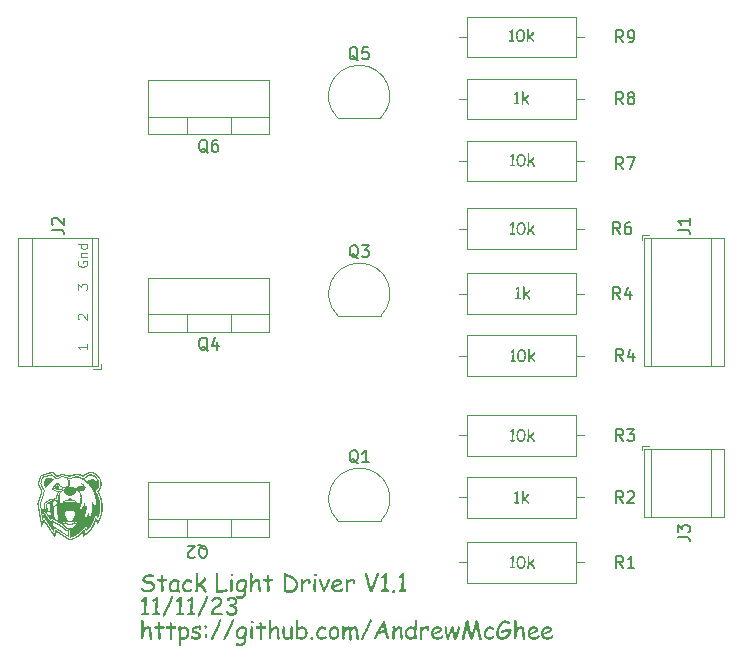
<source format=gbr>
%TF.GenerationSoftware,KiCad,Pcbnew,7.0.8*%
%TF.CreationDate,2023-11-20T10:49:13-05:00*%
%TF.ProjectId,StackLight,53746163-6b4c-4696-9768-742e6b696361,rev?*%
%TF.SameCoordinates,Original*%
%TF.FileFunction,Legend,Top*%
%TF.FilePolarity,Positive*%
%FSLAX46Y46*%
G04 Gerber Fmt 4.6, Leading zero omitted, Abs format (unit mm)*
G04 Created by KiCad (PCBNEW 7.0.8) date 2023-11-20 10:49:13*
%MOMM*%
%LPD*%
G01*
G04 APERTURE LIST*
%ADD10C,0.150000*%
%ADD11C,0.125000*%
%ADD12C,0.120000*%
G04 APERTURE END LIST*
D10*
G36*
X147863503Y-92265000D02*
G01*
X147726727Y-92265000D01*
X147590684Y-92264267D01*
X147579105Y-92264160D01*
X147568427Y-92263839D01*
X147558650Y-92263305D01*
X147547695Y-92262337D01*
X147536406Y-92260734D01*
X147525798Y-92258256D01*
X147523273Y-92257428D01*
X147513211Y-92252338D01*
X147504855Y-92245769D01*
X147498204Y-92237722D01*
X147493258Y-92228195D01*
X147490018Y-92217190D01*
X147488653Y-92207321D01*
X147488346Y-92199298D01*
X147489295Y-92185549D01*
X147492142Y-92173152D01*
X147496886Y-92162107D01*
X147503528Y-92152415D01*
X147512067Y-92144075D01*
X147522504Y-92137088D01*
X147534839Y-92131453D01*
X147549071Y-92127170D01*
X147559614Y-92125066D01*
X147571000Y-92123564D01*
X147583229Y-92122662D01*
X147596302Y-92122362D01*
X147629274Y-92123094D01*
X147657362Y-92124316D01*
X147657219Y-92113572D01*
X147656790Y-92101337D01*
X147656240Y-92090476D01*
X147655508Y-92078660D01*
X147654592Y-92065891D01*
X147653785Y-92055688D01*
X147652874Y-92044948D01*
X147651861Y-92033672D01*
X147651501Y-92029794D01*
X147650453Y-92018301D01*
X147649508Y-92007362D01*
X147648667Y-91996978D01*
X147647928Y-91987147D01*
X147647104Y-91974900D01*
X147646463Y-91963638D01*
X147646005Y-91953361D01*
X147645690Y-91941899D01*
X147645639Y-91935760D01*
X147645701Y-91924852D01*
X147645887Y-91913255D01*
X147646197Y-91900970D01*
X147646631Y-91887995D01*
X147647189Y-91874332D01*
X147647871Y-91859980D01*
X147648677Y-91844939D01*
X147649608Y-91829209D01*
X147650662Y-91812791D01*
X147651840Y-91795683D01*
X147653143Y-91777887D01*
X147654569Y-91759402D01*
X147656119Y-91740228D01*
X147656941Y-91730382D01*
X147657794Y-91720365D01*
X147658677Y-91710175D01*
X147659592Y-91699813D01*
X147660538Y-91689279D01*
X147661515Y-91678572D01*
X147662445Y-91668043D01*
X147663345Y-91657673D01*
X147664214Y-91647464D01*
X147665052Y-91637414D01*
X147665859Y-91627524D01*
X147667380Y-91608223D01*
X147668777Y-91589561D01*
X147670049Y-91571538D01*
X147671198Y-91554155D01*
X147672223Y-91537411D01*
X147673123Y-91521307D01*
X147673900Y-91505841D01*
X147674553Y-91491015D01*
X147675081Y-91476828D01*
X147675486Y-91463280D01*
X147675766Y-91450371D01*
X147675923Y-91438102D01*
X147675955Y-91426472D01*
X147675925Y-91420896D01*
X147664675Y-91430361D01*
X147653947Y-91439214D01*
X147643739Y-91447458D01*
X147634052Y-91455090D01*
X147624887Y-91462112D01*
X147616242Y-91468524D01*
X147608118Y-91474324D01*
X147596909Y-91481881D01*
X147586872Y-91488063D01*
X147578007Y-91492872D01*
X147568010Y-91497146D01*
X147558444Y-91499054D01*
X147548435Y-91498315D01*
X147537387Y-91495587D01*
X147527017Y-91490849D01*
X147518668Y-91485187D01*
X147510817Y-91478049D01*
X147503927Y-91469949D01*
X147498463Y-91461402D01*
X147494425Y-91452409D01*
X147491812Y-91442970D01*
X147490624Y-91433084D01*
X147490545Y-91429689D01*
X147491988Y-91419045D01*
X147496317Y-91407721D01*
X147501858Y-91398173D01*
X147509246Y-91388190D01*
X147516000Y-91380417D01*
X147523792Y-91372399D01*
X147532623Y-91364136D01*
X147542494Y-91355629D01*
X147549651Y-91349822D01*
X147559413Y-91342662D01*
X147567366Y-91336631D01*
X147575860Y-91330034D01*
X147584894Y-91322870D01*
X147594470Y-91315139D01*
X147604586Y-91306841D01*
X147615244Y-91297977D01*
X147626442Y-91288546D01*
X147634208Y-91281944D01*
X147642215Y-91275090D01*
X147650462Y-91267984D01*
X147654676Y-91264337D01*
X147662225Y-91256795D01*
X147669731Y-91249739D01*
X147677193Y-91243170D01*
X147688303Y-91234230D01*
X147699315Y-91226384D01*
X147710228Y-91219632D01*
X147721042Y-91213976D01*
X147731757Y-91209414D01*
X147742374Y-91205947D01*
X147752892Y-91203575D01*
X147763311Y-91202298D01*
X147770203Y-91202055D01*
X147780965Y-91202864D01*
X147792399Y-91206150D01*
X147801592Y-91211966D01*
X147808542Y-91220309D01*
X147813250Y-91231181D01*
X147815403Y-91241698D01*
X147816120Y-91253834D01*
X147815792Y-91263805D01*
X147814948Y-91274647D01*
X147813785Y-91285662D01*
X147812471Y-91296238D01*
X147811968Y-91299996D01*
X147810557Y-91310921D01*
X147809438Y-91320799D01*
X147808501Y-91330998D01*
X147807917Y-91340909D01*
X147807816Y-91346158D01*
X147807933Y-91356980D01*
X147808219Y-91368006D01*
X147808589Y-91378427D01*
X147809078Y-91389968D01*
X147809555Y-91400009D01*
X147810108Y-91410767D01*
X147810258Y-91413569D01*
X147810831Y-91424449D01*
X147811327Y-91434620D01*
X147811840Y-91446334D01*
X147812233Y-91456940D01*
X147812548Y-91468203D01*
X147812698Y-91479324D01*
X147812701Y-91480736D01*
X147812636Y-91490617D01*
X147812441Y-91501088D01*
X147812117Y-91512149D01*
X147811663Y-91523799D01*
X147811079Y-91536039D01*
X147810365Y-91548868D01*
X147809522Y-91562287D01*
X147808549Y-91576296D01*
X147807446Y-91590894D01*
X147806213Y-91606082D01*
X147804851Y-91621859D01*
X147803359Y-91638227D01*
X147801737Y-91655183D01*
X147799985Y-91672730D01*
X147798103Y-91690866D01*
X147796092Y-91709591D01*
X147794111Y-91728315D01*
X147792257Y-91746445D01*
X147790531Y-91763982D01*
X147788933Y-91780925D01*
X147787463Y-91797275D01*
X147786120Y-91813032D01*
X147784906Y-91828195D01*
X147783819Y-91842765D01*
X147782860Y-91856741D01*
X147782029Y-91870124D01*
X147781326Y-91882913D01*
X147780751Y-91895109D01*
X147780303Y-91906711D01*
X147779984Y-91917721D01*
X147779792Y-91928136D01*
X147779728Y-91937958D01*
X147779812Y-91947934D01*
X147780064Y-91958444D01*
X147780484Y-91969489D01*
X147781071Y-91981067D01*
X147781827Y-91993180D01*
X147782751Y-92005827D01*
X147783553Y-92015663D01*
X147784451Y-92025800D01*
X147785101Y-92032725D01*
X147786112Y-92043034D01*
X147787036Y-92052986D01*
X147788135Y-92065702D01*
X147789082Y-92077784D01*
X147789876Y-92089233D01*
X147790517Y-92100049D01*
X147791005Y-92110231D01*
X147791401Y-92122067D01*
X147791452Y-92124316D01*
X147863503Y-92123094D01*
X147873959Y-92123807D01*
X147883711Y-92125945D01*
X147894198Y-92130241D01*
X147903726Y-92136477D01*
X147911131Y-92143367D01*
X147917605Y-92151321D01*
X147922740Y-92159979D01*
X147926535Y-92169341D01*
X147928991Y-92179408D01*
X147930107Y-92190178D01*
X147930182Y-92193925D01*
X147929512Y-92205170D01*
X147927503Y-92215643D01*
X147924154Y-92225343D01*
X147919465Y-92234271D01*
X147913438Y-92242425D01*
X147911131Y-92244972D01*
X147903726Y-92251778D01*
X147894198Y-92257939D01*
X147883711Y-92262183D01*
X147873959Y-92264295D01*
X147863503Y-92265000D01*
G37*
G36*
X148462355Y-91202205D02*
G01*
X148473403Y-91202656D01*
X148484297Y-91203407D01*
X148495035Y-91204459D01*
X148505618Y-91205811D01*
X148516047Y-91207464D01*
X148526320Y-91209418D01*
X148536438Y-91211672D01*
X148546401Y-91214226D01*
X148556209Y-91217081D01*
X148565863Y-91220237D01*
X148575361Y-91223693D01*
X148584704Y-91227450D01*
X148593892Y-91231507D01*
X148602924Y-91235865D01*
X148611802Y-91240523D01*
X148620525Y-91245482D01*
X148629093Y-91250741D01*
X148637506Y-91256301D01*
X148645764Y-91262161D01*
X148653866Y-91268322D01*
X148661814Y-91274784D01*
X148669607Y-91281546D01*
X148677244Y-91288608D01*
X148684727Y-91295971D01*
X148692054Y-91303635D01*
X148699227Y-91311599D01*
X148706244Y-91319864D01*
X148713107Y-91328429D01*
X148719814Y-91337295D01*
X148726366Y-91346461D01*
X148732764Y-91355928D01*
X148738128Y-91364304D01*
X148743322Y-91372795D01*
X148748346Y-91381399D01*
X148753200Y-91390118D01*
X148757883Y-91398950D01*
X148762396Y-91407897D01*
X148766739Y-91416958D01*
X148770911Y-91426132D01*
X148774913Y-91435421D01*
X148778745Y-91444823D01*
X148782407Y-91454340D01*
X148785898Y-91463971D01*
X148789219Y-91473715D01*
X148792369Y-91483574D01*
X148795350Y-91493547D01*
X148798160Y-91503633D01*
X148800799Y-91513834D01*
X148803269Y-91524149D01*
X148805568Y-91534578D01*
X148807697Y-91545120D01*
X148809655Y-91555777D01*
X148811443Y-91566548D01*
X148813061Y-91577433D01*
X148814509Y-91588432D01*
X148815786Y-91599544D01*
X148816893Y-91610771D01*
X148817830Y-91622112D01*
X148818596Y-91633567D01*
X148819192Y-91645136D01*
X148819618Y-91656819D01*
X148819873Y-91668615D01*
X148819958Y-91680526D01*
X148819863Y-91699595D01*
X148819577Y-91718365D01*
X148819100Y-91736835D01*
X148818432Y-91755005D01*
X148817573Y-91772876D01*
X148816524Y-91790447D01*
X148815283Y-91807719D01*
X148813852Y-91824691D01*
X148812230Y-91841363D01*
X148810418Y-91857736D01*
X148808414Y-91873809D01*
X148806220Y-91889583D01*
X148803834Y-91905057D01*
X148801258Y-91920232D01*
X148798492Y-91935107D01*
X148795534Y-91949682D01*
X148792386Y-91963958D01*
X148789046Y-91977934D01*
X148785516Y-91991611D01*
X148781795Y-92004988D01*
X148777884Y-92018065D01*
X148773781Y-92030843D01*
X148769488Y-92043321D01*
X148765004Y-92055500D01*
X148760329Y-92067379D01*
X148755463Y-92078959D01*
X148750406Y-92090239D01*
X148745159Y-92101219D01*
X148739721Y-92111900D01*
X148734092Y-92122282D01*
X148728272Y-92132363D01*
X148722261Y-92142145D01*
X148716075Y-92151627D01*
X148709699Y-92160808D01*
X148703132Y-92169688D01*
X148696375Y-92178267D01*
X148689428Y-92186544D01*
X148682290Y-92194521D01*
X148674962Y-92202197D01*
X148667444Y-92209572D01*
X148659735Y-92216645D01*
X148651836Y-92223418D01*
X148643747Y-92229890D01*
X148635467Y-92236061D01*
X148626997Y-92241930D01*
X148618337Y-92247499D01*
X148609486Y-92252767D01*
X148600445Y-92257733D01*
X148591214Y-92262399D01*
X148581792Y-92266764D01*
X148572180Y-92270827D01*
X148562378Y-92274590D01*
X148552385Y-92278051D01*
X148542202Y-92281212D01*
X148531828Y-92284072D01*
X148521265Y-92286630D01*
X148510511Y-92288888D01*
X148499566Y-92290844D01*
X148488431Y-92292500D01*
X148477106Y-92293855D01*
X148465591Y-92294908D01*
X148453885Y-92295661D01*
X148441989Y-92296112D01*
X148429903Y-92296263D01*
X148416961Y-92296076D01*
X148404239Y-92295517D01*
X148391737Y-92294586D01*
X148379455Y-92293282D01*
X148367393Y-92291606D01*
X148355551Y-92289556D01*
X148343928Y-92287135D01*
X148332526Y-92284340D01*
X148321343Y-92281174D01*
X148310381Y-92277634D01*
X148299638Y-92273722D01*
X148289116Y-92269438D01*
X148278813Y-92264781D01*
X148268730Y-92259751D01*
X148258867Y-92254349D01*
X148249224Y-92248574D01*
X148239801Y-92242427D01*
X148230597Y-92235907D01*
X148221614Y-92229014D01*
X148212851Y-92221749D01*
X148204307Y-92214112D01*
X148195984Y-92206102D01*
X148187880Y-92197719D01*
X148179996Y-92188964D01*
X148172332Y-92179836D01*
X148164889Y-92170335D01*
X148157665Y-92160462D01*
X148150660Y-92150217D01*
X148143876Y-92139599D01*
X148137312Y-92128608D01*
X148130968Y-92117245D01*
X148124843Y-92105509D01*
X148120365Y-92096233D01*
X148116029Y-92086784D01*
X148111836Y-92077163D01*
X148107784Y-92067369D01*
X148103875Y-92057402D01*
X148100108Y-92047263D01*
X148096483Y-92036951D01*
X148093000Y-92026466D01*
X148089659Y-92015808D01*
X148086461Y-92004978D01*
X148083404Y-91993975D01*
X148080490Y-91982800D01*
X148077718Y-91971452D01*
X148075088Y-91959931D01*
X148072600Y-91948237D01*
X148070255Y-91936371D01*
X148068051Y-91924332D01*
X148065990Y-91912120D01*
X148064071Y-91899736D01*
X148062294Y-91887179D01*
X148060659Y-91874449D01*
X148059167Y-91861547D01*
X148057816Y-91848471D01*
X148056608Y-91835224D01*
X148055542Y-91821803D01*
X148054618Y-91808210D01*
X148053836Y-91794444D01*
X148053196Y-91780506D01*
X148052699Y-91766394D01*
X148052343Y-91752111D01*
X148052130Y-91737654D01*
X148052059Y-91723025D01*
X148052137Y-91712522D01*
X148185171Y-91712522D01*
X148185231Y-91726245D01*
X148185410Y-91739751D01*
X148185708Y-91753043D01*
X148186125Y-91766118D01*
X148186662Y-91778978D01*
X148187318Y-91791623D01*
X148188093Y-91804051D01*
X148188987Y-91816264D01*
X148190001Y-91828262D01*
X148191134Y-91840044D01*
X148192386Y-91851610D01*
X148193758Y-91862961D01*
X148195249Y-91874096D01*
X148196859Y-91885015D01*
X148198588Y-91895719D01*
X148200436Y-91906207D01*
X148202404Y-91916479D01*
X148204491Y-91926536D01*
X148206697Y-91936377D01*
X148209023Y-91946003D01*
X148214032Y-91964608D01*
X148219518Y-91982349D01*
X148225481Y-91999229D01*
X148231921Y-92015246D01*
X148238838Y-92030400D01*
X148246232Y-92044692D01*
X148254133Y-92058120D01*
X148262508Y-92070681D01*
X148271359Y-92082376D01*
X148280685Y-92093205D01*
X148290487Y-92103168D01*
X148300763Y-92112264D01*
X148311514Y-92120494D01*
X148322741Y-92127857D01*
X148334443Y-92134354D01*
X148346620Y-92139985D01*
X148359271Y-92144750D01*
X148372399Y-92148648D01*
X148386001Y-92151680D01*
X148400078Y-92153846D01*
X148414631Y-92155146D01*
X148429658Y-92155579D01*
X148447533Y-92154943D01*
X148464764Y-92153037D01*
X148481353Y-92149860D01*
X148497298Y-92145412D01*
X148512601Y-92139693D01*
X148527260Y-92132704D01*
X148541276Y-92124443D01*
X148554650Y-92114912D01*
X148567380Y-92104110D01*
X148579467Y-92092037D01*
X148590911Y-92078694D01*
X148601712Y-92064079D01*
X148611870Y-92048194D01*
X148621385Y-92031038D01*
X148625901Y-92021983D01*
X148630257Y-92012611D01*
X148634452Y-92002921D01*
X148638486Y-91992913D01*
X148643810Y-91978542D01*
X148648790Y-91963699D01*
X148653427Y-91948385D01*
X148657720Y-91932600D01*
X148661670Y-91916344D01*
X148665276Y-91899616D01*
X148668539Y-91882417D01*
X148671459Y-91864747D01*
X148674035Y-91846605D01*
X148676267Y-91827992D01*
X148678156Y-91808907D01*
X148679702Y-91789352D01*
X148680346Y-91779397D01*
X148680904Y-91769325D01*
X148681376Y-91759135D01*
X148681763Y-91748827D01*
X148682063Y-91738401D01*
X148682278Y-91727857D01*
X148682407Y-91717195D01*
X148682450Y-91706416D01*
X148682393Y-91695118D01*
X148682223Y-91683998D01*
X148681939Y-91673058D01*
X148681541Y-91662296D01*
X148681030Y-91651713D01*
X148680406Y-91641309D01*
X148679668Y-91631084D01*
X148678816Y-91621038D01*
X148677851Y-91611171D01*
X148675581Y-91591973D01*
X148672856Y-91573491D01*
X148669677Y-91555724D01*
X148666044Y-91538673D01*
X148661957Y-91522337D01*
X148657415Y-91506717D01*
X148652420Y-91491812D01*
X148646970Y-91477623D01*
X148641066Y-91464150D01*
X148634708Y-91451392D01*
X148627896Y-91439350D01*
X148624320Y-91433597D01*
X148616856Y-91422594D01*
X148608936Y-91412302D01*
X148600561Y-91402719D01*
X148591729Y-91393846D01*
X148582441Y-91385683D01*
X148572697Y-91378230D01*
X148562497Y-91371487D01*
X148551841Y-91365453D01*
X148540729Y-91360129D01*
X148529161Y-91355515D01*
X148517136Y-91351611D01*
X148504656Y-91348417D01*
X148491720Y-91345933D01*
X148478327Y-91344158D01*
X148464479Y-91343093D01*
X148450175Y-91342739D01*
X148434414Y-91343235D01*
X148419068Y-91344723D01*
X148404136Y-91347204D01*
X148389618Y-91350676D01*
X148375514Y-91355141D01*
X148361824Y-91360599D01*
X148348548Y-91367048D01*
X148335686Y-91374490D01*
X148323238Y-91382924D01*
X148311204Y-91392350D01*
X148299585Y-91402769D01*
X148288379Y-91414180D01*
X148277588Y-91426582D01*
X148267210Y-91439978D01*
X148257247Y-91454365D01*
X148247697Y-91469745D01*
X148240126Y-91483144D01*
X148233043Y-91496779D01*
X148226448Y-91510652D01*
X148220342Y-91524760D01*
X148214725Y-91539106D01*
X148209595Y-91553688D01*
X148204955Y-91568507D01*
X148200803Y-91583562D01*
X148197139Y-91598854D01*
X148193964Y-91614382D01*
X148191277Y-91630147D01*
X148189079Y-91646149D01*
X148187369Y-91662388D01*
X148186148Y-91678862D01*
X148185415Y-91695574D01*
X148185171Y-91712522D01*
X148052137Y-91712522D01*
X148052151Y-91710633D01*
X148052429Y-91698341D01*
X148052892Y-91686148D01*
X148053540Y-91674054D01*
X148054372Y-91662059D01*
X148055390Y-91650164D01*
X148056594Y-91638368D01*
X148057982Y-91626671D01*
X148059555Y-91615073D01*
X148061313Y-91603575D01*
X148063257Y-91592175D01*
X148065385Y-91580875D01*
X148067699Y-91569674D01*
X148070198Y-91558573D01*
X148072881Y-91547570D01*
X148075750Y-91536667D01*
X148078804Y-91525863D01*
X148082043Y-91515159D01*
X148085468Y-91504553D01*
X148089077Y-91494047D01*
X148092871Y-91483640D01*
X148096851Y-91473332D01*
X148101015Y-91463124D01*
X148105365Y-91453014D01*
X148109900Y-91443004D01*
X148114619Y-91433093D01*
X148119524Y-91423281D01*
X148124614Y-91413569D01*
X148129889Y-91403956D01*
X148135349Y-91394442D01*
X148140995Y-91385027D01*
X148146825Y-91375711D01*
X148153895Y-91365027D01*
X148161123Y-91354683D01*
X148168508Y-91344677D01*
X148176050Y-91335011D01*
X148183750Y-91325683D01*
X148191607Y-91316695D01*
X148199622Y-91308046D01*
X148207794Y-91299737D01*
X148216124Y-91291766D01*
X148224611Y-91284135D01*
X148233255Y-91276842D01*
X148242057Y-91269889D01*
X148251016Y-91263275D01*
X148260133Y-91257001D01*
X148269407Y-91251065D01*
X148278838Y-91245469D01*
X148288427Y-91240212D01*
X148298174Y-91235294D01*
X148308077Y-91230715D01*
X148318138Y-91226475D01*
X148328357Y-91222575D01*
X148338733Y-91219013D01*
X148349267Y-91215791D01*
X148359957Y-91212908D01*
X148370806Y-91210364D01*
X148381811Y-91208160D01*
X148392975Y-91206294D01*
X148404295Y-91204768D01*
X148415773Y-91203581D01*
X148427409Y-91202733D01*
X148439201Y-91202224D01*
X148451152Y-91202055D01*
X148462355Y-91202205D01*
G37*
G36*
X149531682Y-92304811D02*
G01*
X149520275Y-92303839D01*
X149509714Y-92300923D01*
X149500001Y-92296063D01*
X149491134Y-92289260D01*
X149483114Y-92280512D01*
X149477307Y-92272114D01*
X149473308Y-92265000D01*
X149468707Y-92256198D01*
X149463821Y-92247196D01*
X149458648Y-92237994D01*
X149453188Y-92228592D01*
X149447443Y-92218989D01*
X149441411Y-92209186D01*
X149435093Y-92199183D01*
X149428489Y-92188979D01*
X149421599Y-92178575D01*
X149414423Y-92167970D01*
X149406960Y-92157165D01*
X149399211Y-92146160D01*
X149391176Y-92134954D01*
X149382854Y-92123549D01*
X149374246Y-92111942D01*
X149365353Y-92100136D01*
X149243720Y-91934050D01*
X149235869Y-91940227D01*
X149227245Y-91946850D01*
X149217848Y-91953920D01*
X149207679Y-91961436D01*
X149196736Y-91969399D01*
X149185021Y-91977808D01*
X149176782Y-91983662D01*
X149168199Y-91989715D01*
X149159273Y-91995966D01*
X149150003Y-92002416D01*
X149140390Y-92009064D01*
X149130433Y-92015910D01*
X149120133Y-92022955D01*
X149119216Y-92036063D01*
X149118358Y-92049131D01*
X149117560Y-92062159D01*
X149116820Y-92075146D01*
X149116140Y-92088094D01*
X149115519Y-92101002D01*
X149114957Y-92113869D01*
X149114454Y-92126697D01*
X149114010Y-92139484D01*
X149113626Y-92152232D01*
X149113301Y-92164939D01*
X149113034Y-92177606D01*
X149112827Y-92190234D01*
X149112680Y-92202821D01*
X149112591Y-92215368D01*
X149112561Y-92227875D01*
X149111891Y-92238911D01*
X149109882Y-92249124D01*
X149106533Y-92258512D01*
X149100933Y-92268423D01*
X149094682Y-92276025D01*
X149093510Y-92277212D01*
X149086080Y-92283686D01*
X149076456Y-92289546D01*
X149065804Y-92293584D01*
X149055855Y-92295593D01*
X149045150Y-92296263D01*
X149032754Y-92295443D01*
X149021577Y-92292982D01*
X149011619Y-92288882D01*
X149002881Y-92283142D01*
X148995362Y-92275762D01*
X148989062Y-92266742D01*
X148983982Y-92256081D01*
X148980121Y-92243781D01*
X148977479Y-92229840D01*
X148976395Y-92219636D01*
X148975853Y-92208702D01*
X148975785Y-92202962D01*
X148975854Y-92191750D01*
X148976060Y-92179546D01*
X148976404Y-92166350D01*
X148976884Y-92152163D01*
X148977281Y-92142154D01*
X148977739Y-92131704D01*
X148978258Y-92120813D01*
X148978838Y-92109482D01*
X148979479Y-92097709D01*
X148980182Y-92085496D01*
X148980945Y-92072842D01*
X148981769Y-92059748D01*
X148982655Y-92046212D01*
X148983601Y-92032236D01*
X148984577Y-92018260D01*
X148985490Y-92004724D01*
X148986340Y-91991630D01*
X148987127Y-91978976D01*
X148987851Y-91966763D01*
X148988513Y-91954990D01*
X148989111Y-91943659D01*
X148989646Y-91932768D01*
X148990118Y-91922318D01*
X148990528Y-91912309D01*
X148991023Y-91898122D01*
X148991378Y-91884926D01*
X148991590Y-91872722D01*
X148991661Y-91861510D01*
X148991672Y-91848357D01*
X148991707Y-91834972D01*
X148991764Y-91821353D01*
X148991844Y-91807502D01*
X148991947Y-91793418D01*
X148992073Y-91779101D01*
X148992222Y-91764552D01*
X148992394Y-91749769D01*
X148992588Y-91734754D01*
X148992806Y-91719506D01*
X148993046Y-91704025D01*
X148993310Y-91688312D01*
X148993596Y-91672365D01*
X148993905Y-91656186D01*
X148994237Y-91639774D01*
X148994592Y-91623129D01*
X148994976Y-91606460D01*
X148995336Y-91590034D01*
X148995671Y-91573853D01*
X148995981Y-91557916D01*
X148996266Y-91542224D01*
X148996527Y-91526775D01*
X148996762Y-91511571D01*
X148996973Y-91496612D01*
X148997159Y-91481896D01*
X148997321Y-91467424D01*
X148997457Y-91453197D01*
X148997569Y-91439214D01*
X148997655Y-91425476D01*
X148997718Y-91411981D01*
X148997755Y-91398731D01*
X148997767Y-91385725D01*
X148997690Y-91375769D01*
X148997457Y-91365289D01*
X148997069Y-91354284D01*
X148996527Y-91342754D01*
X148995829Y-91330699D01*
X148995159Y-91320677D01*
X148994592Y-91312941D01*
X148993905Y-91302614D01*
X148993310Y-91292638D01*
X148992694Y-91280662D01*
X148992222Y-91269235D01*
X148991893Y-91258356D01*
X148991707Y-91248026D01*
X148991661Y-91240157D01*
X148992322Y-91228945D01*
X148994306Y-91218575D01*
X148997612Y-91209047D01*
X149002240Y-91200360D01*
X149008190Y-91192515D01*
X149010468Y-91190087D01*
X149017972Y-91183529D01*
X149027640Y-91177594D01*
X149038289Y-91173505D01*
X149048198Y-91171470D01*
X149058828Y-91170792D01*
X149069533Y-91171470D01*
X149079482Y-91173505D01*
X149088675Y-91176897D01*
X149098446Y-91182568D01*
X149106002Y-91188900D01*
X149107188Y-91190087D01*
X149113662Y-91197735D01*
X149118797Y-91206207D01*
X149122592Y-91215503D01*
X149125048Y-91225624D01*
X149126164Y-91236569D01*
X149126239Y-91240401D01*
X149126322Y-91250597D01*
X149126573Y-91261343D01*
X149126990Y-91272637D01*
X149127575Y-91284479D01*
X149128162Y-91294348D01*
X149128857Y-91304568D01*
X149129658Y-91315139D01*
X149130517Y-91325710D01*
X149131261Y-91335930D01*
X149131891Y-91345799D01*
X149132517Y-91357642D01*
X149132964Y-91368935D01*
X149133232Y-91379681D01*
X149133322Y-91389877D01*
X149128437Y-91611650D01*
X149128028Y-91626611D01*
X149127655Y-91641573D01*
X149127318Y-91656538D01*
X149127017Y-91671505D01*
X149126753Y-91686473D01*
X149126525Y-91701443D01*
X149126333Y-91716416D01*
X149126178Y-91731390D01*
X149126059Y-91746366D01*
X149125976Y-91761344D01*
X149125929Y-91776324D01*
X149125918Y-91791306D01*
X149125944Y-91806289D01*
X149126006Y-91821275D01*
X149126104Y-91836263D01*
X149126239Y-91851252D01*
X149137904Y-91840011D01*
X149149514Y-91828637D01*
X149161069Y-91817129D01*
X149172569Y-91805487D01*
X149184013Y-91793712D01*
X149195402Y-91781803D01*
X149206735Y-91769761D01*
X149218013Y-91757585D01*
X149229236Y-91745276D01*
X149240403Y-91732832D01*
X149251515Y-91720256D01*
X149262572Y-91707546D01*
X149273574Y-91694702D01*
X149284520Y-91681725D01*
X149295410Y-91668614D01*
X149306246Y-91655369D01*
X149457432Y-91460464D01*
X149464614Y-91453709D01*
X149473452Y-91447114D01*
X149482531Y-91442168D01*
X149491851Y-91438871D01*
X149503027Y-91437108D01*
X149506281Y-91437016D01*
X149516092Y-91438055D01*
X149525561Y-91441172D01*
X149534685Y-91446367D01*
X149543467Y-91453640D01*
X149550522Y-91461288D01*
X149554641Y-91466570D01*
X149560903Y-91476277D01*
X149566104Y-91487082D01*
X149569501Y-91496516D01*
X149572218Y-91506652D01*
X149574256Y-91517490D01*
X149575614Y-91529031D01*
X149576294Y-91541274D01*
X149576378Y-91547658D01*
X149576065Y-91558329D01*
X149575127Y-91568968D01*
X149573562Y-91579578D01*
X149571371Y-91590157D01*
X149568555Y-91600705D01*
X149565113Y-91611222D01*
X149561045Y-91621710D01*
X149556351Y-91632166D01*
X149545634Y-91644435D01*
X149534613Y-91656816D01*
X149523286Y-91669309D01*
X149511654Y-91681915D01*
X149499717Y-91694634D01*
X149487474Y-91707466D01*
X149474926Y-91720410D01*
X149462073Y-91733466D01*
X149448914Y-91746635D01*
X149435450Y-91759917D01*
X149421681Y-91773311D01*
X149407607Y-91786818D01*
X149400455Y-91793613D01*
X149393227Y-91800437D01*
X149385922Y-91807289D01*
X149378542Y-91814169D01*
X149371085Y-91821077D01*
X149363551Y-91828014D01*
X149355942Y-91834978D01*
X149348256Y-91841971D01*
X149497976Y-92049822D01*
X149504438Y-92058730D01*
X149510694Y-92067441D01*
X149516745Y-92075956D01*
X149522592Y-92084275D01*
X149528233Y-92092397D01*
X149538899Y-92108052D01*
X149548745Y-92122920D01*
X149557771Y-92137002D01*
X149565976Y-92150298D01*
X149573360Y-92162808D01*
X149579924Y-92174531D01*
X149585668Y-92185469D01*
X149590591Y-92195620D01*
X149594693Y-92204985D01*
X149599309Y-92217559D01*
X149602078Y-92228364D01*
X149603001Y-92237400D01*
X149602237Y-92247475D01*
X149599944Y-92257001D01*
X149595338Y-92267419D01*
X149589733Y-92275754D01*
X149582601Y-92283539D01*
X149581263Y-92284783D01*
X149572971Y-92291590D01*
X149564216Y-92296988D01*
X149554997Y-92300978D01*
X149545314Y-92303559D01*
X149535167Y-92304733D01*
X149531682Y-92304811D01*
G37*
D11*
X110933690Y-94508240D02*
X110895595Y-94584430D01*
X110895595Y-94584430D02*
X110895595Y-94698716D01*
X110895595Y-94698716D02*
X110933690Y-94813002D01*
X110933690Y-94813002D02*
X111009880Y-94889192D01*
X111009880Y-94889192D02*
X111086071Y-94927287D01*
X111086071Y-94927287D02*
X111238452Y-94965383D01*
X111238452Y-94965383D02*
X111352738Y-94965383D01*
X111352738Y-94965383D02*
X111505119Y-94927287D01*
X111505119Y-94927287D02*
X111581309Y-94889192D01*
X111581309Y-94889192D02*
X111657500Y-94813002D01*
X111657500Y-94813002D02*
X111695595Y-94698716D01*
X111695595Y-94698716D02*
X111695595Y-94622525D01*
X111695595Y-94622525D02*
X111657500Y-94508240D01*
X111657500Y-94508240D02*
X111619404Y-94470144D01*
X111619404Y-94470144D02*
X111352738Y-94470144D01*
X111352738Y-94470144D02*
X111352738Y-94622525D01*
X111162261Y-94127287D02*
X111695595Y-94127287D01*
X111238452Y-94127287D02*
X111200357Y-94089192D01*
X111200357Y-94089192D02*
X111162261Y-94013002D01*
X111162261Y-94013002D02*
X111162261Y-93898716D01*
X111162261Y-93898716D02*
X111200357Y-93822525D01*
X111200357Y-93822525D02*
X111276547Y-93784430D01*
X111276547Y-93784430D02*
X111695595Y-93784430D01*
X111695595Y-93060620D02*
X110895595Y-93060620D01*
X111657500Y-93060620D02*
X111695595Y-93136811D01*
X111695595Y-93136811D02*
X111695595Y-93289192D01*
X111695595Y-93289192D02*
X111657500Y-93365382D01*
X111657500Y-93365382D02*
X111619404Y-93403477D01*
X111619404Y-93403477D02*
X111543214Y-93441573D01*
X111543214Y-93441573D02*
X111314642Y-93441573D01*
X111314642Y-93441573D02*
X111238452Y-93403477D01*
X111238452Y-93403477D02*
X111200357Y-93365382D01*
X111200357Y-93365382D02*
X111162261Y-93289192D01*
X111162261Y-93289192D02*
X111162261Y-93136811D01*
X111162261Y-93136811D02*
X111200357Y-93060620D01*
X110895595Y-96903478D02*
X110895595Y-96408240D01*
X110895595Y-96408240D02*
X111200357Y-96674906D01*
X111200357Y-96674906D02*
X111200357Y-96560621D01*
X111200357Y-96560621D02*
X111238452Y-96484430D01*
X111238452Y-96484430D02*
X111276547Y-96446335D01*
X111276547Y-96446335D02*
X111352738Y-96408240D01*
X111352738Y-96408240D02*
X111543214Y-96408240D01*
X111543214Y-96408240D02*
X111619404Y-96446335D01*
X111619404Y-96446335D02*
X111657500Y-96484430D01*
X111657500Y-96484430D02*
X111695595Y-96560621D01*
X111695595Y-96560621D02*
X111695595Y-96789192D01*
X111695595Y-96789192D02*
X111657500Y-96865383D01*
X111657500Y-96865383D02*
X111619404Y-96903478D01*
D10*
X121125238Y-118504942D02*
X121220476Y-118552561D01*
X121220476Y-118552561D02*
X121315714Y-118647800D01*
X121315714Y-118647800D02*
X121458571Y-118790657D01*
X121458571Y-118790657D02*
X121553809Y-118838276D01*
X121553809Y-118838276D02*
X121649047Y-118838276D01*
X121601428Y-118600180D02*
X121696666Y-118647800D01*
X121696666Y-118647800D02*
X121791904Y-118743038D01*
X121791904Y-118743038D02*
X121839523Y-118933514D01*
X121839523Y-118933514D02*
X121839523Y-119266847D01*
X121839523Y-119266847D02*
X121791904Y-119457323D01*
X121791904Y-119457323D02*
X121696666Y-119552561D01*
X121696666Y-119552561D02*
X121601428Y-119600180D01*
X121601428Y-119600180D02*
X121410952Y-119600180D01*
X121410952Y-119600180D02*
X121315714Y-119552561D01*
X121315714Y-119552561D02*
X121220476Y-119457323D01*
X121220476Y-119457323D02*
X121172857Y-119266847D01*
X121172857Y-119266847D02*
X121172857Y-118933514D01*
X121172857Y-118933514D02*
X121220476Y-118743038D01*
X121220476Y-118743038D02*
X121315714Y-118647800D01*
X121315714Y-118647800D02*
X121410952Y-118600180D01*
X121410952Y-118600180D02*
X121601428Y-118600180D01*
X120791904Y-119504942D02*
X120744285Y-119552561D01*
X120744285Y-119552561D02*
X120649047Y-119600180D01*
X120649047Y-119600180D02*
X120410952Y-119600180D01*
X120410952Y-119600180D02*
X120315714Y-119552561D01*
X120315714Y-119552561D02*
X120268095Y-119504942D01*
X120268095Y-119504942D02*
X120220476Y-119409704D01*
X120220476Y-119409704D02*
X120220476Y-119314466D01*
X120220476Y-119314466D02*
X120268095Y-119171609D01*
X120268095Y-119171609D02*
X120839523Y-118600180D01*
X120839523Y-118600180D02*
X120220476Y-118600180D01*
G36*
X147863503Y-86465000D02*
G01*
X147726727Y-86465000D01*
X147590684Y-86464267D01*
X147579105Y-86464160D01*
X147568427Y-86463839D01*
X147558650Y-86463305D01*
X147547695Y-86462337D01*
X147536406Y-86460734D01*
X147525798Y-86458256D01*
X147523273Y-86457428D01*
X147513211Y-86452338D01*
X147504855Y-86445769D01*
X147498204Y-86437722D01*
X147493258Y-86428195D01*
X147490018Y-86417190D01*
X147488653Y-86407321D01*
X147488346Y-86399298D01*
X147489295Y-86385549D01*
X147492142Y-86373152D01*
X147496886Y-86362107D01*
X147503528Y-86352415D01*
X147512067Y-86344075D01*
X147522504Y-86337088D01*
X147534839Y-86331453D01*
X147549071Y-86327170D01*
X147559614Y-86325066D01*
X147571000Y-86323564D01*
X147583229Y-86322662D01*
X147596302Y-86322362D01*
X147629274Y-86323094D01*
X147657362Y-86324316D01*
X147657219Y-86313572D01*
X147656790Y-86301337D01*
X147656240Y-86290476D01*
X147655508Y-86278660D01*
X147654592Y-86265891D01*
X147653785Y-86255688D01*
X147652874Y-86244948D01*
X147651861Y-86233672D01*
X147651501Y-86229794D01*
X147650453Y-86218301D01*
X147649508Y-86207362D01*
X147648667Y-86196978D01*
X147647928Y-86187147D01*
X147647104Y-86174900D01*
X147646463Y-86163638D01*
X147646005Y-86153361D01*
X147645690Y-86141899D01*
X147645639Y-86135760D01*
X147645701Y-86124852D01*
X147645887Y-86113255D01*
X147646197Y-86100970D01*
X147646631Y-86087995D01*
X147647189Y-86074332D01*
X147647871Y-86059980D01*
X147648677Y-86044939D01*
X147649608Y-86029209D01*
X147650662Y-86012791D01*
X147651840Y-85995683D01*
X147653143Y-85977887D01*
X147654569Y-85959402D01*
X147656119Y-85940228D01*
X147656941Y-85930382D01*
X147657794Y-85920365D01*
X147658677Y-85910175D01*
X147659592Y-85899813D01*
X147660538Y-85889279D01*
X147661515Y-85878572D01*
X147662445Y-85868043D01*
X147663345Y-85857673D01*
X147664214Y-85847464D01*
X147665052Y-85837414D01*
X147665859Y-85827524D01*
X147667380Y-85808223D01*
X147668777Y-85789561D01*
X147670049Y-85771538D01*
X147671198Y-85754155D01*
X147672223Y-85737411D01*
X147673123Y-85721307D01*
X147673900Y-85705841D01*
X147674553Y-85691015D01*
X147675081Y-85676828D01*
X147675486Y-85663280D01*
X147675766Y-85650371D01*
X147675923Y-85638102D01*
X147675955Y-85626472D01*
X147675925Y-85620896D01*
X147664675Y-85630361D01*
X147653947Y-85639214D01*
X147643739Y-85647458D01*
X147634052Y-85655090D01*
X147624887Y-85662112D01*
X147616242Y-85668524D01*
X147608118Y-85674324D01*
X147596909Y-85681881D01*
X147586872Y-85688063D01*
X147578007Y-85692872D01*
X147568010Y-85697146D01*
X147558444Y-85699054D01*
X147548435Y-85698315D01*
X147537387Y-85695587D01*
X147527017Y-85690849D01*
X147518668Y-85685187D01*
X147510817Y-85678049D01*
X147503927Y-85669949D01*
X147498463Y-85661402D01*
X147494425Y-85652409D01*
X147491812Y-85642970D01*
X147490624Y-85633084D01*
X147490545Y-85629689D01*
X147491988Y-85619045D01*
X147496317Y-85607721D01*
X147501858Y-85598173D01*
X147509246Y-85588190D01*
X147516000Y-85580417D01*
X147523792Y-85572399D01*
X147532623Y-85564136D01*
X147542494Y-85555629D01*
X147549651Y-85549822D01*
X147559413Y-85542662D01*
X147567366Y-85536631D01*
X147575860Y-85530034D01*
X147584894Y-85522870D01*
X147594470Y-85515139D01*
X147604586Y-85506841D01*
X147615244Y-85497977D01*
X147626442Y-85488546D01*
X147634208Y-85481944D01*
X147642215Y-85475090D01*
X147650462Y-85467984D01*
X147654676Y-85464337D01*
X147662225Y-85456795D01*
X147669731Y-85449739D01*
X147677193Y-85443170D01*
X147688303Y-85434230D01*
X147699315Y-85426384D01*
X147710228Y-85419632D01*
X147721042Y-85413976D01*
X147731757Y-85409414D01*
X147742374Y-85405947D01*
X147752892Y-85403575D01*
X147763311Y-85402298D01*
X147770203Y-85402055D01*
X147780965Y-85402864D01*
X147792399Y-85406150D01*
X147801592Y-85411966D01*
X147808542Y-85420309D01*
X147813250Y-85431181D01*
X147815403Y-85441698D01*
X147816120Y-85453834D01*
X147815792Y-85463805D01*
X147814948Y-85474647D01*
X147813785Y-85485662D01*
X147812471Y-85496238D01*
X147811968Y-85499996D01*
X147810557Y-85510921D01*
X147809438Y-85520799D01*
X147808501Y-85530998D01*
X147807917Y-85540909D01*
X147807816Y-85546158D01*
X147807933Y-85556980D01*
X147808219Y-85568006D01*
X147808589Y-85578427D01*
X147809078Y-85589968D01*
X147809555Y-85600009D01*
X147810108Y-85610767D01*
X147810258Y-85613569D01*
X147810831Y-85624449D01*
X147811327Y-85634620D01*
X147811840Y-85646334D01*
X147812233Y-85656940D01*
X147812548Y-85668203D01*
X147812698Y-85679324D01*
X147812701Y-85680736D01*
X147812636Y-85690617D01*
X147812441Y-85701088D01*
X147812117Y-85712149D01*
X147811663Y-85723799D01*
X147811079Y-85736039D01*
X147810365Y-85748868D01*
X147809522Y-85762287D01*
X147808549Y-85776296D01*
X147807446Y-85790894D01*
X147806213Y-85806082D01*
X147804851Y-85821859D01*
X147803359Y-85838227D01*
X147801737Y-85855183D01*
X147799985Y-85872730D01*
X147798103Y-85890866D01*
X147796092Y-85909591D01*
X147794111Y-85928315D01*
X147792257Y-85946445D01*
X147790531Y-85963982D01*
X147788933Y-85980925D01*
X147787463Y-85997275D01*
X147786120Y-86013032D01*
X147784906Y-86028195D01*
X147783819Y-86042765D01*
X147782860Y-86056741D01*
X147782029Y-86070124D01*
X147781326Y-86082913D01*
X147780751Y-86095109D01*
X147780303Y-86106711D01*
X147779984Y-86117721D01*
X147779792Y-86128136D01*
X147779728Y-86137958D01*
X147779812Y-86147934D01*
X147780064Y-86158444D01*
X147780484Y-86169489D01*
X147781071Y-86181067D01*
X147781827Y-86193180D01*
X147782751Y-86205827D01*
X147783553Y-86215663D01*
X147784451Y-86225800D01*
X147785101Y-86232725D01*
X147786112Y-86243034D01*
X147787036Y-86252986D01*
X147788135Y-86265702D01*
X147789082Y-86277784D01*
X147789876Y-86289233D01*
X147790517Y-86300049D01*
X147791005Y-86310231D01*
X147791401Y-86322067D01*
X147791452Y-86324316D01*
X147863503Y-86323094D01*
X147873959Y-86323807D01*
X147883711Y-86325945D01*
X147894198Y-86330241D01*
X147903726Y-86336477D01*
X147911131Y-86343367D01*
X147917605Y-86351321D01*
X147922740Y-86359979D01*
X147926535Y-86369341D01*
X147928991Y-86379408D01*
X147930107Y-86390178D01*
X147930182Y-86393925D01*
X147929512Y-86405170D01*
X147927503Y-86415643D01*
X147924154Y-86425343D01*
X147919465Y-86434271D01*
X147913438Y-86442425D01*
X147911131Y-86444972D01*
X147903726Y-86451778D01*
X147894198Y-86457939D01*
X147883711Y-86462183D01*
X147873959Y-86464295D01*
X147863503Y-86465000D01*
G37*
G36*
X148462355Y-85402205D02*
G01*
X148473403Y-85402656D01*
X148484297Y-85403407D01*
X148495035Y-85404459D01*
X148505618Y-85405811D01*
X148516047Y-85407464D01*
X148526320Y-85409418D01*
X148536438Y-85411672D01*
X148546401Y-85414226D01*
X148556209Y-85417081D01*
X148565863Y-85420237D01*
X148575361Y-85423693D01*
X148584704Y-85427450D01*
X148593892Y-85431507D01*
X148602924Y-85435865D01*
X148611802Y-85440523D01*
X148620525Y-85445482D01*
X148629093Y-85450741D01*
X148637506Y-85456301D01*
X148645764Y-85462161D01*
X148653866Y-85468322D01*
X148661814Y-85474784D01*
X148669607Y-85481546D01*
X148677244Y-85488608D01*
X148684727Y-85495971D01*
X148692054Y-85503635D01*
X148699227Y-85511599D01*
X148706244Y-85519864D01*
X148713107Y-85528429D01*
X148719814Y-85537295D01*
X148726366Y-85546461D01*
X148732764Y-85555928D01*
X148738128Y-85564304D01*
X148743322Y-85572795D01*
X148748346Y-85581399D01*
X148753200Y-85590118D01*
X148757883Y-85598950D01*
X148762396Y-85607897D01*
X148766739Y-85616958D01*
X148770911Y-85626132D01*
X148774913Y-85635421D01*
X148778745Y-85644823D01*
X148782407Y-85654340D01*
X148785898Y-85663971D01*
X148789219Y-85673715D01*
X148792369Y-85683574D01*
X148795350Y-85693547D01*
X148798160Y-85703633D01*
X148800799Y-85713834D01*
X148803269Y-85724149D01*
X148805568Y-85734578D01*
X148807697Y-85745120D01*
X148809655Y-85755777D01*
X148811443Y-85766548D01*
X148813061Y-85777433D01*
X148814509Y-85788432D01*
X148815786Y-85799544D01*
X148816893Y-85810771D01*
X148817830Y-85822112D01*
X148818596Y-85833567D01*
X148819192Y-85845136D01*
X148819618Y-85856819D01*
X148819873Y-85868615D01*
X148819958Y-85880526D01*
X148819863Y-85899595D01*
X148819577Y-85918365D01*
X148819100Y-85936835D01*
X148818432Y-85955005D01*
X148817573Y-85972876D01*
X148816524Y-85990447D01*
X148815283Y-86007719D01*
X148813852Y-86024691D01*
X148812230Y-86041363D01*
X148810418Y-86057736D01*
X148808414Y-86073809D01*
X148806220Y-86089583D01*
X148803834Y-86105057D01*
X148801258Y-86120232D01*
X148798492Y-86135107D01*
X148795534Y-86149682D01*
X148792386Y-86163958D01*
X148789046Y-86177934D01*
X148785516Y-86191611D01*
X148781795Y-86204988D01*
X148777884Y-86218065D01*
X148773781Y-86230843D01*
X148769488Y-86243321D01*
X148765004Y-86255500D01*
X148760329Y-86267379D01*
X148755463Y-86278959D01*
X148750406Y-86290239D01*
X148745159Y-86301219D01*
X148739721Y-86311900D01*
X148734092Y-86322282D01*
X148728272Y-86332363D01*
X148722261Y-86342145D01*
X148716075Y-86351627D01*
X148709699Y-86360808D01*
X148703132Y-86369688D01*
X148696375Y-86378267D01*
X148689428Y-86386544D01*
X148682290Y-86394521D01*
X148674962Y-86402197D01*
X148667444Y-86409572D01*
X148659735Y-86416645D01*
X148651836Y-86423418D01*
X148643747Y-86429890D01*
X148635467Y-86436061D01*
X148626997Y-86441930D01*
X148618337Y-86447499D01*
X148609486Y-86452767D01*
X148600445Y-86457733D01*
X148591214Y-86462399D01*
X148581792Y-86466764D01*
X148572180Y-86470827D01*
X148562378Y-86474590D01*
X148552385Y-86478051D01*
X148542202Y-86481212D01*
X148531828Y-86484072D01*
X148521265Y-86486630D01*
X148510511Y-86488888D01*
X148499566Y-86490844D01*
X148488431Y-86492500D01*
X148477106Y-86493855D01*
X148465591Y-86494908D01*
X148453885Y-86495661D01*
X148441989Y-86496112D01*
X148429903Y-86496263D01*
X148416961Y-86496076D01*
X148404239Y-86495517D01*
X148391737Y-86494586D01*
X148379455Y-86493282D01*
X148367393Y-86491606D01*
X148355551Y-86489556D01*
X148343928Y-86487135D01*
X148332526Y-86484340D01*
X148321343Y-86481174D01*
X148310381Y-86477634D01*
X148299638Y-86473722D01*
X148289116Y-86469438D01*
X148278813Y-86464781D01*
X148268730Y-86459751D01*
X148258867Y-86454349D01*
X148249224Y-86448574D01*
X148239801Y-86442427D01*
X148230597Y-86435907D01*
X148221614Y-86429014D01*
X148212851Y-86421749D01*
X148204307Y-86414112D01*
X148195984Y-86406102D01*
X148187880Y-86397719D01*
X148179996Y-86388964D01*
X148172332Y-86379836D01*
X148164889Y-86370335D01*
X148157665Y-86360462D01*
X148150660Y-86350217D01*
X148143876Y-86339599D01*
X148137312Y-86328608D01*
X148130968Y-86317245D01*
X148124843Y-86305509D01*
X148120365Y-86296233D01*
X148116029Y-86286784D01*
X148111836Y-86277163D01*
X148107784Y-86267369D01*
X148103875Y-86257402D01*
X148100108Y-86247263D01*
X148096483Y-86236951D01*
X148093000Y-86226466D01*
X148089659Y-86215808D01*
X148086461Y-86204978D01*
X148083404Y-86193975D01*
X148080490Y-86182800D01*
X148077718Y-86171452D01*
X148075088Y-86159931D01*
X148072600Y-86148237D01*
X148070255Y-86136371D01*
X148068051Y-86124332D01*
X148065990Y-86112120D01*
X148064071Y-86099736D01*
X148062294Y-86087179D01*
X148060659Y-86074449D01*
X148059167Y-86061547D01*
X148057816Y-86048471D01*
X148056608Y-86035224D01*
X148055542Y-86021803D01*
X148054618Y-86008210D01*
X148053836Y-85994444D01*
X148053196Y-85980506D01*
X148052699Y-85966394D01*
X148052343Y-85952111D01*
X148052130Y-85937654D01*
X148052059Y-85923025D01*
X148052137Y-85912522D01*
X148185171Y-85912522D01*
X148185231Y-85926245D01*
X148185410Y-85939751D01*
X148185708Y-85953043D01*
X148186125Y-85966118D01*
X148186662Y-85978978D01*
X148187318Y-85991623D01*
X148188093Y-86004051D01*
X148188987Y-86016264D01*
X148190001Y-86028262D01*
X148191134Y-86040044D01*
X148192386Y-86051610D01*
X148193758Y-86062961D01*
X148195249Y-86074096D01*
X148196859Y-86085015D01*
X148198588Y-86095719D01*
X148200436Y-86106207D01*
X148202404Y-86116479D01*
X148204491Y-86126536D01*
X148206697Y-86136377D01*
X148209023Y-86146003D01*
X148214032Y-86164608D01*
X148219518Y-86182349D01*
X148225481Y-86199229D01*
X148231921Y-86215246D01*
X148238838Y-86230400D01*
X148246232Y-86244692D01*
X148254133Y-86258120D01*
X148262508Y-86270681D01*
X148271359Y-86282376D01*
X148280685Y-86293205D01*
X148290487Y-86303168D01*
X148300763Y-86312264D01*
X148311514Y-86320494D01*
X148322741Y-86327857D01*
X148334443Y-86334354D01*
X148346620Y-86339985D01*
X148359271Y-86344750D01*
X148372399Y-86348648D01*
X148386001Y-86351680D01*
X148400078Y-86353846D01*
X148414631Y-86355146D01*
X148429658Y-86355579D01*
X148447533Y-86354943D01*
X148464764Y-86353037D01*
X148481353Y-86349860D01*
X148497298Y-86345412D01*
X148512601Y-86339693D01*
X148527260Y-86332704D01*
X148541276Y-86324443D01*
X148554650Y-86314912D01*
X148567380Y-86304110D01*
X148579467Y-86292037D01*
X148590911Y-86278694D01*
X148601712Y-86264079D01*
X148611870Y-86248194D01*
X148621385Y-86231038D01*
X148625901Y-86221983D01*
X148630257Y-86212611D01*
X148634452Y-86202921D01*
X148638486Y-86192913D01*
X148643810Y-86178542D01*
X148648790Y-86163699D01*
X148653427Y-86148385D01*
X148657720Y-86132600D01*
X148661670Y-86116344D01*
X148665276Y-86099616D01*
X148668539Y-86082417D01*
X148671459Y-86064747D01*
X148674035Y-86046605D01*
X148676267Y-86027992D01*
X148678156Y-86008907D01*
X148679702Y-85989352D01*
X148680346Y-85979397D01*
X148680904Y-85969325D01*
X148681376Y-85959135D01*
X148681763Y-85948827D01*
X148682063Y-85938401D01*
X148682278Y-85927857D01*
X148682407Y-85917195D01*
X148682450Y-85906416D01*
X148682393Y-85895118D01*
X148682223Y-85883998D01*
X148681939Y-85873058D01*
X148681541Y-85862296D01*
X148681030Y-85851713D01*
X148680406Y-85841309D01*
X148679668Y-85831084D01*
X148678816Y-85821038D01*
X148677851Y-85811171D01*
X148675581Y-85791973D01*
X148672856Y-85773491D01*
X148669677Y-85755724D01*
X148666044Y-85738673D01*
X148661957Y-85722337D01*
X148657415Y-85706717D01*
X148652420Y-85691812D01*
X148646970Y-85677623D01*
X148641066Y-85664150D01*
X148634708Y-85651392D01*
X148627896Y-85639350D01*
X148624320Y-85633597D01*
X148616856Y-85622594D01*
X148608936Y-85612302D01*
X148600561Y-85602719D01*
X148591729Y-85593846D01*
X148582441Y-85585683D01*
X148572697Y-85578230D01*
X148562497Y-85571487D01*
X148551841Y-85565453D01*
X148540729Y-85560129D01*
X148529161Y-85555515D01*
X148517136Y-85551611D01*
X148504656Y-85548417D01*
X148491720Y-85545933D01*
X148478327Y-85544158D01*
X148464479Y-85543093D01*
X148450175Y-85542739D01*
X148434414Y-85543235D01*
X148419068Y-85544723D01*
X148404136Y-85547204D01*
X148389618Y-85550676D01*
X148375514Y-85555141D01*
X148361824Y-85560599D01*
X148348548Y-85567048D01*
X148335686Y-85574490D01*
X148323238Y-85582924D01*
X148311204Y-85592350D01*
X148299585Y-85602769D01*
X148288379Y-85614180D01*
X148277588Y-85626582D01*
X148267210Y-85639978D01*
X148257247Y-85654365D01*
X148247697Y-85669745D01*
X148240126Y-85683144D01*
X148233043Y-85696779D01*
X148226448Y-85710652D01*
X148220342Y-85724760D01*
X148214725Y-85739106D01*
X148209595Y-85753688D01*
X148204955Y-85768507D01*
X148200803Y-85783562D01*
X148197139Y-85798854D01*
X148193964Y-85814382D01*
X148191277Y-85830147D01*
X148189079Y-85846149D01*
X148187369Y-85862388D01*
X148186148Y-85878862D01*
X148185415Y-85895574D01*
X148185171Y-85912522D01*
X148052137Y-85912522D01*
X148052151Y-85910633D01*
X148052429Y-85898341D01*
X148052892Y-85886148D01*
X148053540Y-85874054D01*
X148054372Y-85862059D01*
X148055390Y-85850164D01*
X148056594Y-85838368D01*
X148057982Y-85826671D01*
X148059555Y-85815073D01*
X148061313Y-85803575D01*
X148063257Y-85792175D01*
X148065385Y-85780875D01*
X148067699Y-85769674D01*
X148070198Y-85758573D01*
X148072881Y-85747570D01*
X148075750Y-85736667D01*
X148078804Y-85725863D01*
X148082043Y-85715159D01*
X148085468Y-85704553D01*
X148089077Y-85694047D01*
X148092871Y-85683640D01*
X148096851Y-85673332D01*
X148101015Y-85663124D01*
X148105365Y-85653014D01*
X148109900Y-85643004D01*
X148114619Y-85633093D01*
X148119524Y-85623281D01*
X148124614Y-85613569D01*
X148129889Y-85603956D01*
X148135349Y-85594442D01*
X148140995Y-85585027D01*
X148146825Y-85575711D01*
X148153895Y-85565027D01*
X148161123Y-85554683D01*
X148168508Y-85544677D01*
X148176050Y-85535011D01*
X148183750Y-85525683D01*
X148191607Y-85516695D01*
X148199622Y-85508046D01*
X148207794Y-85499737D01*
X148216124Y-85491766D01*
X148224611Y-85484135D01*
X148233255Y-85476842D01*
X148242057Y-85469889D01*
X148251016Y-85463275D01*
X148260133Y-85457001D01*
X148269407Y-85451065D01*
X148278838Y-85445469D01*
X148288427Y-85440212D01*
X148298174Y-85435294D01*
X148308077Y-85430715D01*
X148318138Y-85426475D01*
X148328357Y-85422575D01*
X148338733Y-85419013D01*
X148349267Y-85415791D01*
X148359957Y-85412908D01*
X148370806Y-85410364D01*
X148381811Y-85408160D01*
X148392975Y-85406294D01*
X148404295Y-85404768D01*
X148415773Y-85403581D01*
X148427409Y-85402733D01*
X148439201Y-85402224D01*
X148451152Y-85402055D01*
X148462355Y-85402205D01*
G37*
G36*
X149531682Y-86504811D02*
G01*
X149520275Y-86503839D01*
X149509714Y-86500923D01*
X149500001Y-86496063D01*
X149491134Y-86489260D01*
X149483114Y-86480512D01*
X149477307Y-86472114D01*
X149473308Y-86465000D01*
X149468707Y-86456198D01*
X149463821Y-86447196D01*
X149458648Y-86437994D01*
X149453188Y-86428592D01*
X149447443Y-86418989D01*
X149441411Y-86409186D01*
X149435093Y-86399183D01*
X149428489Y-86388979D01*
X149421599Y-86378575D01*
X149414423Y-86367970D01*
X149406960Y-86357165D01*
X149399211Y-86346160D01*
X149391176Y-86334954D01*
X149382854Y-86323549D01*
X149374246Y-86311942D01*
X149365353Y-86300136D01*
X149243720Y-86134050D01*
X149235869Y-86140227D01*
X149227245Y-86146850D01*
X149217848Y-86153920D01*
X149207679Y-86161436D01*
X149196736Y-86169399D01*
X149185021Y-86177808D01*
X149176782Y-86183662D01*
X149168199Y-86189715D01*
X149159273Y-86195966D01*
X149150003Y-86202416D01*
X149140390Y-86209064D01*
X149130433Y-86215910D01*
X149120133Y-86222955D01*
X149119216Y-86236063D01*
X149118358Y-86249131D01*
X149117560Y-86262159D01*
X149116820Y-86275146D01*
X149116140Y-86288094D01*
X149115519Y-86301002D01*
X149114957Y-86313869D01*
X149114454Y-86326697D01*
X149114010Y-86339484D01*
X149113626Y-86352232D01*
X149113301Y-86364939D01*
X149113034Y-86377606D01*
X149112827Y-86390234D01*
X149112680Y-86402821D01*
X149112591Y-86415368D01*
X149112561Y-86427875D01*
X149111891Y-86438911D01*
X149109882Y-86449124D01*
X149106533Y-86458512D01*
X149100933Y-86468423D01*
X149094682Y-86476025D01*
X149093510Y-86477212D01*
X149086080Y-86483686D01*
X149076456Y-86489546D01*
X149065804Y-86493584D01*
X149055855Y-86495593D01*
X149045150Y-86496263D01*
X149032754Y-86495443D01*
X149021577Y-86492982D01*
X149011619Y-86488882D01*
X149002881Y-86483142D01*
X148995362Y-86475762D01*
X148989062Y-86466742D01*
X148983982Y-86456081D01*
X148980121Y-86443781D01*
X148977479Y-86429840D01*
X148976395Y-86419636D01*
X148975853Y-86408702D01*
X148975785Y-86402962D01*
X148975854Y-86391750D01*
X148976060Y-86379546D01*
X148976404Y-86366350D01*
X148976884Y-86352163D01*
X148977281Y-86342154D01*
X148977739Y-86331704D01*
X148978258Y-86320813D01*
X148978838Y-86309482D01*
X148979479Y-86297709D01*
X148980182Y-86285496D01*
X148980945Y-86272842D01*
X148981769Y-86259748D01*
X148982655Y-86246212D01*
X148983601Y-86232236D01*
X148984577Y-86218260D01*
X148985490Y-86204724D01*
X148986340Y-86191630D01*
X148987127Y-86178976D01*
X148987851Y-86166763D01*
X148988513Y-86154990D01*
X148989111Y-86143659D01*
X148989646Y-86132768D01*
X148990118Y-86122318D01*
X148990528Y-86112309D01*
X148991023Y-86098122D01*
X148991378Y-86084926D01*
X148991590Y-86072722D01*
X148991661Y-86061510D01*
X148991672Y-86048357D01*
X148991707Y-86034972D01*
X148991764Y-86021353D01*
X148991844Y-86007502D01*
X148991947Y-85993418D01*
X148992073Y-85979101D01*
X148992222Y-85964552D01*
X148992394Y-85949769D01*
X148992588Y-85934754D01*
X148992806Y-85919506D01*
X148993046Y-85904025D01*
X148993310Y-85888312D01*
X148993596Y-85872365D01*
X148993905Y-85856186D01*
X148994237Y-85839774D01*
X148994592Y-85823129D01*
X148994976Y-85806460D01*
X148995336Y-85790034D01*
X148995671Y-85773853D01*
X148995981Y-85757916D01*
X148996266Y-85742224D01*
X148996527Y-85726775D01*
X148996762Y-85711571D01*
X148996973Y-85696612D01*
X148997159Y-85681896D01*
X148997321Y-85667424D01*
X148997457Y-85653197D01*
X148997569Y-85639214D01*
X148997655Y-85625476D01*
X148997718Y-85611981D01*
X148997755Y-85598731D01*
X148997767Y-85585725D01*
X148997690Y-85575769D01*
X148997457Y-85565289D01*
X148997069Y-85554284D01*
X148996527Y-85542754D01*
X148995829Y-85530699D01*
X148995159Y-85520677D01*
X148994592Y-85512941D01*
X148993905Y-85502614D01*
X148993310Y-85492638D01*
X148992694Y-85480662D01*
X148992222Y-85469235D01*
X148991893Y-85458356D01*
X148991707Y-85448026D01*
X148991661Y-85440157D01*
X148992322Y-85428945D01*
X148994306Y-85418575D01*
X148997612Y-85409047D01*
X149002240Y-85400360D01*
X149008190Y-85392515D01*
X149010468Y-85390087D01*
X149017972Y-85383529D01*
X149027640Y-85377594D01*
X149038289Y-85373505D01*
X149048198Y-85371470D01*
X149058828Y-85370792D01*
X149069533Y-85371470D01*
X149079482Y-85373505D01*
X149088675Y-85376897D01*
X149098446Y-85382568D01*
X149106002Y-85388900D01*
X149107188Y-85390087D01*
X149113662Y-85397735D01*
X149118797Y-85406207D01*
X149122592Y-85415503D01*
X149125048Y-85425624D01*
X149126164Y-85436569D01*
X149126239Y-85440401D01*
X149126322Y-85450597D01*
X149126573Y-85461343D01*
X149126990Y-85472637D01*
X149127575Y-85484479D01*
X149128162Y-85494348D01*
X149128857Y-85504568D01*
X149129658Y-85515139D01*
X149130517Y-85525710D01*
X149131261Y-85535930D01*
X149131891Y-85545799D01*
X149132517Y-85557642D01*
X149132964Y-85568935D01*
X149133232Y-85579681D01*
X149133322Y-85589877D01*
X149128437Y-85811650D01*
X149128028Y-85826611D01*
X149127655Y-85841573D01*
X149127318Y-85856538D01*
X149127017Y-85871505D01*
X149126753Y-85886473D01*
X149126525Y-85901443D01*
X149126333Y-85916416D01*
X149126178Y-85931390D01*
X149126059Y-85946366D01*
X149125976Y-85961344D01*
X149125929Y-85976324D01*
X149125918Y-85991306D01*
X149125944Y-86006289D01*
X149126006Y-86021275D01*
X149126104Y-86036263D01*
X149126239Y-86051252D01*
X149137904Y-86040011D01*
X149149514Y-86028637D01*
X149161069Y-86017129D01*
X149172569Y-86005487D01*
X149184013Y-85993712D01*
X149195402Y-85981803D01*
X149206735Y-85969761D01*
X149218013Y-85957585D01*
X149229236Y-85945276D01*
X149240403Y-85932832D01*
X149251515Y-85920256D01*
X149262572Y-85907546D01*
X149273574Y-85894702D01*
X149284520Y-85881725D01*
X149295410Y-85868614D01*
X149306246Y-85855369D01*
X149457432Y-85660464D01*
X149464614Y-85653709D01*
X149473452Y-85647114D01*
X149482531Y-85642168D01*
X149491851Y-85638871D01*
X149503027Y-85637108D01*
X149506281Y-85637016D01*
X149516092Y-85638055D01*
X149525561Y-85641172D01*
X149534685Y-85646367D01*
X149543467Y-85653640D01*
X149550522Y-85661288D01*
X149554641Y-85666570D01*
X149560903Y-85676277D01*
X149566104Y-85687082D01*
X149569501Y-85696516D01*
X149572218Y-85706652D01*
X149574256Y-85717490D01*
X149575614Y-85729031D01*
X149576294Y-85741274D01*
X149576378Y-85747658D01*
X149576065Y-85758329D01*
X149575127Y-85768968D01*
X149573562Y-85779578D01*
X149571371Y-85790157D01*
X149568555Y-85800705D01*
X149565113Y-85811222D01*
X149561045Y-85821710D01*
X149556351Y-85832166D01*
X149545634Y-85844435D01*
X149534613Y-85856816D01*
X149523286Y-85869309D01*
X149511654Y-85881915D01*
X149499717Y-85894634D01*
X149487474Y-85907466D01*
X149474926Y-85920410D01*
X149462073Y-85933466D01*
X149448914Y-85946635D01*
X149435450Y-85959917D01*
X149421681Y-85973311D01*
X149407607Y-85986818D01*
X149400455Y-85993613D01*
X149393227Y-86000437D01*
X149385922Y-86007289D01*
X149378542Y-86014169D01*
X149371085Y-86021077D01*
X149363551Y-86028014D01*
X149355942Y-86034978D01*
X149348256Y-86041971D01*
X149497976Y-86249822D01*
X149504438Y-86258730D01*
X149510694Y-86267441D01*
X149516745Y-86275956D01*
X149522592Y-86284275D01*
X149528233Y-86292397D01*
X149538899Y-86308052D01*
X149548745Y-86322920D01*
X149557771Y-86337002D01*
X149565976Y-86350298D01*
X149573360Y-86362808D01*
X149579924Y-86374531D01*
X149585668Y-86385469D01*
X149590591Y-86395620D01*
X149594693Y-86404985D01*
X149599309Y-86417559D01*
X149602078Y-86428364D01*
X149603001Y-86437400D01*
X149602237Y-86447475D01*
X149599944Y-86457001D01*
X149595338Y-86467419D01*
X149589733Y-86475754D01*
X149582601Y-86483539D01*
X149581263Y-86484783D01*
X149572971Y-86491590D01*
X149564216Y-86496988D01*
X149554997Y-86500978D01*
X149545314Y-86503559D01*
X149535167Y-86504733D01*
X149531682Y-86504811D01*
G37*
G36*
X148240439Y-81215000D02*
G01*
X148103663Y-81215000D01*
X147967620Y-81214267D01*
X147956041Y-81214160D01*
X147945363Y-81213839D01*
X147935586Y-81213305D01*
X147924631Y-81212337D01*
X147913342Y-81210734D01*
X147902734Y-81208256D01*
X147900209Y-81207428D01*
X147890147Y-81202338D01*
X147881791Y-81195769D01*
X147875140Y-81187722D01*
X147870194Y-81178195D01*
X147866954Y-81167190D01*
X147865589Y-81157321D01*
X147865282Y-81149298D01*
X147866231Y-81135549D01*
X147869078Y-81123152D01*
X147873822Y-81112107D01*
X147880464Y-81102415D01*
X147889003Y-81094075D01*
X147899440Y-81087088D01*
X147911775Y-81081453D01*
X147926007Y-81077170D01*
X147936550Y-81075066D01*
X147947936Y-81073564D01*
X147960165Y-81072662D01*
X147973238Y-81072362D01*
X148006210Y-81073094D01*
X148034298Y-81074316D01*
X148034155Y-81063572D01*
X148033726Y-81051337D01*
X148033176Y-81040476D01*
X148032444Y-81028660D01*
X148031528Y-81015891D01*
X148030721Y-81005688D01*
X148029810Y-80994948D01*
X148028797Y-80983672D01*
X148028437Y-80979794D01*
X148027389Y-80968301D01*
X148026444Y-80957362D01*
X148025603Y-80946978D01*
X148024864Y-80937147D01*
X148024040Y-80924900D01*
X148023399Y-80913638D01*
X148022941Y-80903361D01*
X148022626Y-80891899D01*
X148022575Y-80885760D01*
X148022637Y-80874852D01*
X148022823Y-80863255D01*
X148023133Y-80850970D01*
X148023567Y-80837995D01*
X148024125Y-80824332D01*
X148024807Y-80809980D01*
X148025613Y-80794939D01*
X148026544Y-80779209D01*
X148027598Y-80762791D01*
X148028776Y-80745683D01*
X148030079Y-80727887D01*
X148031505Y-80709402D01*
X148033055Y-80690228D01*
X148033877Y-80680382D01*
X148034730Y-80670365D01*
X148035613Y-80660175D01*
X148036528Y-80649813D01*
X148037474Y-80639279D01*
X148038451Y-80628572D01*
X148039381Y-80618043D01*
X148040281Y-80607673D01*
X148041150Y-80597464D01*
X148041988Y-80587414D01*
X148042795Y-80577524D01*
X148044316Y-80558223D01*
X148045713Y-80539561D01*
X148046985Y-80521538D01*
X148048134Y-80504155D01*
X148049159Y-80487411D01*
X148050059Y-80471307D01*
X148050836Y-80455841D01*
X148051489Y-80441015D01*
X148052017Y-80426828D01*
X148052422Y-80413280D01*
X148052702Y-80400371D01*
X148052859Y-80388102D01*
X148052891Y-80376472D01*
X148052861Y-80370896D01*
X148041611Y-80380361D01*
X148030883Y-80389214D01*
X148020675Y-80397458D01*
X148010988Y-80405090D01*
X148001823Y-80412112D01*
X147993178Y-80418524D01*
X147985054Y-80424324D01*
X147973845Y-80431881D01*
X147963808Y-80438063D01*
X147954943Y-80442872D01*
X147944946Y-80447146D01*
X147935380Y-80449054D01*
X147925371Y-80448315D01*
X147914323Y-80445587D01*
X147903953Y-80440849D01*
X147895604Y-80435187D01*
X147887753Y-80428049D01*
X147880863Y-80419949D01*
X147875399Y-80411402D01*
X147871361Y-80402409D01*
X147868748Y-80392970D01*
X147867560Y-80383084D01*
X147867481Y-80379689D01*
X147868924Y-80369045D01*
X147873253Y-80357721D01*
X147878794Y-80348173D01*
X147886182Y-80338190D01*
X147892936Y-80330417D01*
X147900728Y-80322399D01*
X147909559Y-80314136D01*
X147919430Y-80305629D01*
X147926587Y-80299822D01*
X147936349Y-80292662D01*
X147944302Y-80286631D01*
X147952796Y-80280034D01*
X147961830Y-80272870D01*
X147971406Y-80265139D01*
X147981522Y-80256841D01*
X147992180Y-80247977D01*
X148003378Y-80238546D01*
X148011144Y-80231944D01*
X148019151Y-80225090D01*
X148027398Y-80217984D01*
X148031612Y-80214337D01*
X148039161Y-80206795D01*
X148046667Y-80199739D01*
X148054129Y-80193170D01*
X148065239Y-80184230D01*
X148076251Y-80176384D01*
X148087164Y-80169632D01*
X148097978Y-80163976D01*
X148108693Y-80159414D01*
X148119310Y-80155947D01*
X148129828Y-80153575D01*
X148140247Y-80152298D01*
X148147139Y-80152055D01*
X148157901Y-80152864D01*
X148169335Y-80156150D01*
X148178528Y-80161966D01*
X148185478Y-80170309D01*
X148190186Y-80181181D01*
X148192339Y-80191698D01*
X148193056Y-80203834D01*
X148192728Y-80213805D01*
X148191884Y-80224647D01*
X148190721Y-80235662D01*
X148189407Y-80246238D01*
X148188904Y-80249996D01*
X148187493Y-80260921D01*
X148186374Y-80270799D01*
X148185437Y-80280998D01*
X148184853Y-80290909D01*
X148184752Y-80296158D01*
X148184869Y-80306980D01*
X148185155Y-80318006D01*
X148185525Y-80328427D01*
X148186014Y-80339968D01*
X148186491Y-80350009D01*
X148187044Y-80360767D01*
X148187194Y-80363569D01*
X148187767Y-80374449D01*
X148188263Y-80384620D01*
X148188776Y-80396334D01*
X148189169Y-80406940D01*
X148189484Y-80418203D01*
X148189634Y-80429324D01*
X148189637Y-80430736D01*
X148189572Y-80440617D01*
X148189377Y-80451088D01*
X148189053Y-80462149D01*
X148188599Y-80473799D01*
X148188015Y-80486039D01*
X148187301Y-80498868D01*
X148186458Y-80512287D01*
X148185485Y-80526296D01*
X148184382Y-80540894D01*
X148183149Y-80556082D01*
X148181787Y-80571859D01*
X148180295Y-80588227D01*
X148178673Y-80605183D01*
X148176921Y-80622730D01*
X148175039Y-80640866D01*
X148173028Y-80659591D01*
X148171047Y-80678315D01*
X148169193Y-80696445D01*
X148167467Y-80713982D01*
X148165869Y-80730925D01*
X148164399Y-80747275D01*
X148163056Y-80763032D01*
X148161842Y-80778195D01*
X148160755Y-80792765D01*
X148159796Y-80806741D01*
X148158965Y-80820124D01*
X148158262Y-80832913D01*
X148157687Y-80845109D01*
X148157239Y-80856711D01*
X148156920Y-80867721D01*
X148156728Y-80878136D01*
X148156664Y-80887958D01*
X148156748Y-80897934D01*
X148157000Y-80908444D01*
X148157420Y-80919489D01*
X148158007Y-80931067D01*
X148158763Y-80943180D01*
X148159687Y-80955827D01*
X148160489Y-80965663D01*
X148161387Y-80975800D01*
X148162037Y-80982725D01*
X148163048Y-80993034D01*
X148163972Y-81002986D01*
X148165071Y-81015702D01*
X148166018Y-81027784D01*
X148166812Y-81039233D01*
X148167453Y-81050049D01*
X148167941Y-81060231D01*
X148168337Y-81072067D01*
X148168388Y-81074316D01*
X148240439Y-81073094D01*
X148250895Y-81073807D01*
X148260647Y-81075945D01*
X148271134Y-81080241D01*
X148280662Y-81086477D01*
X148288067Y-81093367D01*
X148294541Y-81101321D01*
X148299676Y-81109979D01*
X148303471Y-81119341D01*
X148305927Y-81129408D01*
X148307043Y-81140178D01*
X148307118Y-81143925D01*
X148306448Y-81155170D01*
X148304439Y-81165643D01*
X148301090Y-81175343D01*
X148296401Y-81184271D01*
X148290374Y-81192425D01*
X148288067Y-81194972D01*
X148280662Y-81201778D01*
X148271134Y-81207939D01*
X148260647Y-81212183D01*
X148250895Y-81214295D01*
X148240439Y-81215000D01*
G37*
G36*
X149054745Y-81254811D02*
G01*
X149043338Y-81253839D01*
X149032777Y-81250923D01*
X149023064Y-81246063D01*
X149014197Y-81239260D01*
X149006177Y-81230512D01*
X149000370Y-81222114D01*
X148996371Y-81215000D01*
X148991770Y-81206198D01*
X148986884Y-81197196D01*
X148981711Y-81187994D01*
X148976251Y-81178592D01*
X148970506Y-81168989D01*
X148964474Y-81159186D01*
X148958156Y-81149183D01*
X148951552Y-81138979D01*
X148944662Y-81128575D01*
X148937486Y-81117970D01*
X148930023Y-81107165D01*
X148922274Y-81096160D01*
X148914239Y-81084954D01*
X148905917Y-81073549D01*
X148897309Y-81061942D01*
X148888416Y-81050136D01*
X148766783Y-80884050D01*
X148758932Y-80890227D01*
X148750308Y-80896850D01*
X148740911Y-80903920D01*
X148730742Y-80911436D01*
X148719799Y-80919399D01*
X148708084Y-80927808D01*
X148699845Y-80933662D01*
X148691262Y-80939715D01*
X148682336Y-80945966D01*
X148673066Y-80952416D01*
X148663453Y-80959064D01*
X148653496Y-80965910D01*
X148643196Y-80972955D01*
X148642279Y-80986063D01*
X148641421Y-80999131D01*
X148640623Y-81012159D01*
X148639883Y-81025146D01*
X148639203Y-81038094D01*
X148638582Y-81051002D01*
X148638020Y-81063869D01*
X148637517Y-81076697D01*
X148637074Y-81089484D01*
X148636689Y-81102232D01*
X148636364Y-81114939D01*
X148636097Y-81127606D01*
X148635890Y-81140234D01*
X148635743Y-81152821D01*
X148635654Y-81165368D01*
X148635624Y-81177875D01*
X148634955Y-81188911D01*
X148632945Y-81199124D01*
X148629596Y-81208512D01*
X148623996Y-81218423D01*
X148617745Y-81226025D01*
X148616573Y-81227212D01*
X148609143Y-81233686D01*
X148599519Y-81239546D01*
X148588867Y-81243584D01*
X148578918Y-81245593D01*
X148568213Y-81246263D01*
X148555817Y-81245443D01*
X148544640Y-81242982D01*
X148534682Y-81238882D01*
X148525944Y-81233142D01*
X148518425Y-81225762D01*
X148512125Y-81216742D01*
X148507045Y-81206081D01*
X148503184Y-81193781D01*
X148500542Y-81179840D01*
X148499458Y-81169636D01*
X148498916Y-81158702D01*
X148498848Y-81152962D01*
X148498917Y-81141750D01*
X148499123Y-81129546D01*
X148499467Y-81116350D01*
X148499947Y-81102163D01*
X148500344Y-81092154D01*
X148500802Y-81081704D01*
X148501321Y-81070813D01*
X148501901Y-81059482D01*
X148502542Y-81047709D01*
X148503245Y-81035496D01*
X148504008Y-81022842D01*
X148504832Y-81009748D01*
X148505718Y-80996212D01*
X148506664Y-80982236D01*
X148507640Y-80968260D01*
X148508553Y-80954724D01*
X148509403Y-80941630D01*
X148510190Y-80928976D01*
X148510914Y-80916763D01*
X148511576Y-80904990D01*
X148512174Y-80893659D01*
X148512709Y-80882768D01*
X148513181Y-80872318D01*
X148513591Y-80862309D01*
X148514086Y-80848122D01*
X148514441Y-80834926D01*
X148514653Y-80822722D01*
X148514724Y-80811510D01*
X148514736Y-80798357D01*
X148514770Y-80784972D01*
X148514827Y-80771353D01*
X148514907Y-80757502D01*
X148515010Y-80743418D01*
X148515136Y-80729101D01*
X148515285Y-80714552D01*
X148515457Y-80699769D01*
X148515651Y-80684754D01*
X148515869Y-80669506D01*
X148516109Y-80654025D01*
X148516373Y-80638312D01*
X148516659Y-80622365D01*
X148516968Y-80606186D01*
X148517300Y-80589774D01*
X148517655Y-80573129D01*
X148518039Y-80556460D01*
X148518399Y-80540034D01*
X148518734Y-80523853D01*
X148519044Y-80507916D01*
X148519329Y-80492224D01*
X148519590Y-80476775D01*
X148519825Y-80461571D01*
X148520036Y-80446612D01*
X148520222Y-80431896D01*
X148520384Y-80417424D01*
X148520520Y-80403197D01*
X148520632Y-80389214D01*
X148520718Y-80375476D01*
X148520781Y-80361981D01*
X148520818Y-80348731D01*
X148520830Y-80335725D01*
X148520753Y-80325769D01*
X148520520Y-80315289D01*
X148520132Y-80304284D01*
X148519590Y-80292754D01*
X148518892Y-80280699D01*
X148518222Y-80270677D01*
X148517655Y-80262941D01*
X148516968Y-80252614D01*
X148516373Y-80242638D01*
X148515757Y-80230662D01*
X148515285Y-80219235D01*
X148514956Y-80208356D01*
X148514770Y-80198026D01*
X148514724Y-80190157D01*
X148515385Y-80178945D01*
X148517369Y-80168575D01*
X148520675Y-80159047D01*
X148525303Y-80150360D01*
X148531253Y-80142515D01*
X148533531Y-80140087D01*
X148541035Y-80133529D01*
X148550703Y-80127594D01*
X148561352Y-80123505D01*
X148571261Y-80121470D01*
X148581891Y-80120792D01*
X148592596Y-80121470D01*
X148602545Y-80123505D01*
X148611738Y-80126897D01*
X148621509Y-80132568D01*
X148629065Y-80138900D01*
X148630251Y-80140087D01*
X148636725Y-80147735D01*
X148641860Y-80156207D01*
X148645655Y-80165503D01*
X148648111Y-80175624D01*
X148649227Y-80186569D01*
X148649302Y-80190401D01*
X148649385Y-80200597D01*
X148649636Y-80211343D01*
X148650053Y-80222637D01*
X148650638Y-80234479D01*
X148651225Y-80244348D01*
X148651920Y-80254568D01*
X148652721Y-80265139D01*
X148653580Y-80275710D01*
X148654324Y-80285930D01*
X148654954Y-80295799D01*
X148655580Y-80307642D01*
X148656027Y-80318935D01*
X148656295Y-80329681D01*
X148656385Y-80339877D01*
X148651500Y-80561650D01*
X148651091Y-80576611D01*
X148650718Y-80591573D01*
X148650381Y-80606538D01*
X148650080Y-80621505D01*
X148649816Y-80636473D01*
X148649588Y-80651443D01*
X148649396Y-80666416D01*
X148649241Y-80681390D01*
X148649122Y-80696366D01*
X148649039Y-80711344D01*
X148648992Y-80726324D01*
X148648981Y-80741306D01*
X148649007Y-80756289D01*
X148649069Y-80771275D01*
X148649167Y-80786263D01*
X148649302Y-80801252D01*
X148660967Y-80790011D01*
X148672577Y-80778637D01*
X148684132Y-80767129D01*
X148695632Y-80755487D01*
X148707076Y-80743712D01*
X148718465Y-80731803D01*
X148729798Y-80719761D01*
X148741076Y-80707585D01*
X148752299Y-80695276D01*
X148763466Y-80682832D01*
X148774578Y-80670256D01*
X148785635Y-80657546D01*
X148796637Y-80644702D01*
X148807583Y-80631725D01*
X148818473Y-80618614D01*
X148829309Y-80605369D01*
X148980495Y-80410464D01*
X148987677Y-80403709D01*
X148996515Y-80397114D01*
X149005594Y-80392168D01*
X149014914Y-80388871D01*
X149026090Y-80387108D01*
X149029344Y-80387016D01*
X149039155Y-80388055D01*
X149048624Y-80391172D01*
X149057748Y-80396367D01*
X149066530Y-80403640D01*
X149073585Y-80411288D01*
X149077704Y-80416570D01*
X149083966Y-80426277D01*
X149089167Y-80437082D01*
X149092564Y-80446516D01*
X149095281Y-80456652D01*
X149097319Y-80467490D01*
X149098677Y-80479031D01*
X149099357Y-80491274D01*
X149099441Y-80497658D01*
X149099128Y-80508329D01*
X149098190Y-80518968D01*
X149096625Y-80529578D01*
X149094434Y-80540157D01*
X149091618Y-80550705D01*
X149088176Y-80561222D01*
X149084108Y-80571710D01*
X149079414Y-80582166D01*
X149068697Y-80594435D01*
X149057676Y-80606816D01*
X149046349Y-80619309D01*
X149034717Y-80631915D01*
X149022780Y-80644634D01*
X149010537Y-80657466D01*
X148997989Y-80670410D01*
X148985136Y-80683466D01*
X148971977Y-80696635D01*
X148958513Y-80709917D01*
X148944744Y-80723311D01*
X148930670Y-80736818D01*
X148923518Y-80743613D01*
X148916290Y-80750437D01*
X148908985Y-80757289D01*
X148901605Y-80764169D01*
X148894148Y-80771077D01*
X148886614Y-80778014D01*
X148879005Y-80784978D01*
X148871319Y-80791971D01*
X149021039Y-80999822D01*
X149027501Y-81008730D01*
X149033757Y-81017441D01*
X149039808Y-81025956D01*
X149045655Y-81034275D01*
X149051296Y-81042397D01*
X149061962Y-81058052D01*
X149071808Y-81072920D01*
X149080834Y-81087002D01*
X149089039Y-81100298D01*
X149096423Y-81112808D01*
X149102987Y-81124531D01*
X149108731Y-81135469D01*
X149113654Y-81145620D01*
X149117756Y-81154985D01*
X149122372Y-81167559D01*
X149125141Y-81178364D01*
X149126064Y-81187400D01*
X149125300Y-81197475D01*
X149123007Y-81207001D01*
X149118401Y-81217419D01*
X149112796Y-81225754D01*
X149105664Y-81233539D01*
X149104326Y-81234783D01*
X149096034Y-81241590D01*
X149087279Y-81246988D01*
X149078060Y-81250978D01*
X149068377Y-81253559D01*
X149058230Y-81254733D01*
X149054745Y-81254811D01*
G37*
G36*
X116832401Y-124495000D02*
G01*
X116627237Y-124495000D01*
X116423172Y-124493900D01*
X116405804Y-124493740D01*
X116389787Y-124493259D01*
X116375121Y-124492458D01*
X116358688Y-124491005D01*
X116341755Y-124488601D01*
X116325842Y-124484884D01*
X116322055Y-124483642D01*
X116306962Y-124476007D01*
X116294428Y-124466154D01*
X116284451Y-124454083D01*
X116277033Y-124439793D01*
X116272172Y-124423285D01*
X116270126Y-124408482D01*
X116269665Y-124396448D01*
X116271088Y-124375823D01*
X116275358Y-124357228D01*
X116282474Y-124340661D01*
X116292437Y-124326123D01*
X116305246Y-124313613D01*
X116320902Y-124303132D01*
X116339404Y-124294679D01*
X116360753Y-124288256D01*
X116376566Y-124285100D01*
X116393645Y-124282846D01*
X116411989Y-124281494D01*
X116431598Y-124281043D01*
X116481057Y-124282142D01*
X116523189Y-124283974D01*
X116522975Y-124267858D01*
X116522331Y-124249505D01*
X116521506Y-124233214D01*
X116520407Y-124215491D01*
X116519033Y-124196337D01*
X116517823Y-124181032D01*
X116516457Y-124164922D01*
X116514938Y-124148008D01*
X116514397Y-124142191D01*
X116512825Y-124124952D01*
X116511408Y-124108544D01*
X116510146Y-124092967D01*
X116509038Y-124078220D01*
X116507802Y-124059850D01*
X116506840Y-124042958D01*
X116506153Y-124027542D01*
X116505681Y-124010349D01*
X116505604Y-124001140D01*
X116505697Y-123984779D01*
X116505976Y-123967383D01*
X116506441Y-123948955D01*
X116507092Y-123929493D01*
X116507929Y-123908998D01*
X116508953Y-123887470D01*
X116510162Y-123864909D01*
X116511557Y-123841314D01*
X116513139Y-123816686D01*
X116514906Y-123791025D01*
X116516860Y-123764330D01*
X116518999Y-123736603D01*
X116521325Y-123707842D01*
X116522557Y-123693074D01*
X116523836Y-123678047D01*
X116525162Y-123662763D01*
X116526534Y-123647220D01*
X116527952Y-123631418D01*
X116529418Y-123615359D01*
X116530814Y-123599565D01*
X116532164Y-123584010D01*
X116533467Y-123568696D01*
X116534724Y-123553621D01*
X116535934Y-123538786D01*
X116538216Y-123509834D01*
X116540311Y-123481842D01*
X116542220Y-123454808D01*
X116543943Y-123428733D01*
X116545480Y-123403617D01*
X116546831Y-123379460D01*
X116547996Y-123356262D01*
X116548975Y-123334022D01*
X116549768Y-123312742D01*
X116550374Y-123292420D01*
X116550795Y-123273057D01*
X116551030Y-123254653D01*
X116551078Y-123237208D01*
X116551033Y-123228845D01*
X116534159Y-123243041D01*
X116518066Y-123256322D01*
X116502754Y-123268687D01*
X116488224Y-123280136D01*
X116474476Y-123290669D01*
X116461508Y-123300286D01*
X116449323Y-123308987D01*
X116432509Y-123320321D01*
X116417453Y-123329595D01*
X116404156Y-123336808D01*
X116389160Y-123343219D01*
X116374812Y-123346081D01*
X116359798Y-123344973D01*
X116343226Y-123340881D01*
X116327671Y-123333774D01*
X116315147Y-123325281D01*
X116303371Y-123314574D01*
X116293037Y-123302424D01*
X116284841Y-123289604D01*
X116278783Y-123276114D01*
X116274863Y-123261955D01*
X116273081Y-123247126D01*
X116272963Y-123242034D01*
X116275127Y-123226068D01*
X116281621Y-123209082D01*
X116289933Y-123194760D01*
X116301015Y-123179785D01*
X116311145Y-123168125D01*
X116322834Y-123156098D01*
X116336081Y-123143705D01*
X116350886Y-123130944D01*
X116361623Y-123122233D01*
X116376266Y-123111494D01*
X116388195Y-123102447D01*
X116400935Y-123092551D01*
X116414487Y-123081805D01*
X116428851Y-123070209D01*
X116444025Y-123057762D01*
X116460012Y-123044466D01*
X116476809Y-123030320D01*
X116488458Y-123020416D01*
X116500468Y-123010135D01*
X116512839Y-122999476D01*
X116519159Y-122994005D01*
X116530484Y-122982692D01*
X116541742Y-122972109D01*
X116552935Y-122962256D01*
X116569601Y-122948845D01*
X116586118Y-122937076D01*
X116602487Y-122926949D01*
X116618709Y-122918464D01*
X116634782Y-122911621D01*
X116650707Y-122906421D01*
X116666484Y-122902863D01*
X116682113Y-122900947D01*
X116692450Y-122900582D01*
X116708593Y-122901796D01*
X116725744Y-122906726D01*
X116739533Y-122915449D01*
X116749959Y-122927964D01*
X116757021Y-122944271D01*
X116760250Y-122960048D01*
X116761326Y-122978251D01*
X116760833Y-122993208D01*
X116759568Y-123009471D01*
X116757823Y-123025993D01*
X116755852Y-123041857D01*
X116755098Y-123047494D01*
X116752981Y-123063882D01*
X116751303Y-123078698D01*
X116749898Y-123093998D01*
X116749022Y-123108864D01*
X116748870Y-123116737D01*
X116749045Y-123132971D01*
X116749474Y-123149509D01*
X116750029Y-123165140D01*
X116750762Y-123182453D01*
X116751478Y-123197514D01*
X116752308Y-123213651D01*
X116752533Y-123217854D01*
X116753392Y-123234174D01*
X116754136Y-123249430D01*
X116754905Y-123267002D01*
X116755496Y-123282911D01*
X116755968Y-123299805D01*
X116756193Y-123316487D01*
X116756197Y-123318604D01*
X116756100Y-123333426D01*
X116755808Y-123349132D01*
X116755321Y-123365723D01*
X116754640Y-123383198D01*
X116753764Y-123401558D01*
X116752694Y-123420802D01*
X116751429Y-123440931D01*
X116749969Y-123461944D01*
X116748314Y-123483841D01*
X116746465Y-123506623D01*
X116744422Y-123530289D01*
X116742184Y-123554840D01*
X116739751Y-123580275D01*
X116737123Y-123606595D01*
X116734301Y-123633799D01*
X116731284Y-123661887D01*
X116728312Y-123689973D01*
X116725531Y-123717168D01*
X116722942Y-123743473D01*
X116720545Y-123768888D01*
X116718340Y-123793413D01*
X116716326Y-123817048D01*
X116714504Y-123839793D01*
X116712874Y-123861647D01*
X116711436Y-123882612D01*
X116710190Y-123902686D01*
X116709135Y-123921870D01*
X116708272Y-123940164D01*
X116707601Y-123957567D01*
X116707121Y-123974081D01*
X116706834Y-123989704D01*
X116706738Y-124004438D01*
X116706864Y-124019401D01*
X116707242Y-124035167D01*
X116707871Y-124051733D01*
X116708753Y-124069101D01*
X116709886Y-124087270D01*
X116711272Y-124106241D01*
X116712476Y-124120995D01*
X116713822Y-124136200D01*
X116714798Y-124146587D01*
X116716313Y-124162051D01*
X116717700Y-124176980D01*
X116719349Y-124196053D01*
X116720768Y-124214177D01*
X116721959Y-124231350D01*
X116722921Y-124247573D01*
X116723654Y-124262846D01*
X116724247Y-124280601D01*
X116724323Y-124283974D01*
X116832401Y-124282142D01*
X116848084Y-124283211D01*
X116862712Y-124286418D01*
X116878442Y-124292862D01*
X116892735Y-124302216D01*
X116903842Y-124312550D01*
X116913553Y-124324481D01*
X116921256Y-124337469D01*
X116926948Y-124351512D01*
X116930632Y-124366612D01*
X116932307Y-124382768D01*
X116932418Y-124388387D01*
X116931414Y-124405256D01*
X116928400Y-124420965D01*
X116923376Y-124435515D01*
X116916344Y-124448906D01*
X116907302Y-124461138D01*
X116903842Y-124464958D01*
X116892735Y-124475167D01*
X116878442Y-124484409D01*
X116862712Y-124490775D01*
X116848084Y-124493943D01*
X116832401Y-124495000D01*
G37*
G36*
X117777621Y-124495000D02*
G01*
X117572457Y-124495000D01*
X117368392Y-124493900D01*
X117351024Y-124493740D01*
X117335007Y-124493259D01*
X117320341Y-124492458D01*
X117303908Y-124491005D01*
X117286975Y-124488601D01*
X117271062Y-124484884D01*
X117267275Y-124483642D01*
X117252182Y-124476007D01*
X117239648Y-124466154D01*
X117229671Y-124454083D01*
X117222252Y-124439793D01*
X117217392Y-124423285D01*
X117215346Y-124408482D01*
X117214885Y-124396448D01*
X117216308Y-124375823D01*
X117220578Y-124357228D01*
X117227694Y-124340661D01*
X117237657Y-124326123D01*
X117250466Y-124313613D01*
X117266122Y-124303132D01*
X117284624Y-124294679D01*
X117305972Y-124288256D01*
X117321786Y-124285100D01*
X117338865Y-124282846D01*
X117357209Y-124281494D01*
X117376818Y-124281043D01*
X117426277Y-124282142D01*
X117468409Y-124283974D01*
X117468194Y-124267858D01*
X117467550Y-124249505D01*
X117466726Y-124233214D01*
X117465627Y-124215491D01*
X117464253Y-124196337D01*
X117463042Y-124181032D01*
X117461677Y-124164922D01*
X117460157Y-124148008D01*
X117459616Y-124142191D01*
X117458045Y-124124952D01*
X117456628Y-124108544D01*
X117455366Y-124092967D01*
X117454258Y-124078220D01*
X117453022Y-124059850D01*
X117452060Y-124042958D01*
X117451373Y-124027542D01*
X117450901Y-124010349D01*
X117450824Y-124001140D01*
X117450917Y-123984779D01*
X117451196Y-123967383D01*
X117451661Y-123948955D01*
X117452312Y-123929493D01*
X117453149Y-123908998D01*
X117454172Y-123887470D01*
X117455382Y-123864909D01*
X117456777Y-123841314D01*
X117458358Y-123816686D01*
X117460126Y-123791025D01*
X117462079Y-123764330D01*
X117464219Y-123736603D01*
X117466544Y-123707842D01*
X117467777Y-123693074D01*
X117469056Y-123678047D01*
X117470382Y-123662763D01*
X117471754Y-123647220D01*
X117473172Y-123631418D01*
X117474637Y-123615359D01*
X117476034Y-123599565D01*
X117477384Y-123584010D01*
X117478687Y-123568696D01*
X117479944Y-123553621D01*
X117481154Y-123538786D01*
X117483435Y-123509834D01*
X117485531Y-123481842D01*
X117487440Y-123454808D01*
X117489163Y-123428733D01*
X117490700Y-123403617D01*
X117492051Y-123379460D01*
X117493216Y-123356262D01*
X117494195Y-123334022D01*
X117494987Y-123312742D01*
X117495594Y-123292420D01*
X117496015Y-123273057D01*
X117496250Y-123254653D01*
X117496298Y-123237208D01*
X117496253Y-123228845D01*
X117479379Y-123243041D01*
X117463286Y-123256322D01*
X117447974Y-123268687D01*
X117433444Y-123280136D01*
X117419696Y-123290669D01*
X117406728Y-123300286D01*
X117394542Y-123308987D01*
X117377729Y-123320321D01*
X117362673Y-123329595D01*
X117349375Y-123336808D01*
X117334380Y-123343219D01*
X117320032Y-123346081D01*
X117305018Y-123344973D01*
X117288446Y-123340881D01*
X117272891Y-123333774D01*
X117260367Y-123325281D01*
X117248591Y-123314574D01*
X117238257Y-123302424D01*
X117230061Y-123289604D01*
X117224003Y-123276114D01*
X117220083Y-123261955D01*
X117218301Y-123247126D01*
X117218182Y-123242034D01*
X117220347Y-123226068D01*
X117226841Y-123209082D01*
X117235152Y-123194760D01*
X117246235Y-123179785D01*
X117256365Y-123168125D01*
X117268054Y-123156098D01*
X117281301Y-123143705D01*
X117296106Y-123130944D01*
X117306842Y-123122233D01*
X117321486Y-123111494D01*
X117333415Y-123102447D01*
X117346155Y-123092551D01*
X117359707Y-123081805D01*
X117374070Y-123070209D01*
X117389245Y-123057762D01*
X117405231Y-123044466D01*
X117422029Y-123030320D01*
X117433678Y-123020416D01*
X117445688Y-123010135D01*
X117458059Y-122999476D01*
X117464379Y-122994005D01*
X117475704Y-122982692D01*
X117486962Y-122972109D01*
X117498155Y-122962256D01*
X117514820Y-122948845D01*
X117531338Y-122937076D01*
X117547707Y-122926949D01*
X117563929Y-122918464D01*
X117580002Y-122911621D01*
X117595927Y-122906421D01*
X117611704Y-122902863D01*
X117627333Y-122900947D01*
X117637669Y-122900582D01*
X117653812Y-122901796D01*
X117670964Y-122906726D01*
X117684753Y-122915449D01*
X117695179Y-122927964D01*
X117702241Y-122944271D01*
X117705470Y-122960048D01*
X117706546Y-122978251D01*
X117706053Y-122993208D01*
X117704788Y-123009471D01*
X117703043Y-123025993D01*
X117701072Y-123041857D01*
X117700318Y-123047494D01*
X117698201Y-123063882D01*
X117696522Y-123078698D01*
X117695117Y-123093998D01*
X117694242Y-123108864D01*
X117694090Y-123116737D01*
X117694265Y-123132971D01*
X117694694Y-123149509D01*
X117695249Y-123165140D01*
X117695982Y-123182453D01*
X117696698Y-123197514D01*
X117697528Y-123213651D01*
X117697753Y-123217854D01*
X117698612Y-123234174D01*
X117699356Y-123249430D01*
X117700125Y-123267002D01*
X117700716Y-123282911D01*
X117701188Y-123299805D01*
X117701413Y-123316487D01*
X117701417Y-123318604D01*
X117701319Y-123333426D01*
X117701028Y-123349132D01*
X117700541Y-123365723D01*
X117699860Y-123383198D01*
X117698984Y-123401558D01*
X117697913Y-123420802D01*
X117696648Y-123440931D01*
X117695189Y-123461944D01*
X117693534Y-123483841D01*
X117691685Y-123506623D01*
X117689642Y-123530289D01*
X117687403Y-123554840D01*
X117684970Y-123580275D01*
X117682343Y-123606595D01*
X117679521Y-123633799D01*
X117676504Y-123661887D01*
X117673532Y-123689973D01*
X117670751Y-123717168D01*
X117668162Y-123743473D01*
X117665765Y-123768888D01*
X117663560Y-123793413D01*
X117661546Y-123817048D01*
X117659724Y-123839793D01*
X117658094Y-123861647D01*
X117656656Y-123882612D01*
X117655409Y-123902686D01*
X117654355Y-123921870D01*
X117653492Y-123940164D01*
X117652821Y-123957567D01*
X117652341Y-123974081D01*
X117652054Y-123989704D01*
X117651958Y-124004438D01*
X117652084Y-124019401D01*
X117652461Y-124035167D01*
X117653091Y-124051733D01*
X117653973Y-124069101D01*
X117655106Y-124087270D01*
X117656491Y-124106241D01*
X117657696Y-124120995D01*
X117659042Y-124136200D01*
X117660018Y-124146587D01*
X117661533Y-124162051D01*
X117662920Y-124176980D01*
X117664569Y-124196053D01*
X117665988Y-124214177D01*
X117667179Y-124231350D01*
X117668141Y-124247573D01*
X117668873Y-124262846D01*
X117669467Y-124280601D01*
X117669543Y-124283974D01*
X117777621Y-124282142D01*
X117793304Y-124283211D01*
X117807931Y-124286418D01*
X117823662Y-124292862D01*
X117837955Y-124302216D01*
X117849062Y-124312550D01*
X117858773Y-124324481D01*
X117866475Y-124337469D01*
X117872168Y-124351512D01*
X117875852Y-124366612D01*
X117877526Y-124382768D01*
X117877638Y-124388387D01*
X117876633Y-124405256D01*
X117873619Y-124420965D01*
X117868596Y-124435515D01*
X117861564Y-124448906D01*
X117852522Y-124461138D01*
X117849062Y-124464958D01*
X117837955Y-124475167D01*
X117823662Y-124484409D01*
X117807931Y-124490775D01*
X117793304Y-124493943D01*
X117777621Y-124495000D01*
G37*
G36*
X118179889Y-124588789D02*
G01*
X118163657Y-124587562D01*
X118148303Y-124583880D01*
X118133824Y-124577744D01*
X118120223Y-124569154D01*
X118112844Y-124563143D01*
X118101566Y-124551327D01*
X118093059Y-124538319D01*
X118087321Y-124524119D01*
X118084353Y-124508727D01*
X118083901Y-124499396D01*
X118085304Y-124484550D01*
X118089118Y-124470010D01*
X118091228Y-124464225D01*
X118096382Y-124450181D01*
X118101814Y-124435757D01*
X118107525Y-124420952D01*
X118113514Y-124405767D01*
X118119781Y-124390201D01*
X118126326Y-124374254D01*
X118133150Y-124357926D01*
X118140253Y-124341218D01*
X118147633Y-124324129D01*
X118155292Y-124306660D01*
X118163229Y-124288809D01*
X118171445Y-124270578D01*
X118179939Y-124251967D01*
X118188711Y-124232975D01*
X118197762Y-124213602D01*
X118207091Y-124193848D01*
X118216698Y-124173714D01*
X118226584Y-124153199D01*
X118236748Y-124132303D01*
X118247191Y-124111027D01*
X118257912Y-124089370D01*
X118268911Y-124067332D01*
X118280188Y-124044914D01*
X118291744Y-124022115D01*
X118303578Y-123998935D01*
X118315691Y-123975375D01*
X118328082Y-123951434D01*
X118340751Y-123927112D01*
X118353699Y-123902410D01*
X118366925Y-123877327D01*
X118380429Y-123851863D01*
X118394212Y-123826018D01*
X118407995Y-123800150D01*
X118421503Y-123774662D01*
X118434734Y-123749552D01*
X118447689Y-123724822D01*
X118460368Y-123700471D01*
X118472771Y-123676499D01*
X118484898Y-123652906D01*
X118496748Y-123629693D01*
X118508322Y-123606859D01*
X118519620Y-123584404D01*
X118530642Y-123562328D01*
X118541387Y-123540632D01*
X118551856Y-123519315D01*
X118562049Y-123498377D01*
X118571966Y-123477818D01*
X118581607Y-123457639D01*
X118590971Y-123437839D01*
X118600060Y-123418418D01*
X118608872Y-123399376D01*
X118617408Y-123380714D01*
X118625667Y-123362431D01*
X118633651Y-123344527D01*
X118641358Y-123327002D01*
X118648789Y-123309857D01*
X118655944Y-123293091D01*
X118662822Y-123276704D01*
X118669425Y-123260696D01*
X118675751Y-123245068D01*
X118681801Y-123229818D01*
X118687575Y-123214948D01*
X118693073Y-123200458D01*
X118698294Y-123186346D01*
X118706656Y-123163652D01*
X118714891Y-123141684D01*
X118722997Y-123120444D01*
X118730975Y-123099930D01*
X118738825Y-123080144D01*
X118746547Y-123061084D01*
X118754141Y-123042752D01*
X118761606Y-123025146D01*
X118768944Y-123008268D01*
X118776154Y-122992116D01*
X118783235Y-122976692D01*
X118790188Y-122961994D01*
X118797014Y-122948024D01*
X118803711Y-122934780D01*
X118816721Y-122910474D01*
X118829219Y-122889076D01*
X118841205Y-122870586D01*
X118852678Y-122855004D01*
X118863639Y-122842330D01*
X118879119Y-122828772D01*
X118893447Y-122821757D01*
X118902359Y-122820715D01*
X118918573Y-122822405D01*
X118933875Y-122826515D01*
X118948265Y-122833044D01*
X118961744Y-122841993D01*
X118969037Y-122848192D01*
X118980315Y-122860098D01*
X118988822Y-122873056D01*
X118994560Y-122887066D01*
X118997528Y-122902128D01*
X118997980Y-122911207D01*
X118996871Y-122926985D01*
X118993976Y-122942714D01*
X118989895Y-122957913D01*
X118986623Y-122967993D01*
X118871218Y-123248262D01*
X118862378Y-123272306D01*
X118853077Y-123296811D01*
X118843316Y-123321777D01*
X118833093Y-123347203D01*
X118822410Y-123373090D01*
X118811266Y-123399439D01*
X118799661Y-123426248D01*
X118793686Y-123439825D01*
X118787595Y-123453517D01*
X118781390Y-123467325D01*
X118775069Y-123481248D01*
X118768633Y-123495286D01*
X118762081Y-123509440D01*
X118755415Y-123523708D01*
X118748633Y-123538092D01*
X118741736Y-123552591D01*
X118734724Y-123567205D01*
X118727597Y-123581934D01*
X118720355Y-123596779D01*
X118712997Y-123611739D01*
X118705524Y-123626813D01*
X118697936Y-123642004D01*
X118690233Y-123657309D01*
X118682414Y-123672730D01*
X118674480Y-123688265D01*
X118449899Y-124114713D01*
X118263420Y-124527972D01*
X118256024Y-124542226D01*
X118247758Y-124554579D01*
X118236201Y-124567349D01*
X118223286Y-124577148D01*
X118209010Y-124583978D01*
X118193375Y-124587838D01*
X118179889Y-124588789D01*
G37*
G36*
X119797020Y-124495000D02*
G01*
X119591856Y-124495000D01*
X119387792Y-124493900D01*
X119370424Y-124493740D01*
X119354407Y-124493259D01*
X119339741Y-124492458D01*
X119323308Y-124491005D01*
X119306375Y-124488601D01*
X119290462Y-124484884D01*
X119286675Y-124483642D01*
X119271582Y-124476007D01*
X119259047Y-124466154D01*
X119249071Y-124454083D01*
X119241652Y-124439793D01*
X119236792Y-124423285D01*
X119234745Y-124408482D01*
X119234285Y-124396448D01*
X119235708Y-124375823D01*
X119239978Y-124357228D01*
X119247094Y-124340661D01*
X119257057Y-124326123D01*
X119269866Y-124313613D01*
X119285522Y-124303132D01*
X119304024Y-124294679D01*
X119325372Y-124288256D01*
X119341186Y-124285100D01*
X119358265Y-124282846D01*
X119376609Y-124281494D01*
X119396218Y-124281043D01*
X119445677Y-124282142D01*
X119487809Y-124283974D01*
X119487594Y-124267858D01*
X119486950Y-124249505D01*
X119486126Y-124233214D01*
X119485027Y-124215491D01*
X119483653Y-124196337D01*
X119482442Y-124181032D01*
X119481077Y-124164922D01*
X119479557Y-124148008D01*
X119479016Y-124142191D01*
X119477445Y-124124952D01*
X119476028Y-124108544D01*
X119474766Y-124092967D01*
X119473658Y-124078220D01*
X119472422Y-124059850D01*
X119471460Y-124042958D01*
X119470773Y-124027542D01*
X119470301Y-124010349D01*
X119470224Y-124001140D01*
X119470317Y-123984779D01*
X119470596Y-123967383D01*
X119471061Y-123948955D01*
X119471712Y-123929493D01*
X119472549Y-123908998D01*
X119473572Y-123887470D01*
X119474782Y-123864909D01*
X119476177Y-123841314D01*
X119477758Y-123816686D01*
X119479526Y-123791025D01*
X119481479Y-123764330D01*
X119483619Y-123736603D01*
X119485944Y-123707842D01*
X119487177Y-123693074D01*
X119488456Y-123678047D01*
X119489781Y-123662763D01*
X119491153Y-123647220D01*
X119492572Y-123631418D01*
X119494037Y-123615359D01*
X119495434Y-123599565D01*
X119496783Y-123584010D01*
X119498087Y-123568696D01*
X119499344Y-123553621D01*
X119500554Y-123538786D01*
X119502835Y-123509834D01*
X119504930Y-123481842D01*
X119506840Y-123454808D01*
X119508563Y-123428733D01*
X119510100Y-123403617D01*
X119511451Y-123379460D01*
X119512616Y-123356262D01*
X119513594Y-123334022D01*
X119514387Y-123312742D01*
X119514994Y-123292420D01*
X119515415Y-123273057D01*
X119515649Y-123254653D01*
X119515698Y-123237208D01*
X119515653Y-123228845D01*
X119498778Y-123243041D01*
X119482686Y-123256322D01*
X119467374Y-123268687D01*
X119452844Y-123280136D01*
X119439095Y-123290669D01*
X119426128Y-123300286D01*
X119413942Y-123308987D01*
X119397128Y-123320321D01*
X119382073Y-123329595D01*
X119368775Y-123336808D01*
X119353780Y-123343219D01*
X119339431Y-123346081D01*
X119324418Y-123344973D01*
X119307846Y-123340881D01*
X119292291Y-123333774D01*
X119279767Y-123325281D01*
X119267990Y-123314574D01*
X119257656Y-123302424D01*
X119249460Y-123289604D01*
X119243403Y-123276114D01*
X119239483Y-123261955D01*
X119237701Y-123247126D01*
X119237582Y-123242034D01*
X119239747Y-123226068D01*
X119246240Y-123209082D01*
X119254552Y-123194760D01*
X119265635Y-123179785D01*
X119275765Y-123168125D01*
X119287454Y-123156098D01*
X119300701Y-123143705D01*
X119315506Y-123130944D01*
X119326242Y-123122233D01*
X119340885Y-123111494D01*
X119352814Y-123102447D01*
X119365555Y-123092551D01*
X119379107Y-123081805D01*
X119393470Y-123070209D01*
X119408645Y-123057762D01*
X119424631Y-123044466D01*
X119441429Y-123030320D01*
X119453078Y-123020416D01*
X119465088Y-123010135D01*
X119477458Y-122999476D01*
X119483779Y-122994005D01*
X119495103Y-122982692D01*
X119506362Y-122972109D01*
X119517555Y-122962256D01*
X119534220Y-122948845D01*
X119550738Y-122937076D01*
X119567107Y-122926949D01*
X119583328Y-122918464D01*
X119599402Y-122911621D01*
X119615327Y-122906421D01*
X119631104Y-122902863D01*
X119646732Y-122900947D01*
X119657069Y-122900582D01*
X119673212Y-122901796D01*
X119690364Y-122906726D01*
X119704153Y-122915449D01*
X119714578Y-122927964D01*
X119721641Y-122944271D01*
X119724870Y-122960048D01*
X119725946Y-122978251D01*
X119725453Y-122993208D01*
X119724188Y-123009471D01*
X119722442Y-123025993D01*
X119720472Y-123041857D01*
X119719718Y-123047494D01*
X119717601Y-123063882D01*
X119715922Y-123078698D01*
X119714517Y-123093998D01*
X119713641Y-123108864D01*
X119713489Y-123116737D01*
X119713665Y-123132971D01*
X119714094Y-123149509D01*
X119714649Y-123165140D01*
X119715382Y-123182453D01*
X119716098Y-123197514D01*
X119716928Y-123213651D01*
X119717153Y-123217854D01*
X119718012Y-123234174D01*
X119718756Y-123249430D01*
X119719525Y-123267002D01*
X119720115Y-123282911D01*
X119720588Y-123299805D01*
X119720813Y-123316487D01*
X119720817Y-123318604D01*
X119720719Y-123333426D01*
X119720427Y-123349132D01*
X119719941Y-123365723D01*
X119719260Y-123383198D01*
X119718384Y-123401558D01*
X119717313Y-123420802D01*
X119716048Y-123440931D01*
X119714588Y-123461944D01*
X119712934Y-123483841D01*
X119711085Y-123506623D01*
X119709041Y-123530289D01*
X119706803Y-123554840D01*
X119704370Y-123580275D01*
X119701743Y-123606595D01*
X119698921Y-123633799D01*
X119695904Y-123661887D01*
X119692931Y-123689973D01*
X119690151Y-123717168D01*
X119687562Y-123743473D01*
X119685165Y-123768888D01*
X119682960Y-123793413D01*
X119680946Y-123817048D01*
X119679124Y-123839793D01*
X119677494Y-123861647D01*
X119676056Y-123882612D01*
X119674809Y-123902686D01*
X119673755Y-123921870D01*
X119672892Y-123940164D01*
X119672220Y-123957567D01*
X119671741Y-123974081D01*
X119671453Y-123989704D01*
X119671357Y-124004438D01*
X119671483Y-124019401D01*
X119671861Y-124035167D01*
X119672491Y-124051733D01*
X119673372Y-124069101D01*
X119674506Y-124087270D01*
X119675891Y-124106241D01*
X119677096Y-124120995D01*
X119678441Y-124136200D01*
X119679418Y-124146587D01*
X119680933Y-124162051D01*
X119682320Y-124176980D01*
X119683968Y-124196053D01*
X119685388Y-124214177D01*
X119686579Y-124231350D01*
X119687540Y-124247573D01*
X119688273Y-124262846D01*
X119688867Y-124280601D01*
X119688943Y-124283974D01*
X119797020Y-124282142D01*
X119812704Y-124283211D01*
X119827331Y-124286418D01*
X119843062Y-124292862D01*
X119857355Y-124302216D01*
X119868461Y-124312550D01*
X119878173Y-124324481D01*
X119885875Y-124337469D01*
X119891568Y-124351512D01*
X119895252Y-124366612D01*
X119896926Y-124382768D01*
X119897038Y-124388387D01*
X119896033Y-124405256D01*
X119893019Y-124420965D01*
X119887996Y-124435515D01*
X119880964Y-124448906D01*
X119871922Y-124461138D01*
X119868461Y-124464958D01*
X119857355Y-124475167D01*
X119843062Y-124484409D01*
X119827331Y-124490775D01*
X119812704Y-124493943D01*
X119797020Y-124495000D01*
G37*
G36*
X120742240Y-124495000D02*
G01*
X120537076Y-124495000D01*
X120333011Y-124493900D01*
X120315643Y-124493740D01*
X120299626Y-124493259D01*
X120284960Y-124492458D01*
X120268528Y-124491005D01*
X120251595Y-124488601D01*
X120235682Y-124484884D01*
X120231895Y-124483642D01*
X120216802Y-124476007D01*
X120204267Y-124466154D01*
X120194291Y-124454083D01*
X120186872Y-124439793D01*
X120182012Y-124423285D01*
X120179965Y-124408482D01*
X120179505Y-124396448D01*
X120180928Y-124375823D01*
X120185198Y-124357228D01*
X120192314Y-124340661D01*
X120202277Y-124326123D01*
X120215086Y-124313613D01*
X120230741Y-124303132D01*
X120249243Y-124294679D01*
X120270592Y-124288256D01*
X120286406Y-124285100D01*
X120303485Y-124282846D01*
X120321829Y-124281494D01*
X120341438Y-124281043D01*
X120390897Y-124282142D01*
X120433029Y-124283974D01*
X120432814Y-124267858D01*
X120432170Y-124249505D01*
X120431346Y-124233214D01*
X120430247Y-124215491D01*
X120428873Y-124196337D01*
X120427662Y-124181032D01*
X120426297Y-124164922D01*
X120424777Y-124148008D01*
X120424236Y-124142191D01*
X120422665Y-124124952D01*
X120421248Y-124108544D01*
X120419986Y-124092967D01*
X120418878Y-124078220D01*
X120417642Y-124059850D01*
X120416680Y-124042958D01*
X120415993Y-124027542D01*
X120415521Y-124010349D01*
X120415443Y-124001140D01*
X120415536Y-123984779D01*
X120415815Y-123967383D01*
X120416281Y-123948955D01*
X120416932Y-123929493D01*
X120417769Y-123908998D01*
X120418792Y-123887470D01*
X120420001Y-123864909D01*
X120421397Y-123841314D01*
X120422978Y-123816686D01*
X120424746Y-123791025D01*
X120426699Y-123764330D01*
X120428839Y-123736603D01*
X120431164Y-123707842D01*
X120432397Y-123693074D01*
X120433676Y-123678047D01*
X120435001Y-123662763D01*
X120436373Y-123647220D01*
X120437792Y-123631418D01*
X120439257Y-123615359D01*
X120440653Y-123599565D01*
X120442003Y-123584010D01*
X120443307Y-123568696D01*
X120444564Y-123553621D01*
X120445774Y-123538786D01*
X120448055Y-123509834D01*
X120450150Y-123481842D01*
X120452059Y-123454808D01*
X120453782Y-123428733D01*
X120455319Y-123403617D01*
X120456670Y-123379460D01*
X120457835Y-123356262D01*
X120458814Y-123334022D01*
X120459607Y-123312742D01*
X120460214Y-123292420D01*
X120460635Y-123273057D01*
X120460869Y-123254653D01*
X120460918Y-123237208D01*
X120460872Y-123228845D01*
X120443998Y-123243041D01*
X120427905Y-123256322D01*
X120412594Y-123268687D01*
X120398064Y-123280136D01*
X120384315Y-123290669D01*
X120371348Y-123300286D01*
X120359162Y-123308987D01*
X120342348Y-123320321D01*
X120327293Y-123329595D01*
X120313995Y-123336808D01*
X120299000Y-123343219D01*
X120284651Y-123346081D01*
X120269637Y-123344973D01*
X120253066Y-123340881D01*
X120237511Y-123333774D01*
X120224987Y-123325281D01*
X120213210Y-123314574D01*
X120202876Y-123302424D01*
X120194680Y-123289604D01*
X120188622Y-123276114D01*
X120184703Y-123261955D01*
X120182921Y-123247126D01*
X120182802Y-123242034D01*
X120184967Y-123226068D01*
X120191460Y-123209082D01*
X120199772Y-123194760D01*
X120210855Y-123179785D01*
X120220985Y-123168125D01*
X120232673Y-123156098D01*
X120245920Y-123143705D01*
X120260726Y-123130944D01*
X120271462Y-123122233D01*
X120286105Y-123111494D01*
X120298034Y-123102447D01*
X120310775Y-123092551D01*
X120324327Y-123081805D01*
X120338690Y-123070209D01*
X120353865Y-123057762D01*
X120369851Y-123044466D01*
X120386649Y-123030320D01*
X120398298Y-123020416D01*
X120410308Y-123010135D01*
X120422678Y-122999476D01*
X120428999Y-122994005D01*
X120440323Y-122982692D01*
X120451582Y-122972109D01*
X120462774Y-122962256D01*
X120479440Y-122948845D01*
X120495958Y-122937076D01*
X120512327Y-122926949D01*
X120528548Y-122918464D01*
X120544621Y-122911621D01*
X120560546Y-122906421D01*
X120576323Y-122902863D01*
X120591952Y-122900947D01*
X120602289Y-122900582D01*
X120618432Y-122901796D01*
X120635584Y-122906726D01*
X120649373Y-122915449D01*
X120659798Y-122927964D01*
X120666861Y-122944271D01*
X120670089Y-122960048D01*
X120671166Y-122978251D01*
X120670673Y-122993208D01*
X120669408Y-123009471D01*
X120667662Y-123025993D01*
X120665692Y-123041857D01*
X120664937Y-123047494D01*
X120662821Y-123063882D01*
X120661142Y-123078698D01*
X120659737Y-123093998D01*
X120658861Y-123108864D01*
X120658709Y-123116737D01*
X120658885Y-123132971D01*
X120659314Y-123149509D01*
X120659868Y-123165140D01*
X120660602Y-123182453D01*
X120661317Y-123197514D01*
X120662147Y-123213651D01*
X120662373Y-123217854D01*
X120663232Y-123234174D01*
X120663976Y-123249430D01*
X120664745Y-123267002D01*
X120665335Y-123282911D01*
X120665808Y-123299805D01*
X120666033Y-123316487D01*
X120666036Y-123318604D01*
X120665939Y-123333426D01*
X120665647Y-123349132D01*
X120665161Y-123365723D01*
X120664479Y-123383198D01*
X120663604Y-123401558D01*
X120662533Y-123420802D01*
X120661268Y-123440931D01*
X120659808Y-123461944D01*
X120658154Y-123483841D01*
X120656305Y-123506623D01*
X120654261Y-123530289D01*
X120652023Y-123554840D01*
X120649590Y-123580275D01*
X120646963Y-123606595D01*
X120644140Y-123633799D01*
X120641124Y-123661887D01*
X120638151Y-123689973D01*
X120635371Y-123717168D01*
X120632782Y-123743473D01*
X120630385Y-123768888D01*
X120628179Y-123793413D01*
X120626166Y-123817048D01*
X120624344Y-123839793D01*
X120622714Y-123861647D01*
X120621276Y-123882612D01*
X120620029Y-123902686D01*
X120618974Y-123921870D01*
X120618111Y-123940164D01*
X120617440Y-123957567D01*
X120616961Y-123974081D01*
X120616673Y-123989704D01*
X120616577Y-124004438D01*
X120616703Y-124019401D01*
X120617081Y-124035167D01*
X120617711Y-124051733D01*
X120618592Y-124069101D01*
X120619726Y-124087270D01*
X120621111Y-124106241D01*
X120622315Y-124120995D01*
X120623661Y-124136200D01*
X120624637Y-124146587D01*
X120626153Y-124162051D01*
X120627540Y-124176980D01*
X120629188Y-124196053D01*
X120630608Y-124214177D01*
X120631799Y-124231350D01*
X120632760Y-124247573D01*
X120633493Y-124262846D01*
X120634087Y-124280601D01*
X120634163Y-124283974D01*
X120742240Y-124282142D01*
X120757924Y-124283211D01*
X120772551Y-124286418D01*
X120788282Y-124292862D01*
X120802574Y-124302216D01*
X120813681Y-124312550D01*
X120823393Y-124324481D01*
X120831095Y-124337469D01*
X120836788Y-124351512D01*
X120840472Y-124366612D01*
X120842146Y-124382768D01*
X120842258Y-124388387D01*
X120841253Y-124405256D01*
X120838239Y-124420965D01*
X120833216Y-124435515D01*
X120826183Y-124448906D01*
X120817142Y-124461138D01*
X120813681Y-124464958D01*
X120802574Y-124475167D01*
X120788282Y-124484409D01*
X120772551Y-124490775D01*
X120757924Y-124493943D01*
X120742240Y-124495000D01*
G37*
G36*
X121144508Y-124588789D02*
G01*
X121128277Y-124587562D01*
X121112922Y-124583880D01*
X121098444Y-124577744D01*
X121084842Y-124569154D01*
X121077464Y-124563143D01*
X121066186Y-124551327D01*
X121057678Y-124538319D01*
X121051941Y-124524119D01*
X121048973Y-124508727D01*
X121048521Y-124499396D01*
X121049923Y-124484550D01*
X121053737Y-124470010D01*
X121055848Y-124464225D01*
X121061002Y-124450181D01*
X121066434Y-124435757D01*
X121072144Y-124420952D01*
X121078133Y-124405767D01*
X121084401Y-124390201D01*
X121090946Y-124374254D01*
X121097770Y-124357926D01*
X121104872Y-124341218D01*
X121112253Y-124324129D01*
X121119912Y-124306660D01*
X121127849Y-124288809D01*
X121136065Y-124270578D01*
X121144559Y-124251967D01*
X121153331Y-124232975D01*
X121162382Y-124213602D01*
X121171711Y-124193848D01*
X121181318Y-124173714D01*
X121191204Y-124153199D01*
X121201368Y-124132303D01*
X121211810Y-124111027D01*
X121222531Y-124089370D01*
X121233530Y-124067332D01*
X121244808Y-124044914D01*
X121256364Y-124022115D01*
X121268198Y-123998935D01*
X121280311Y-123975375D01*
X121292701Y-123951434D01*
X121305371Y-123927112D01*
X121318318Y-123902410D01*
X121331544Y-123877327D01*
X121345049Y-123851863D01*
X121358831Y-123826018D01*
X121372615Y-123800150D01*
X121386123Y-123774662D01*
X121399354Y-123749552D01*
X121412309Y-123724822D01*
X121424988Y-123700471D01*
X121437391Y-123676499D01*
X121449517Y-123652906D01*
X121461368Y-123629693D01*
X121472942Y-123606859D01*
X121484240Y-123584404D01*
X121495261Y-123562328D01*
X121506007Y-123540632D01*
X121516476Y-123519315D01*
X121526669Y-123498377D01*
X121536586Y-123477818D01*
X121546227Y-123457639D01*
X121555591Y-123437839D01*
X121564679Y-123418418D01*
X121573491Y-123399376D01*
X121582027Y-123380714D01*
X121590287Y-123362431D01*
X121598270Y-123344527D01*
X121605978Y-123327002D01*
X121613409Y-123309857D01*
X121620564Y-123293091D01*
X121627442Y-123276704D01*
X121634045Y-123260696D01*
X121640371Y-123245068D01*
X121646421Y-123229818D01*
X121652195Y-123214948D01*
X121657692Y-123200458D01*
X121662914Y-123186346D01*
X121671276Y-123163652D01*
X121679510Y-123141684D01*
X121687616Y-123120444D01*
X121695595Y-123099930D01*
X121703445Y-123080144D01*
X121711166Y-123061084D01*
X121718760Y-123042752D01*
X121726226Y-123025146D01*
X121733564Y-123008268D01*
X121740773Y-122992116D01*
X121747855Y-122976692D01*
X121754808Y-122961994D01*
X121761633Y-122948024D01*
X121768331Y-122934780D01*
X121781341Y-122910474D01*
X121793839Y-122889076D01*
X121805824Y-122870586D01*
X121817298Y-122855004D01*
X121828258Y-122842330D01*
X121843739Y-122828772D01*
X121858067Y-122821757D01*
X121866979Y-122820715D01*
X121883192Y-122822405D01*
X121898494Y-122826515D01*
X121912885Y-122833044D01*
X121926364Y-122841993D01*
X121933657Y-122848192D01*
X121944934Y-122860098D01*
X121953442Y-122873056D01*
X121959180Y-122887066D01*
X121962147Y-122902128D01*
X121962600Y-122911207D01*
X121961491Y-122926985D01*
X121958596Y-122942714D01*
X121954514Y-122957913D01*
X121951242Y-122967993D01*
X121835838Y-123248262D01*
X121826998Y-123272306D01*
X121817697Y-123296811D01*
X121807935Y-123321777D01*
X121797713Y-123347203D01*
X121787030Y-123373090D01*
X121775886Y-123399439D01*
X121764281Y-123426248D01*
X121758305Y-123439825D01*
X121752215Y-123453517D01*
X121746009Y-123467325D01*
X121739688Y-123481248D01*
X121733252Y-123495286D01*
X121726701Y-123509440D01*
X121720035Y-123523708D01*
X121713253Y-123538092D01*
X121706356Y-123552591D01*
X121699344Y-123567205D01*
X121692217Y-123581934D01*
X121684974Y-123596779D01*
X121677617Y-123611739D01*
X121670144Y-123626813D01*
X121662556Y-123642004D01*
X121654852Y-123657309D01*
X121647034Y-123672730D01*
X121639100Y-123688265D01*
X121414519Y-124114713D01*
X121228039Y-124527972D01*
X121220643Y-124542226D01*
X121212377Y-124554579D01*
X121200821Y-124567349D01*
X121187905Y-124577148D01*
X121173630Y-124583978D01*
X121157995Y-124587838D01*
X121144508Y-124588789D01*
G37*
G36*
X123074882Y-124495000D02*
G01*
X123058598Y-124494072D01*
X123043649Y-124492069D01*
X123026701Y-124488943D01*
X123010584Y-124485371D01*
X123001975Y-124483276D01*
X122985175Y-124479292D01*
X122969947Y-124476132D01*
X122954166Y-124473487D01*
X122938750Y-124471838D01*
X122930534Y-124471552D01*
X122912769Y-124471660D01*
X122896714Y-124471900D01*
X122879023Y-124472278D01*
X122859694Y-124472793D01*
X122844124Y-124473270D01*
X122827632Y-124473823D01*
X122810219Y-124474454D01*
X122791886Y-124475163D01*
X122772631Y-124475949D01*
X122753436Y-124476734D01*
X122735142Y-124477443D01*
X122717749Y-124478074D01*
X122701259Y-124478628D01*
X122685670Y-124479104D01*
X122670982Y-124479503D01*
X122652801Y-124479916D01*
X122636223Y-124480190D01*
X122621248Y-124480328D01*
X122614362Y-124480345D01*
X122597897Y-124480603D01*
X122582110Y-124481211D01*
X122564445Y-124482177D01*
X122548960Y-124483207D01*
X122532273Y-124484467D01*
X122514384Y-124485955D01*
X122495293Y-124487672D01*
X122476202Y-124489390D01*
X122458313Y-124490878D01*
X122441627Y-124492137D01*
X122426142Y-124493168D01*
X122408477Y-124494134D01*
X122392690Y-124494742D01*
X122376225Y-124495000D01*
X122361263Y-124493862D01*
X122345914Y-124491458D01*
X122343252Y-124490969D01*
X122328483Y-124488290D01*
X122313279Y-124486642D01*
X122310279Y-124486573D01*
X122293283Y-124485468D01*
X122277833Y-124482154D01*
X122263929Y-124476630D01*
X122248721Y-124466617D01*
X122238294Y-124456122D01*
X122229413Y-124443416D01*
X122222077Y-124428501D01*
X122217589Y-124415865D01*
X122213356Y-124400271D01*
X122210497Y-124384443D01*
X122208247Y-124366039D01*
X122206884Y-124349461D01*
X122205911Y-124331235D01*
X122205437Y-124316483D01*
X122205181Y-124300804D01*
X122205133Y-124289836D01*
X122205261Y-124274593D01*
X122205644Y-124259549D01*
X122206282Y-124244703D01*
X122207176Y-124230055D01*
X122209731Y-124201354D01*
X122213307Y-124173446D01*
X122217905Y-124146331D01*
X122223525Y-124120008D01*
X122230167Y-124094479D01*
X122237831Y-124069742D01*
X122246516Y-124045798D01*
X122256223Y-124022647D01*
X122266952Y-124000289D01*
X122278703Y-123978724D01*
X122291476Y-123957951D01*
X122305270Y-123937971D01*
X122320087Y-123918784D01*
X122335925Y-123900390D01*
X122348909Y-123887043D01*
X122365467Y-123871732D01*
X122378492Y-123860434D01*
X122393105Y-123848262D01*
X122409306Y-123835218D01*
X122427097Y-123821300D01*
X122446475Y-123806509D01*
X122467442Y-123790846D01*
X122489998Y-123774309D01*
X122501872Y-123765714D01*
X122514142Y-123756900D01*
X122526810Y-123747868D01*
X122539875Y-123738618D01*
X122553337Y-123729149D01*
X122567197Y-123719462D01*
X122581453Y-123709557D01*
X122596106Y-123699434D01*
X122611157Y-123689092D01*
X122626605Y-123678532D01*
X122642450Y-123667754D01*
X122658692Y-123656758D01*
X122676719Y-123644516D01*
X122693983Y-123632612D01*
X122710482Y-123621046D01*
X122726217Y-123609818D01*
X122741188Y-123598927D01*
X122755395Y-123588374D01*
X122768837Y-123578159D01*
X122781515Y-123568281D01*
X122793429Y-123558741D01*
X122809867Y-123545065D01*
X122824586Y-123532148D01*
X122837585Y-123519992D01*
X122848865Y-123508595D01*
X122855429Y-123501420D01*
X122866166Y-123489108D01*
X122876209Y-123476535D01*
X122885560Y-123463703D01*
X122894218Y-123450609D01*
X122902184Y-123437256D01*
X122909457Y-123423642D01*
X122916037Y-123409767D01*
X122921924Y-123395632D01*
X122927119Y-123381236D01*
X122931622Y-123366580D01*
X122935431Y-123351664D01*
X122938548Y-123336487D01*
X122940973Y-123321050D01*
X122942704Y-123305352D01*
X122943743Y-123289393D01*
X122944090Y-123273175D01*
X122942756Y-123257100D01*
X122938754Y-123241484D01*
X122932085Y-123226326D01*
X122922749Y-123211625D01*
X122910745Y-123197383D01*
X122899991Y-123187002D01*
X122887737Y-123176878D01*
X122873982Y-123167012D01*
X122858727Y-123157404D01*
X122844605Y-123149219D01*
X122830541Y-123141840D01*
X122816535Y-123135266D01*
X122802587Y-123129497D01*
X122788697Y-123124533D01*
X122770267Y-123119166D01*
X122751940Y-123115231D01*
X122733717Y-123112726D01*
X122715596Y-123111653D01*
X122711082Y-123111608D01*
X122693436Y-123112101D01*
X122675945Y-123113579D01*
X122658609Y-123116042D01*
X122641427Y-123119491D01*
X122624399Y-123123925D01*
X122607527Y-123129344D01*
X122590808Y-123135748D01*
X122574245Y-123143138D01*
X122557836Y-123151513D01*
X122541581Y-123160874D01*
X122530831Y-123167662D01*
X122383552Y-123286730D01*
X122370128Y-123297073D01*
X122357563Y-123305664D01*
X122343618Y-123313658D01*
X122328912Y-123319794D01*
X122314166Y-123322599D01*
X122312478Y-123322634D01*
X122293490Y-123321855D01*
X122276371Y-123319517D01*
X122261119Y-123315621D01*
X122243688Y-123308001D01*
X122229577Y-123297612D01*
X122218786Y-123284451D01*
X122211316Y-123268520D01*
X122207166Y-123249818D01*
X122206232Y-123233974D01*
X122207189Y-123218514D01*
X122210060Y-123203734D01*
X122214845Y-123189634D01*
X122221545Y-123176214D01*
X122230158Y-123163474D01*
X122240686Y-123151413D01*
X122245433Y-123146779D01*
X122260375Y-123132197D01*
X122275068Y-123118128D01*
X122289512Y-123104571D01*
X122303708Y-123091527D01*
X122317654Y-123078994D01*
X122331351Y-123066975D01*
X122344799Y-123055467D01*
X122357998Y-123044472D01*
X122370948Y-123033989D01*
X122383650Y-123024018D01*
X122396102Y-123014560D01*
X122408305Y-123005614D01*
X122426142Y-122993156D01*
X122443420Y-122981851D01*
X122454627Y-122974954D01*
X122470226Y-122965948D01*
X122485882Y-122957523D01*
X122501596Y-122949679D01*
X122517367Y-122942416D01*
X122533195Y-122935735D01*
X122549080Y-122929634D01*
X122565023Y-122924114D01*
X122581023Y-122919175D01*
X122597080Y-122914817D01*
X122613194Y-122911041D01*
X122629365Y-122907845D01*
X122645594Y-122905230D01*
X122661880Y-122903197D01*
X122678224Y-122901744D01*
X122694624Y-122900873D01*
X122711082Y-122900582D01*
X122731823Y-122900947D01*
X122752281Y-122902042D01*
X122772455Y-122903867D01*
X122792346Y-122906421D01*
X122811954Y-122909706D01*
X122831278Y-122913720D01*
X122850319Y-122918464D01*
X122869076Y-122923938D01*
X122887551Y-122930142D01*
X122905741Y-122937076D01*
X122923649Y-122944739D01*
X122941273Y-122953133D01*
X122958614Y-122962256D01*
X122975671Y-122972109D01*
X122992445Y-122982692D01*
X123008936Y-122994005D01*
X123026637Y-123007382D01*
X123043197Y-123021225D01*
X123058614Y-123035534D01*
X123072889Y-123050311D01*
X123086023Y-123065553D01*
X123098014Y-123081263D01*
X123108863Y-123097439D01*
X123118571Y-123114081D01*
X123127136Y-123131190D01*
X123134559Y-123148765D01*
X123140840Y-123166807D01*
X123145979Y-123185316D01*
X123149976Y-123204291D01*
X123152831Y-123223733D01*
X123154544Y-123243641D01*
X123155115Y-123264016D01*
X123154851Y-123283314D01*
X123154059Y-123302329D01*
X123152739Y-123321061D01*
X123150891Y-123339509D01*
X123148514Y-123357675D01*
X123145610Y-123375556D01*
X123142177Y-123393155D01*
X123138217Y-123410470D01*
X123133728Y-123427501D01*
X123128711Y-123444250D01*
X123125073Y-123455258D01*
X123119236Y-123471475D01*
X123112850Y-123487428D01*
X123105918Y-123503117D01*
X123098438Y-123518541D01*
X123090410Y-123533702D01*
X123081835Y-123548599D01*
X123072713Y-123563232D01*
X123063043Y-123577600D01*
X123052826Y-123591705D01*
X123042062Y-123605546D01*
X123034581Y-123614626D01*
X123024501Y-123626114D01*
X123013584Y-123637770D01*
X123001832Y-123649595D01*
X122989244Y-123661589D01*
X122975820Y-123673752D01*
X122961561Y-123686084D01*
X122946465Y-123698585D01*
X122930534Y-123711255D01*
X122913767Y-123724093D01*
X122896164Y-123737101D01*
X122877726Y-123750277D01*
X122858452Y-123763622D01*
X122838342Y-123777136D01*
X122817396Y-123790819D01*
X122795615Y-123804670D01*
X122772997Y-123818691D01*
X122749291Y-123833440D01*
X122726624Y-123847737D01*
X122704995Y-123861581D01*
X122684406Y-123874974D01*
X122664856Y-123887914D01*
X122646344Y-123900402D01*
X122628872Y-123912437D01*
X122612438Y-123924021D01*
X122597044Y-123935152D01*
X122582688Y-123945831D01*
X122569372Y-123956058D01*
X122557094Y-123965832D01*
X122540626Y-123979646D01*
X122526496Y-123992442D01*
X122518374Y-124000408D01*
X122504541Y-124015211D01*
X122491618Y-124030404D01*
X122479605Y-124045986D01*
X122468503Y-124061957D01*
X122458311Y-124078317D01*
X122449028Y-124095067D01*
X122440656Y-124112206D01*
X122433195Y-124129734D01*
X122426643Y-124147652D01*
X122421001Y-124165959D01*
X122416270Y-124184655D01*
X122412449Y-124203740D01*
X122409538Y-124223214D01*
X122407538Y-124243078D01*
X122406447Y-124263331D01*
X122406267Y-124283974D01*
X122618392Y-124269685D01*
X122645199Y-124268576D01*
X122671034Y-124267539D01*
X122695895Y-124266573D01*
X122719783Y-124265678D01*
X122742698Y-124264855D01*
X122764640Y-124264104D01*
X122785608Y-124263424D01*
X122805604Y-124262816D01*
X122824626Y-124262279D01*
X122842675Y-124261814D01*
X122859751Y-124261421D01*
X122875854Y-124261099D01*
X122890984Y-124260848D01*
X122911854Y-124260607D01*
X122930534Y-124260526D01*
X122950003Y-124260956D01*
X122969208Y-124262244D01*
X122988151Y-124264390D01*
X123006829Y-124267396D01*
X123025245Y-124271260D01*
X123043397Y-124275982D01*
X123061286Y-124281564D01*
X123078912Y-124288004D01*
X123095476Y-124295124D01*
X123110412Y-124302747D01*
X123123718Y-124310872D01*
X123138925Y-124322487D01*
X123151235Y-124334995D01*
X123160649Y-124348396D01*
X123167166Y-124362690D01*
X123170787Y-124377877D01*
X123171602Y-124389853D01*
X123170623Y-124404931D01*
X123167686Y-124419391D01*
X123162792Y-124433233D01*
X123155940Y-124446456D01*
X123147130Y-124459061D01*
X123143758Y-124463126D01*
X123132853Y-124473958D01*
X123118958Y-124483763D01*
X123103801Y-124490517D01*
X123087382Y-124494221D01*
X123074882Y-124495000D01*
G37*
G36*
X123940600Y-124541894D02*
G01*
X123921263Y-124541632D01*
X123902178Y-124540847D01*
X123883344Y-124539537D01*
X123864763Y-124537704D01*
X123846433Y-124535347D01*
X123828355Y-124532466D01*
X123810530Y-124529061D01*
X123792956Y-124525133D01*
X123775633Y-124520681D01*
X123758563Y-124515705D01*
X123741745Y-124510205D01*
X123725178Y-124504182D01*
X123708863Y-124497634D01*
X123692801Y-124490563D01*
X123676990Y-124482968D01*
X123661431Y-124474849D01*
X123644383Y-124464850D01*
X123628046Y-124454362D01*
X123612418Y-124443384D01*
X123597500Y-124431916D01*
X123583292Y-124419959D01*
X123569794Y-124407513D01*
X123557005Y-124394577D01*
X123544927Y-124381152D01*
X123533558Y-124367237D01*
X123522899Y-124352833D01*
X123512950Y-124337939D01*
X123503711Y-124322556D01*
X123495182Y-124306684D01*
X123487362Y-124290322D01*
X123480252Y-124273471D01*
X123473852Y-124256130D01*
X123469820Y-124240832D01*
X123467843Y-124225898D01*
X123467624Y-124219127D01*
X123468719Y-124203568D01*
X123472003Y-124189040D01*
X123478602Y-124173392D01*
X123486631Y-124161096D01*
X123496849Y-124149830D01*
X123498765Y-124148053D01*
X123510928Y-124138466D01*
X123523787Y-124130862D01*
X123537341Y-124125242D01*
X123551590Y-124121606D01*
X123566535Y-124119953D01*
X123571672Y-124119842D01*
X123586672Y-124121182D01*
X123600901Y-124125201D01*
X123614356Y-124131898D01*
X123627038Y-124141275D01*
X123638948Y-124153330D01*
X123642746Y-124157944D01*
X123690007Y-124229385D01*
X123699659Y-124241716D01*
X123710111Y-124253245D01*
X123721366Y-124263972D01*
X123733421Y-124273899D01*
X123746278Y-124283023D01*
X123759937Y-124291347D01*
X123774397Y-124298869D01*
X123789658Y-124305589D01*
X123805795Y-124311514D01*
X123822700Y-124316649D01*
X123840371Y-124320994D01*
X123858810Y-124324549D01*
X123878015Y-124327313D01*
X123892923Y-124328869D01*
X123908262Y-124329980D01*
X123924032Y-124330646D01*
X123940234Y-124330868D01*
X123961075Y-124330253D01*
X123981420Y-124328408D01*
X124001269Y-124325333D01*
X124020622Y-124321028D01*
X124039480Y-124315493D01*
X124057841Y-124308728D01*
X124075707Y-124300732D01*
X124093077Y-124291507D01*
X124109950Y-124281052D01*
X124126328Y-124269366D01*
X124136972Y-124260893D01*
X124153013Y-124246792D01*
X124167476Y-124232106D01*
X124180361Y-124216833D01*
X124191669Y-124200975D01*
X124201398Y-124184530D01*
X124209550Y-124167500D01*
X124216125Y-124149883D01*
X124221121Y-124131681D01*
X124224539Y-124112892D01*
X124226380Y-124093517D01*
X124226731Y-124080275D01*
X124226284Y-124061148D01*
X124224945Y-124042511D01*
X124222712Y-124024363D01*
X124219587Y-124006705D01*
X124215568Y-123989536D01*
X124210657Y-123972856D01*
X124204852Y-123956666D01*
X124198154Y-123940965D01*
X124190564Y-123925754D01*
X124182080Y-123911032D01*
X124172704Y-123896800D01*
X124162434Y-123883057D01*
X124151271Y-123869803D01*
X124139216Y-123857039D01*
X124126267Y-123844764D01*
X124112425Y-123832979D01*
X124099529Y-123823239D01*
X124086121Y-123813986D01*
X124072201Y-123805219D01*
X124057768Y-123796938D01*
X124042823Y-123789144D01*
X124027366Y-123781837D01*
X124011396Y-123775016D01*
X123994914Y-123768682D01*
X123977919Y-123762835D01*
X123960413Y-123757474D01*
X123942394Y-123752600D01*
X123923862Y-123748212D01*
X123904818Y-123744311D01*
X123885262Y-123740896D01*
X123865194Y-123737968D01*
X123844613Y-123735526D01*
X123824185Y-123732785D01*
X123805767Y-123728820D01*
X123789358Y-123723632D01*
X123774958Y-123717220D01*
X123758884Y-123706767D01*
X123746381Y-123694139D01*
X123737451Y-123679335D01*
X123732093Y-123662357D01*
X123730307Y-123643203D01*
X123731710Y-123628537D01*
X123737407Y-123611460D01*
X123745121Y-123598803D01*
X123755640Y-123587039D01*
X123768963Y-123576169D01*
X123785092Y-123566191D01*
X123799029Y-123559294D01*
X123814544Y-123552899D01*
X123820066Y-123550879D01*
X124065897Y-123490429D01*
X124083116Y-123483737D01*
X124099236Y-123476484D01*
X124114257Y-123468670D01*
X124128179Y-123460295D01*
X124141002Y-123451359D01*
X124152725Y-123441863D01*
X124165834Y-123429203D01*
X124172875Y-123421186D01*
X124183351Y-123407097D01*
X124192109Y-123392077D01*
X124199150Y-123376127D01*
X124204474Y-123359247D01*
X124208081Y-123341437D01*
X124209729Y-123326519D01*
X124210244Y-123314940D01*
X124210003Y-123298282D01*
X124208454Y-123282242D01*
X124205598Y-123266821D01*
X124201435Y-123252017D01*
X124195964Y-123237832D01*
X124189186Y-123224265D01*
X124181100Y-123211316D01*
X124171707Y-123198986D01*
X124161007Y-123187274D01*
X124149000Y-123176180D01*
X124140269Y-123169127D01*
X124125649Y-123158848D01*
X124109954Y-123149580D01*
X124093183Y-123141323D01*
X124075337Y-123134076D01*
X124056415Y-123127841D01*
X124036417Y-123122618D01*
X124015345Y-123118405D01*
X124000699Y-123116158D01*
X123985575Y-123114360D01*
X123969973Y-123113012D01*
X123953893Y-123112114D01*
X123937335Y-123111664D01*
X123928877Y-123111608D01*
X123911446Y-123112186D01*
X123894141Y-123113921D01*
X123876962Y-123116812D01*
X123859909Y-123120859D01*
X123842981Y-123126062D01*
X123826180Y-123132422D01*
X123809505Y-123139938D01*
X123792956Y-123148611D01*
X123676818Y-123228478D01*
X123664518Y-123236571D01*
X123651372Y-123243897D01*
X123636376Y-123249966D01*
X123622230Y-123252292D01*
X123607130Y-123251107D01*
X123592881Y-123247552D01*
X123577330Y-123240409D01*
X123564923Y-123231720D01*
X123553365Y-123220660D01*
X123551521Y-123218586D01*
X123541561Y-123205487D01*
X123533661Y-123191744D01*
X123527822Y-123177358D01*
X123524044Y-123162327D01*
X123522327Y-123146652D01*
X123522212Y-123141284D01*
X123523597Y-123124924D01*
X123527751Y-123108680D01*
X123534674Y-123092552D01*
X123544366Y-123076540D01*
X123556827Y-123060644D01*
X123572058Y-123044864D01*
X123583750Y-123034408D01*
X123596673Y-123024004D01*
X123610827Y-123013651D01*
X123626211Y-123003350D01*
X123642826Y-122993101D01*
X123660672Y-122982903D01*
X123679749Y-122972756D01*
X123696688Y-122964016D01*
X123713248Y-122955840D01*
X123729431Y-122948228D01*
X123745237Y-122941180D01*
X123760664Y-122934696D01*
X123775714Y-122928775D01*
X123790385Y-122923418D01*
X123804679Y-122918626D01*
X123825412Y-122912494D01*
X123845294Y-122907630D01*
X123864326Y-122904036D01*
X123882509Y-122901710D01*
X123899841Y-122900653D01*
X123905429Y-122900582D01*
X123932776Y-122900970D01*
X123959405Y-122902134D01*
X123985315Y-122904073D01*
X124010507Y-122906787D01*
X124034981Y-122910278D01*
X124058736Y-122914544D01*
X124081772Y-122919586D01*
X124104090Y-122925403D01*
X124125690Y-122931996D01*
X124146571Y-122939365D01*
X124166734Y-122947510D01*
X124186179Y-122956430D01*
X124204905Y-122966126D01*
X124222913Y-122976597D01*
X124240202Y-122987844D01*
X124256773Y-122999867D01*
X124273631Y-123013550D01*
X124289402Y-123027945D01*
X124304085Y-123043054D01*
X124317681Y-123058874D01*
X124330189Y-123075408D01*
X124341609Y-123092654D01*
X124351942Y-123110613D01*
X124361187Y-123129285D01*
X124369344Y-123148669D01*
X124376414Y-123168767D01*
X124382396Y-123189576D01*
X124387290Y-123211099D01*
X124391097Y-123233334D01*
X124393816Y-123256282D01*
X124395447Y-123279942D01*
X124395991Y-123304316D01*
X124395800Y-123319517D01*
X124395225Y-123334390D01*
X124392929Y-123363157D01*
X124389100Y-123390616D01*
X124383741Y-123416767D01*
X124376850Y-123441609D01*
X124368428Y-123465144D01*
X124358475Y-123487370D01*
X124346990Y-123508289D01*
X124333974Y-123527899D01*
X124319427Y-123546202D01*
X124303348Y-123563196D01*
X124285738Y-123578883D01*
X124266597Y-123593261D01*
X124245925Y-123606331D01*
X124223721Y-123618094D01*
X124199986Y-123628548D01*
X124186299Y-123634043D01*
X124172395Y-123639081D01*
X124160053Y-123643203D01*
X124176910Y-123649767D01*
X124193226Y-123656729D01*
X124209001Y-123664090D01*
X124224235Y-123671848D01*
X124238928Y-123680004D01*
X124253080Y-123688557D01*
X124266692Y-123697509D01*
X124279762Y-123706858D01*
X124292291Y-123716606D01*
X124304280Y-123726751D01*
X124315727Y-123737294D01*
X124326634Y-123748235D01*
X124336999Y-123759573D01*
X124346824Y-123771310D01*
X124356108Y-123783444D01*
X124364850Y-123795976D01*
X124373102Y-123808861D01*
X124380821Y-123822143D01*
X124388008Y-123835823D01*
X124394663Y-123849901D01*
X124400785Y-123864376D01*
X124406375Y-123879250D01*
X124411433Y-123894521D01*
X124415958Y-123910191D01*
X124419951Y-123926258D01*
X124423411Y-123942723D01*
X124426339Y-123959585D01*
X124428735Y-123976846D01*
X124430598Y-123994504D01*
X124431929Y-124012561D01*
X124432728Y-124031015D01*
X124432994Y-124049867D01*
X124432434Y-124075272D01*
X124430756Y-124100196D01*
X124427958Y-124124640D01*
X124424041Y-124148602D01*
X124419005Y-124172084D01*
X124412850Y-124195085D01*
X124405575Y-124217605D01*
X124397182Y-124239644D01*
X124387669Y-124261202D01*
X124377037Y-124282279D01*
X124365287Y-124302876D01*
X124352417Y-124322991D01*
X124338428Y-124342626D01*
X124323319Y-124361780D01*
X124307092Y-124380453D01*
X124289745Y-124398646D01*
X124271595Y-124415992D01*
X124252955Y-124432220D01*
X124233825Y-124447328D01*
X124214206Y-124461317D01*
X124194097Y-124474187D01*
X124173499Y-124485938D01*
X124152412Y-124496569D01*
X124130835Y-124506082D01*
X124108769Y-124514475D01*
X124086213Y-124521750D01*
X124063168Y-124527905D01*
X124039633Y-124532941D01*
X124015609Y-124536858D01*
X123991096Y-124539656D01*
X123966093Y-124541335D01*
X123940600Y-124541894D01*
G37*
D11*
X111695595Y-101508240D02*
X111695595Y-101965383D01*
X111695595Y-101736811D02*
X110895595Y-101736811D01*
X110895595Y-101736811D02*
X111009880Y-101813002D01*
X111009880Y-101813002D02*
X111086071Y-101889192D01*
X111086071Y-101889192D02*
X111124166Y-101965383D01*
D10*
G36*
X148340439Y-97715000D02*
G01*
X148203663Y-97715000D01*
X148067620Y-97714267D01*
X148056041Y-97714160D01*
X148045363Y-97713839D01*
X148035586Y-97713305D01*
X148024631Y-97712337D01*
X148013342Y-97710734D01*
X148002734Y-97708256D01*
X148000209Y-97707428D01*
X147990147Y-97702338D01*
X147981791Y-97695769D01*
X147975140Y-97687722D01*
X147970194Y-97678195D01*
X147966954Y-97667190D01*
X147965589Y-97657321D01*
X147965282Y-97649298D01*
X147966231Y-97635549D01*
X147969078Y-97623152D01*
X147973822Y-97612107D01*
X147980464Y-97602415D01*
X147989003Y-97594075D01*
X147999440Y-97587088D01*
X148011775Y-97581453D01*
X148026007Y-97577170D01*
X148036550Y-97575066D01*
X148047936Y-97573564D01*
X148060165Y-97572662D01*
X148073238Y-97572362D01*
X148106210Y-97573094D01*
X148134298Y-97574316D01*
X148134155Y-97563572D01*
X148133726Y-97551337D01*
X148133176Y-97540476D01*
X148132444Y-97528660D01*
X148131528Y-97515891D01*
X148130721Y-97505688D01*
X148129810Y-97494948D01*
X148128797Y-97483672D01*
X148128437Y-97479794D01*
X148127389Y-97468301D01*
X148126444Y-97457362D01*
X148125603Y-97446978D01*
X148124864Y-97437147D01*
X148124040Y-97424900D01*
X148123399Y-97413638D01*
X148122941Y-97403361D01*
X148122626Y-97391899D01*
X148122575Y-97385760D01*
X148122637Y-97374852D01*
X148122823Y-97363255D01*
X148123133Y-97350970D01*
X148123567Y-97337995D01*
X148124125Y-97324332D01*
X148124807Y-97309980D01*
X148125613Y-97294939D01*
X148126544Y-97279209D01*
X148127598Y-97262791D01*
X148128776Y-97245683D01*
X148130079Y-97227887D01*
X148131505Y-97209402D01*
X148133055Y-97190228D01*
X148133877Y-97180382D01*
X148134730Y-97170365D01*
X148135613Y-97160175D01*
X148136528Y-97149813D01*
X148137474Y-97139279D01*
X148138451Y-97128572D01*
X148139381Y-97118043D01*
X148140281Y-97107673D01*
X148141150Y-97097464D01*
X148141988Y-97087414D01*
X148142795Y-97077524D01*
X148144316Y-97058223D01*
X148145713Y-97039561D01*
X148146985Y-97021538D01*
X148148134Y-97004155D01*
X148149159Y-96987411D01*
X148150059Y-96971307D01*
X148150836Y-96955841D01*
X148151489Y-96941015D01*
X148152017Y-96926828D01*
X148152422Y-96913280D01*
X148152702Y-96900371D01*
X148152859Y-96888102D01*
X148152891Y-96876472D01*
X148152861Y-96870896D01*
X148141611Y-96880361D01*
X148130883Y-96889214D01*
X148120675Y-96897458D01*
X148110988Y-96905090D01*
X148101823Y-96912112D01*
X148093178Y-96918524D01*
X148085054Y-96924324D01*
X148073845Y-96931881D01*
X148063808Y-96938063D01*
X148054943Y-96942872D01*
X148044946Y-96947146D01*
X148035380Y-96949054D01*
X148025371Y-96948315D01*
X148014323Y-96945587D01*
X148003953Y-96940849D01*
X147995604Y-96935187D01*
X147987753Y-96928049D01*
X147980863Y-96919949D01*
X147975399Y-96911402D01*
X147971361Y-96902409D01*
X147968748Y-96892970D01*
X147967560Y-96883084D01*
X147967481Y-96879689D01*
X147968924Y-96869045D01*
X147973253Y-96857721D01*
X147978794Y-96848173D01*
X147986182Y-96838190D01*
X147992936Y-96830417D01*
X148000728Y-96822399D01*
X148009559Y-96814136D01*
X148019430Y-96805629D01*
X148026587Y-96799822D01*
X148036349Y-96792662D01*
X148044302Y-96786631D01*
X148052796Y-96780034D01*
X148061830Y-96772870D01*
X148071406Y-96765139D01*
X148081522Y-96756841D01*
X148092180Y-96747977D01*
X148103378Y-96738546D01*
X148111144Y-96731944D01*
X148119151Y-96725090D01*
X148127398Y-96717984D01*
X148131612Y-96714337D01*
X148139161Y-96706795D01*
X148146667Y-96699739D01*
X148154129Y-96693170D01*
X148165239Y-96684230D01*
X148176251Y-96676384D01*
X148187164Y-96669632D01*
X148197978Y-96663976D01*
X148208693Y-96659414D01*
X148219310Y-96655947D01*
X148229828Y-96653575D01*
X148240247Y-96652298D01*
X148247139Y-96652055D01*
X148257901Y-96652864D01*
X148269335Y-96656150D01*
X148278528Y-96661966D01*
X148285478Y-96670309D01*
X148290186Y-96681181D01*
X148292339Y-96691698D01*
X148293056Y-96703834D01*
X148292728Y-96713805D01*
X148291884Y-96724647D01*
X148290721Y-96735662D01*
X148289407Y-96746238D01*
X148288904Y-96749996D01*
X148287493Y-96760921D01*
X148286374Y-96770799D01*
X148285437Y-96780998D01*
X148284853Y-96790909D01*
X148284752Y-96796158D01*
X148284869Y-96806980D01*
X148285155Y-96818006D01*
X148285525Y-96828427D01*
X148286014Y-96839968D01*
X148286491Y-96850009D01*
X148287044Y-96860767D01*
X148287194Y-96863569D01*
X148287767Y-96874449D01*
X148288263Y-96884620D01*
X148288776Y-96896334D01*
X148289169Y-96906940D01*
X148289484Y-96918203D01*
X148289634Y-96929324D01*
X148289637Y-96930736D01*
X148289572Y-96940617D01*
X148289377Y-96951088D01*
X148289053Y-96962149D01*
X148288599Y-96973799D01*
X148288015Y-96986039D01*
X148287301Y-96998868D01*
X148286458Y-97012287D01*
X148285485Y-97026296D01*
X148284382Y-97040894D01*
X148283149Y-97056082D01*
X148281787Y-97071859D01*
X148280295Y-97088227D01*
X148278673Y-97105183D01*
X148276921Y-97122730D01*
X148275039Y-97140866D01*
X148273028Y-97159591D01*
X148271047Y-97178315D01*
X148269193Y-97196445D01*
X148267467Y-97213982D01*
X148265869Y-97230925D01*
X148264399Y-97247275D01*
X148263056Y-97263032D01*
X148261842Y-97278195D01*
X148260755Y-97292765D01*
X148259796Y-97306741D01*
X148258965Y-97320124D01*
X148258262Y-97332913D01*
X148257687Y-97345109D01*
X148257239Y-97356711D01*
X148256920Y-97367721D01*
X148256728Y-97378136D01*
X148256664Y-97387958D01*
X148256748Y-97397934D01*
X148257000Y-97408444D01*
X148257420Y-97419489D01*
X148258007Y-97431067D01*
X148258763Y-97443180D01*
X148259687Y-97455827D01*
X148260489Y-97465663D01*
X148261387Y-97475800D01*
X148262037Y-97482725D01*
X148263048Y-97493034D01*
X148263972Y-97502986D01*
X148265071Y-97515702D01*
X148266018Y-97527784D01*
X148266812Y-97539233D01*
X148267453Y-97550049D01*
X148267941Y-97560231D01*
X148268337Y-97572067D01*
X148268388Y-97574316D01*
X148340439Y-97573094D01*
X148350895Y-97573807D01*
X148360647Y-97575945D01*
X148371134Y-97580241D01*
X148380662Y-97586477D01*
X148388067Y-97593367D01*
X148394541Y-97601321D01*
X148399676Y-97609979D01*
X148403471Y-97619341D01*
X148405927Y-97629408D01*
X148407043Y-97640178D01*
X148407118Y-97643925D01*
X148406448Y-97655170D01*
X148404439Y-97665643D01*
X148401090Y-97675343D01*
X148396401Y-97684271D01*
X148390374Y-97692425D01*
X148388067Y-97694972D01*
X148380662Y-97701778D01*
X148371134Y-97707939D01*
X148360647Y-97712183D01*
X148350895Y-97714295D01*
X148340439Y-97715000D01*
G37*
G36*
X149154745Y-97754811D02*
G01*
X149143338Y-97753839D01*
X149132777Y-97750923D01*
X149123064Y-97746063D01*
X149114197Y-97739260D01*
X149106177Y-97730512D01*
X149100370Y-97722114D01*
X149096371Y-97715000D01*
X149091770Y-97706198D01*
X149086884Y-97697196D01*
X149081711Y-97687994D01*
X149076251Y-97678592D01*
X149070506Y-97668989D01*
X149064474Y-97659186D01*
X149058156Y-97649183D01*
X149051552Y-97638979D01*
X149044662Y-97628575D01*
X149037486Y-97617970D01*
X149030023Y-97607165D01*
X149022274Y-97596160D01*
X149014239Y-97584954D01*
X149005917Y-97573549D01*
X148997309Y-97561942D01*
X148988416Y-97550136D01*
X148866783Y-97384050D01*
X148858932Y-97390227D01*
X148850308Y-97396850D01*
X148840911Y-97403920D01*
X148830742Y-97411436D01*
X148819799Y-97419399D01*
X148808084Y-97427808D01*
X148799845Y-97433662D01*
X148791262Y-97439715D01*
X148782336Y-97445966D01*
X148773066Y-97452416D01*
X148763453Y-97459064D01*
X148753496Y-97465910D01*
X148743196Y-97472955D01*
X148742279Y-97486063D01*
X148741421Y-97499131D01*
X148740623Y-97512159D01*
X148739883Y-97525146D01*
X148739203Y-97538094D01*
X148738582Y-97551002D01*
X148738020Y-97563869D01*
X148737517Y-97576697D01*
X148737074Y-97589484D01*
X148736689Y-97602232D01*
X148736364Y-97614939D01*
X148736097Y-97627606D01*
X148735890Y-97640234D01*
X148735743Y-97652821D01*
X148735654Y-97665368D01*
X148735624Y-97677875D01*
X148734955Y-97688911D01*
X148732945Y-97699124D01*
X148729596Y-97708512D01*
X148723996Y-97718423D01*
X148717745Y-97726025D01*
X148716573Y-97727212D01*
X148709143Y-97733686D01*
X148699519Y-97739546D01*
X148688867Y-97743584D01*
X148678918Y-97745593D01*
X148668213Y-97746263D01*
X148655817Y-97745443D01*
X148644640Y-97742982D01*
X148634682Y-97738882D01*
X148625944Y-97733142D01*
X148618425Y-97725762D01*
X148612125Y-97716742D01*
X148607045Y-97706081D01*
X148603184Y-97693781D01*
X148600542Y-97679840D01*
X148599458Y-97669636D01*
X148598916Y-97658702D01*
X148598848Y-97652962D01*
X148598917Y-97641750D01*
X148599123Y-97629546D01*
X148599467Y-97616350D01*
X148599947Y-97602163D01*
X148600344Y-97592154D01*
X148600802Y-97581704D01*
X148601321Y-97570813D01*
X148601901Y-97559482D01*
X148602542Y-97547709D01*
X148603245Y-97535496D01*
X148604008Y-97522842D01*
X148604832Y-97509748D01*
X148605718Y-97496212D01*
X148606664Y-97482236D01*
X148607640Y-97468260D01*
X148608553Y-97454724D01*
X148609403Y-97441630D01*
X148610190Y-97428976D01*
X148610914Y-97416763D01*
X148611576Y-97404990D01*
X148612174Y-97393659D01*
X148612709Y-97382768D01*
X148613181Y-97372318D01*
X148613591Y-97362309D01*
X148614086Y-97348122D01*
X148614441Y-97334926D01*
X148614653Y-97322722D01*
X148614724Y-97311510D01*
X148614736Y-97298357D01*
X148614770Y-97284972D01*
X148614827Y-97271353D01*
X148614907Y-97257502D01*
X148615010Y-97243418D01*
X148615136Y-97229101D01*
X148615285Y-97214552D01*
X148615457Y-97199769D01*
X148615651Y-97184754D01*
X148615869Y-97169506D01*
X148616109Y-97154025D01*
X148616373Y-97138312D01*
X148616659Y-97122365D01*
X148616968Y-97106186D01*
X148617300Y-97089774D01*
X148617655Y-97073129D01*
X148618039Y-97056460D01*
X148618399Y-97040034D01*
X148618734Y-97023853D01*
X148619044Y-97007916D01*
X148619329Y-96992224D01*
X148619590Y-96976775D01*
X148619825Y-96961571D01*
X148620036Y-96946612D01*
X148620222Y-96931896D01*
X148620384Y-96917424D01*
X148620520Y-96903197D01*
X148620632Y-96889214D01*
X148620718Y-96875476D01*
X148620781Y-96861981D01*
X148620818Y-96848731D01*
X148620830Y-96835725D01*
X148620753Y-96825769D01*
X148620520Y-96815289D01*
X148620132Y-96804284D01*
X148619590Y-96792754D01*
X148618892Y-96780699D01*
X148618222Y-96770677D01*
X148617655Y-96762941D01*
X148616968Y-96752614D01*
X148616373Y-96742638D01*
X148615757Y-96730662D01*
X148615285Y-96719235D01*
X148614956Y-96708356D01*
X148614770Y-96698026D01*
X148614724Y-96690157D01*
X148615385Y-96678945D01*
X148617369Y-96668575D01*
X148620675Y-96659047D01*
X148625303Y-96650360D01*
X148631253Y-96642515D01*
X148633531Y-96640087D01*
X148641035Y-96633529D01*
X148650703Y-96627594D01*
X148661352Y-96623505D01*
X148671261Y-96621470D01*
X148681891Y-96620792D01*
X148692596Y-96621470D01*
X148702545Y-96623505D01*
X148711738Y-96626897D01*
X148721509Y-96632568D01*
X148729065Y-96638900D01*
X148730251Y-96640087D01*
X148736725Y-96647735D01*
X148741860Y-96656207D01*
X148745655Y-96665503D01*
X148748111Y-96675624D01*
X148749227Y-96686569D01*
X148749302Y-96690401D01*
X148749385Y-96700597D01*
X148749636Y-96711343D01*
X148750053Y-96722637D01*
X148750638Y-96734479D01*
X148751225Y-96744348D01*
X148751920Y-96754568D01*
X148752721Y-96765139D01*
X148753580Y-96775710D01*
X148754324Y-96785930D01*
X148754954Y-96795799D01*
X148755580Y-96807642D01*
X148756027Y-96818935D01*
X148756295Y-96829681D01*
X148756385Y-96839877D01*
X148751500Y-97061650D01*
X148751091Y-97076611D01*
X148750718Y-97091573D01*
X148750381Y-97106538D01*
X148750080Y-97121505D01*
X148749816Y-97136473D01*
X148749588Y-97151443D01*
X148749396Y-97166416D01*
X148749241Y-97181390D01*
X148749122Y-97196366D01*
X148749039Y-97211344D01*
X148748992Y-97226324D01*
X148748981Y-97241306D01*
X148749007Y-97256289D01*
X148749069Y-97271275D01*
X148749167Y-97286263D01*
X148749302Y-97301252D01*
X148760967Y-97290011D01*
X148772577Y-97278637D01*
X148784132Y-97267129D01*
X148795632Y-97255487D01*
X148807076Y-97243712D01*
X148818465Y-97231803D01*
X148829798Y-97219761D01*
X148841076Y-97207585D01*
X148852299Y-97195276D01*
X148863466Y-97182832D01*
X148874578Y-97170256D01*
X148885635Y-97157546D01*
X148896637Y-97144702D01*
X148907583Y-97131725D01*
X148918473Y-97118614D01*
X148929309Y-97105369D01*
X149080495Y-96910464D01*
X149087677Y-96903709D01*
X149096515Y-96897114D01*
X149105594Y-96892168D01*
X149114914Y-96888871D01*
X149126090Y-96887108D01*
X149129344Y-96887016D01*
X149139155Y-96888055D01*
X149148624Y-96891172D01*
X149157748Y-96896367D01*
X149166530Y-96903640D01*
X149173585Y-96911288D01*
X149177704Y-96916570D01*
X149183966Y-96926277D01*
X149189167Y-96937082D01*
X149192564Y-96946516D01*
X149195281Y-96956652D01*
X149197319Y-96967490D01*
X149198677Y-96979031D01*
X149199357Y-96991274D01*
X149199441Y-96997658D01*
X149199128Y-97008329D01*
X149198190Y-97018968D01*
X149196625Y-97029578D01*
X149194434Y-97040157D01*
X149191618Y-97050705D01*
X149188176Y-97061222D01*
X149184108Y-97071710D01*
X149179414Y-97082166D01*
X149168697Y-97094435D01*
X149157676Y-97106816D01*
X149146349Y-97119309D01*
X149134717Y-97131915D01*
X149122780Y-97144634D01*
X149110537Y-97157466D01*
X149097989Y-97170410D01*
X149085136Y-97183466D01*
X149071977Y-97196635D01*
X149058513Y-97209917D01*
X149044744Y-97223311D01*
X149030670Y-97236818D01*
X149023518Y-97243613D01*
X149016290Y-97250437D01*
X149008985Y-97257289D01*
X149001605Y-97264169D01*
X148994148Y-97271077D01*
X148986614Y-97278014D01*
X148979005Y-97284978D01*
X148971319Y-97291971D01*
X149121039Y-97499822D01*
X149127501Y-97508730D01*
X149133757Y-97517441D01*
X149139808Y-97525956D01*
X149145655Y-97534275D01*
X149151296Y-97542397D01*
X149161962Y-97558052D01*
X149171808Y-97572920D01*
X149180834Y-97587002D01*
X149189039Y-97600298D01*
X149196423Y-97612808D01*
X149202987Y-97624531D01*
X149208731Y-97635469D01*
X149213654Y-97645620D01*
X149217756Y-97654985D01*
X149222372Y-97667559D01*
X149225141Y-97678364D01*
X149226064Y-97687400D01*
X149225300Y-97697475D01*
X149223007Y-97707001D01*
X149218401Y-97717419D01*
X149212796Y-97725754D01*
X149205664Y-97733539D01*
X149204326Y-97734783D01*
X149196034Y-97741590D01*
X149187279Y-97746988D01*
X149178060Y-97750978D01*
X149168377Y-97753559D01*
X149158230Y-97754733D01*
X149154745Y-97754811D01*
G37*
G36*
X147913503Y-103015000D02*
G01*
X147776727Y-103015000D01*
X147640684Y-103014267D01*
X147629105Y-103014160D01*
X147618427Y-103013839D01*
X147608650Y-103013305D01*
X147597695Y-103012337D01*
X147586406Y-103010734D01*
X147575798Y-103008256D01*
X147573273Y-103007428D01*
X147563211Y-103002338D01*
X147554855Y-102995769D01*
X147548204Y-102987722D01*
X147543258Y-102978195D01*
X147540018Y-102967190D01*
X147538653Y-102957321D01*
X147538346Y-102949298D01*
X147539295Y-102935549D01*
X147542142Y-102923152D01*
X147546886Y-102912107D01*
X147553528Y-102902415D01*
X147562067Y-102894075D01*
X147572504Y-102887088D01*
X147584839Y-102881453D01*
X147599071Y-102877170D01*
X147609614Y-102875066D01*
X147621000Y-102873564D01*
X147633229Y-102872662D01*
X147646302Y-102872362D01*
X147679274Y-102873094D01*
X147707362Y-102874316D01*
X147707219Y-102863572D01*
X147706790Y-102851337D01*
X147706240Y-102840476D01*
X147705508Y-102828660D01*
X147704592Y-102815891D01*
X147703785Y-102805688D01*
X147702874Y-102794948D01*
X147701861Y-102783672D01*
X147701501Y-102779794D01*
X147700453Y-102768301D01*
X147699508Y-102757362D01*
X147698667Y-102746978D01*
X147697928Y-102737147D01*
X147697104Y-102724900D01*
X147696463Y-102713638D01*
X147696005Y-102703361D01*
X147695690Y-102691899D01*
X147695639Y-102685760D01*
X147695701Y-102674852D01*
X147695887Y-102663255D01*
X147696197Y-102650970D01*
X147696631Y-102637995D01*
X147697189Y-102624332D01*
X147697871Y-102609980D01*
X147698677Y-102594939D01*
X147699608Y-102579209D01*
X147700662Y-102562791D01*
X147701840Y-102545683D01*
X147703143Y-102527887D01*
X147704569Y-102509402D01*
X147706119Y-102490228D01*
X147706941Y-102480382D01*
X147707794Y-102470365D01*
X147708677Y-102460175D01*
X147709592Y-102449813D01*
X147710538Y-102439279D01*
X147711515Y-102428572D01*
X147712445Y-102418043D01*
X147713345Y-102407673D01*
X147714214Y-102397464D01*
X147715052Y-102387414D01*
X147715859Y-102377524D01*
X147717380Y-102358223D01*
X147718777Y-102339561D01*
X147720049Y-102321538D01*
X147721198Y-102304155D01*
X147722223Y-102287411D01*
X147723123Y-102271307D01*
X147723900Y-102255841D01*
X147724553Y-102241015D01*
X147725081Y-102226828D01*
X147725486Y-102213280D01*
X147725766Y-102200371D01*
X147725923Y-102188102D01*
X147725955Y-102176472D01*
X147725925Y-102170896D01*
X147714675Y-102180361D01*
X147703947Y-102189214D01*
X147693739Y-102197458D01*
X147684052Y-102205090D01*
X147674887Y-102212112D01*
X147666242Y-102218524D01*
X147658118Y-102224324D01*
X147646909Y-102231881D01*
X147636872Y-102238063D01*
X147628007Y-102242872D01*
X147618010Y-102247146D01*
X147608444Y-102249054D01*
X147598435Y-102248315D01*
X147587387Y-102245587D01*
X147577017Y-102240849D01*
X147568668Y-102235187D01*
X147560817Y-102228049D01*
X147553927Y-102219949D01*
X147548463Y-102211402D01*
X147544425Y-102202409D01*
X147541812Y-102192970D01*
X147540624Y-102183084D01*
X147540545Y-102179689D01*
X147541988Y-102169045D01*
X147546317Y-102157721D01*
X147551858Y-102148173D01*
X147559246Y-102138190D01*
X147566000Y-102130417D01*
X147573792Y-102122399D01*
X147582623Y-102114136D01*
X147592494Y-102105629D01*
X147599651Y-102099822D01*
X147609413Y-102092662D01*
X147617366Y-102086631D01*
X147625860Y-102080034D01*
X147634894Y-102072870D01*
X147644470Y-102065139D01*
X147654586Y-102056841D01*
X147665244Y-102047977D01*
X147676442Y-102038546D01*
X147684208Y-102031944D01*
X147692215Y-102025090D01*
X147700462Y-102017984D01*
X147704676Y-102014337D01*
X147712225Y-102006795D01*
X147719731Y-101999739D01*
X147727193Y-101993170D01*
X147738303Y-101984230D01*
X147749315Y-101976384D01*
X147760228Y-101969632D01*
X147771042Y-101963976D01*
X147781757Y-101959414D01*
X147792374Y-101955947D01*
X147802892Y-101953575D01*
X147813311Y-101952298D01*
X147820203Y-101952055D01*
X147830965Y-101952864D01*
X147842399Y-101956150D01*
X147851592Y-101961966D01*
X147858542Y-101970309D01*
X147863250Y-101981181D01*
X147865403Y-101991698D01*
X147866120Y-102003834D01*
X147865792Y-102013805D01*
X147864948Y-102024647D01*
X147863785Y-102035662D01*
X147862471Y-102046238D01*
X147861968Y-102049996D01*
X147860557Y-102060921D01*
X147859438Y-102070799D01*
X147858501Y-102080998D01*
X147857917Y-102090909D01*
X147857816Y-102096158D01*
X147857933Y-102106980D01*
X147858219Y-102118006D01*
X147858589Y-102128427D01*
X147859078Y-102139968D01*
X147859555Y-102150009D01*
X147860108Y-102160767D01*
X147860258Y-102163569D01*
X147860831Y-102174449D01*
X147861327Y-102184620D01*
X147861840Y-102196334D01*
X147862233Y-102206940D01*
X147862548Y-102218203D01*
X147862698Y-102229324D01*
X147862701Y-102230736D01*
X147862636Y-102240617D01*
X147862441Y-102251088D01*
X147862117Y-102262149D01*
X147861663Y-102273799D01*
X147861079Y-102286039D01*
X147860365Y-102298868D01*
X147859522Y-102312287D01*
X147858549Y-102326296D01*
X147857446Y-102340894D01*
X147856213Y-102356082D01*
X147854851Y-102371859D01*
X147853359Y-102388227D01*
X147851737Y-102405183D01*
X147849985Y-102422730D01*
X147848103Y-102440866D01*
X147846092Y-102459591D01*
X147844111Y-102478315D01*
X147842257Y-102496445D01*
X147840531Y-102513982D01*
X147838933Y-102530925D01*
X147837463Y-102547275D01*
X147836120Y-102563032D01*
X147834906Y-102578195D01*
X147833819Y-102592765D01*
X147832860Y-102606741D01*
X147832029Y-102620124D01*
X147831326Y-102632913D01*
X147830751Y-102645109D01*
X147830303Y-102656711D01*
X147829984Y-102667721D01*
X147829792Y-102678136D01*
X147829728Y-102687958D01*
X147829812Y-102697934D01*
X147830064Y-102708444D01*
X147830484Y-102719489D01*
X147831071Y-102731067D01*
X147831827Y-102743180D01*
X147832751Y-102755827D01*
X147833553Y-102765663D01*
X147834451Y-102775800D01*
X147835101Y-102782725D01*
X147836112Y-102793034D01*
X147837036Y-102802986D01*
X147838135Y-102815702D01*
X147839082Y-102827784D01*
X147839876Y-102839233D01*
X147840517Y-102850049D01*
X147841005Y-102860231D01*
X147841401Y-102872067D01*
X147841452Y-102874316D01*
X147913503Y-102873094D01*
X147923959Y-102873807D01*
X147933711Y-102875945D01*
X147944198Y-102880241D01*
X147953726Y-102886477D01*
X147961131Y-102893367D01*
X147967605Y-102901321D01*
X147972740Y-102909979D01*
X147976535Y-102919341D01*
X147978991Y-102929408D01*
X147980107Y-102940178D01*
X147980182Y-102943925D01*
X147979512Y-102955170D01*
X147977503Y-102965643D01*
X147974154Y-102975343D01*
X147969465Y-102984271D01*
X147963438Y-102992425D01*
X147961131Y-102994972D01*
X147953726Y-103001778D01*
X147944198Y-103007939D01*
X147933711Y-103012183D01*
X147923959Y-103014295D01*
X147913503Y-103015000D01*
G37*
G36*
X148512355Y-101952205D02*
G01*
X148523403Y-101952656D01*
X148534297Y-101953407D01*
X148545035Y-101954459D01*
X148555618Y-101955811D01*
X148566047Y-101957464D01*
X148576320Y-101959418D01*
X148586438Y-101961672D01*
X148596401Y-101964226D01*
X148606209Y-101967081D01*
X148615863Y-101970237D01*
X148625361Y-101973693D01*
X148634704Y-101977450D01*
X148643892Y-101981507D01*
X148652924Y-101985865D01*
X148661802Y-101990523D01*
X148670525Y-101995482D01*
X148679093Y-102000741D01*
X148687506Y-102006301D01*
X148695764Y-102012161D01*
X148703866Y-102018322D01*
X148711814Y-102024784D01*
X148719607Y-102031546D01*
X148727244Y-102038608D01*
X148734727Y-102045971D01*
X148742054Y-102053635D01*
X148749227Y-102061599D01*
X148756244Y-102069864D01*
X148763107Y-102078429D01*
X148769814Y-102087295D01*
X148776366Y-102096461D01*
X148782764Y-102105928D01*
X148788128Y-102114304D01*
X148793322Y-102122795D01*
X148798346Y-102131399D01*
X148803200Y-102140118D01*
X148807883Y-102148950D01*
X148812396Y-102157897D01*
X148816739Y-102166958D01*
X148820911Y-102176132D01*
X148824913Y-102185421D01*
X148828745Y-102194823D01*
X148832407Y-102204340D01*
X148835898Y-102213971D01*
X148839219Y-102223715D01*
X148842369Y-102233574D01*
X148845350Y-102243547D01*
X148848160Y-102253633D01*
X148850799Y-102263834D01*
X148853269Y-102274149D01*
X148855568Y-102284578D01*
X148857697Y-102295120D01*
X148859655Y-102305777D01*
X148861443Y-102316548D01*
X148863061Y-102327433D01*
X148864509Y-102338432D01*
X148865786Y-102349544D01*
X148866893Y-102360771D01*
X148867830Y-102372112D01*
X148868596Y-102383567D01*
X148869192Y-102395136D01*
X148869618Y-102406819D01*
X148869873Y-102418615D01*
X148869958Y-102430526D01*
X148869863Y-102449595D01*
X148869577Y-102468365D01*
X148869100Y-102486835D01*
X148868432Y-102505005D01*
X148867573Y-102522876D01*
X148866524Y-102540447D01*
X148865283Y-102557719D01*
X148863852Y-102574691D01*
X148862230Y-102591363D01*
X148860418Y-102607736D01*
X148858414Y-102623809D01*
X148856220Y-102639583D01*
X148853834Y-102655057D01*
X148851258Y-102670232D01*
X148848492Y-102685107D01*
X148845534Y-102699682D01*
X148842386Y-102713958D01*
X148839046Y-102727934D01*
X148835516Y-102741611D01*
X148831795Y-102754988D01*
X148827884Y-102768065D01*
X148823781Y-102780843D01*
X148819488Y-102793321D01*
X148815004Y-102805500D01*
X148810329Y-102817379D01*
X148805463Y-102828959D01*
X148800406Y-102840239D01*
X148795159Y-102851219D01*
X148789721Y-102861900D01*
X148784092Y-102872282D01*
X148778272Y-102882363D01*
X148772261Y-102892145D01*
X148766075Y-102901627D01*
X148759699Y-102910808D01*
X148753132Y-102919688D01*
X148746375Y-102928267D01*
X148739428Y-102936544D01*
X148732290Y-102944521D01*
X148724962Y-102952197D01*
X148717444Y-102959572D01*
X148709735Y-102966645D01*
X148701836Y-102973418D01*
X148693747Y-102979890D01*
X148685467Y-102986061D01*
X148676997Y-102991930D01*
X148668337Y-102997499D01*
X148659486Y-103002767D01*
X148650445Y-103007733D01*
X148641214Y-103012399D01*
X148631792Y-103016764D01*
X148622180Y-103020827D01*
X148612378Y-103024590D01*
X148602385Y-103028051D01*
X148592202Y-103031212D01*
X148581828Y-103034072D01*
X148571265Y-103036630D01*
X148560511Y-103038888D01*
X148549566Y-103040844D01*
X148538431Y-103042500D01*
X148527106Y-103043855D01*
X148515591Y-103044908D01*
X148503885Y-103045661D01*
X148491989Y-103046112D01*
X148479903Y-103046263D01*
X148466961Y-103046076D01*
X148454239Y-103045517D01*
X148441737Y-103044586D01*
X148429455Y-103043282D01*
X148417393Y-103041606D01*
X148405551Y-103039556D01*
X148393928Y-103037135D01*
X148382526Y-103034340D01*
X148371343Y-103031174D01*
X148360381Y-103027634D01*
X148349638Y-103023722D01*
X148339116Y-103019438D01*
X148328813Y-103014781D01*
X148318730Y-103009751D01*
X148308867Y-103004349D01*
X148299224Y-102998574D01*
X148289801Y-102992427D01*
X148280597Y-102985907D01*
X148271614Y-102979014D01*
X148262851Y-102971749D01*
X148254307Y-102964112D01*
X148245984Y-102956102D01*
X148237880Y-102947719D01*
X148229996Y-102938964D01*
X148222332Y-102929836D01*
X148214889Y-102920335D01*
X148207665Y-102910462D01*
X148200660Y-102900217D01*
X148193876Y-102889599D01*
X148187312Y-102878608D01*
X148180968Y-102867245D01*
X148174843Y-102855509D01*
X148170365Y-102846233D01*
X148166029Y-102836784D01*
X148161836Y-102827163D01*
X148157784Y-102817369D01*
X148153875Y-102807402D01*
X148150108Y-102797263D01*
X148146483Y-102786951D01*
X148143000Y-102776466D01*
X148139659Y-102765808D01*
X148136461Y-102754978D01*
X148133404Y-102743975D01*
X148130490Y-102732800D01*
X148127718Y-102721452D01*
X148125088Y-102709931D01*
X148122600Y-102698237D01*
X148120255Y-102686371D01*
X148118051Y-102674332D01*
X148115990Y-102662120D01*
X148114071Y-102649736D01*
X148112294Y-102637179D01*
X148110659Y-102624449D01*
X148109167Y-102611547D01*
X148107816Y-102598471D01*
X148106608Y-102585224D01*
X148105542Y-102571803D01*
X148104618Y-102558210D01*
X148103836Y-102544444D01*
X148103196Y-102530506D01*
X148102699Y-102516394D01*
X148102343Y-102502111D01*
X148102130Y-102487654D01*
X148102059Y-102473025D01*
X148102137Y-102462522D01*
X148235171Y-102462522D01*
X148235231Y-102476245D01*
X148235410Y-102489751D01*
X148235708Y-102503043D01*
X148236125Y-102516118D01*
X148236662Y-102528978D01*
X148237318Y-102541623D01*
X148238093Y-102554051D01*
X148238987Y-102566264D01*
X148240001Y-102578262D01*
X148241134Y-102590044D01*
X148242386Y-102601610D01*
X148243758Y-102612961D01*
X148245249Y-102624096D01*
X148246859Y-102635015D01*
X148248588Y-102645719D01*
X148250436Y-102656207D01*
X148252404Y-102666479D01*
X148254491Y-102676536D01*
X148256697Y-102686377D01*
X148259023Y-102696003D01*
X148264032Y-102714608D01*
X148269518Y-102732349D01*
X148275481Y-102749229D01*
X148281921Y-102765246D01*
X148288838Y-102780400D01*
X148296232Y-102794692D01*
X148304133Y-102808120D01*
X148312508Y-102820681D01*
X148321359Y-102832376D01*
X148330685Y-102843205D01*
X148340487Y-102853168D01*
X148350763Y-102862264D01*
X148361514Y-102870494D01*
X148372741Y-102877857D01*
X148384443Y-102884354D01*
X148396620Y-102889985D01*
X148409271Y-102894750D01*
X148422399Y-102898648D01*
X148436001Y-102901680D01*
X148450078Y-102903846D01*
X148464631Y-102905146D01*
X148479658Y-102905579D01*
X148497533Y-102904943D01*
X148514764Y-102903037D01*
X148531353Y-102899860D01*
X148547298Y-102895412D01*
X148562601Y-102889693D01*
X148577260Y-102882704D01*
X148591276Y-102874443D01*
X148604650Y-102864912D01*
X148617380Y-102854110D01*
X148629467Y-102842037D01*
X148640911Y-102828694D01*
X148651712Y-102814079D01*
X148661870Y-102798194D01*
X148671385Y-102781038D01*
X148675901Y-102771983D01*
X148680257Y-102762611D01*
X148684452Y-102752921D01*
X148688486Y-102742913D01*
X148693810Y-102728542D01*
X148698790Y-102713699D01*
X148703427Y-102698385D01*
X148707720Y-102682600D01*
X148711670Y-102666344D01*
X148715276Y-102649616D01*
X148718539Y-102632417D01*
X148721459Y-102614747D01*
X148724035Y-102596605D01*
X148726267Y-102577992D01*
X148728156Y-102558907D01*
X148729702Y-102539352D01*
X148730346Y-102529397D01*
X148730904Y-102519325D01*
X148731376Y-102509135D01*
X148731763Y-102498827D01*
X148732063Y-102488401D01*
X148732278Y-102477857D01*
X148732407Y-102467195D01*
X148732450Y-102456416D01*
X148732393Y-102445118D01*
X148732223Y-102433998D01*
X148731939Y-102423058D01*
X148731541Y-102412296D01*
X148731030Y-102401713D01*
X148730406Y-102391309D01*
X148729668Y-102381084D01*
X148728816Y-102371038D01*
X148727851Y-102361171D01*
X148725581Y-102341973D01*
X148722856Y-102323491D01*
X148719677Y-102305724D01*
X148716044Y-102288673D01*
X148711957Y-102272337D01*
X148707415Y-102256717D01*
X148702420Y-102241812D01*
X148696970Y-102227623D01*
X148691066Y-102214150D01*
X148684708Y-102201392D01*
X148677896Y-102189350D01*
X148674320Y-102183597D01*
X148666856Y-102172594D01*
X148658936Y-102162302D01*
X148650561Y-102152719D01*
X148641729Y-102143846D01*
X148632441Y-102135683D01*
X148622697Y-102128230D01*
X148612497Y-102121487D01*
X148601841Y-102115453D01*
X148590729Y-102110129D01*
X148579161Y-102105515D01*
X148567136Y-102101611D01*
X148554656Y-102098417D01*
X148541720Y-102095933D01*
X148528327Y-102094158D01*
X148514479Y-102093093D01*
X148500175Y-102092739D01*
X148484414Y-102093235D01*
X148469068Y-102094723D01*
X148454136Y-102097204D01*
X148439618Y-102100676D01*
X148425514Y-102105141D01*
X148411824Y-102110599D01*
X148398548Y-102117048D01*
X148385686Y-102124490D01*
X148373238Y-102132924D01*
X148361204Y-102142350D01*
X148349585Y-102152769D01*
X148338379Y-102164180D01*
X148327588Y-102176582D01*
X148317210Y-102189978D01*
X148307247Y-102204365D01*
X148297697Y-102219745D01*
X148290126Y-102233144D01*
X148283043Y-102246779D01*
X148276448Y-102260652D01*
X148270342Y-102274760D01*
X148264725Y-102289106D01*
X148259595Y-102303688D01*
X148254955Y-102318507D01*
X148250803Y-102333562D01*
X148247139Y-102348854D01*
X148243964Y-102364382D01*
X148241277Y-102380147D01*
X148239079Y-102396149D01*
X148237369Y-102412388D01*
X148236148Y-102428862D01*
X148235415Y-102445574D01*
X148235171Y-102462522D01*
X148102137Y-102462522D01*
X148102151Y-102460633D01*
X148102429Y-102448341D01*
X148102892Y-102436148D01*
X148103540Y-102424054D01*
X148104372Y-102412059D01*
X148105390Y-102400164D01*
X148106594Y-102388368D01*
X148107982Y-102376671D01*
X148109555Y-102365073D01*
X148111313Y-102353575D01*
X148113257Y-102342175D01*
X148115385Y-102330875D01*
X148117699Y-102319674D01*
X148120198Y-102308573D01*
X148122881Y-102297570D01*
X148125750Y-102286667D01*
X148128804Y-102275863D01*
X148132043Y-102265159D01*
X148135468Y-102254553D01*
X148139077Y-102244047D01*
X148142871Y-102233640D01*
X148146851Y-102223332D01*
X148151015Y-102213124D01*
X148155365Y-102203014D01*
X148159900Y-102193004D01*
X148164619Y-102183093D01*
X148169524Y-102173281D01*
X148174614Y-102163569D01*
X148179889Y-102153956D01*
X148185349Y-102144442D01*
X148190995Y-102135027D01*
X148196825Y-102125711D01*
X148203895Y-102115027D01*
X148211123Y-102104683D01*
X148218508Y-102094677D01*
X148226050Y-102085011D01*
X148233750Y-102075683D01*
X148241607Y-102066695D01*
X148249622Y-102058046D01*
X148257794Y-102049737D01*
X148266124Y-102041766D01*
X148274611Y-102034135D01*
X148283255Y-102026842D01*
X148292057Y-102019889D01*
X148301016Y-102013275D01*
X148310133Y-102007001D01*
X148319407Y-102001065D01*
X148328838Y-101995469D01*
X148338427Y-101990212D01*
X148348174Y-101985294D01*
X148358077Y-101980715D01*
X148368138Y-101976475D01*
X148378357Y-101972575D01*
X148388733Y-101969013D01*
X148399267Y-101965791D01*
X148409957Y-101962908D01*
X148420806Y-101960364D01*
X148431811Y-101958160D01*
X148442975Y-101956294D01*
X148454295Y-101954768D01*
X148465773Y-101953581D01*
X148477409Y-101952733D01*
X148489201Y-101952224D01*
X148501152Y-101952055D01*
X148512355Y-101952205D01*
G37*
G36*
X149581682Y-103054811D02*
G01*
X149570275Y-103053839D01*
X149559714Y-103050923D01*
X149550001Y-103046063D01*
X149541134Y-103039260D01*
X149533114Y-103030512D01*
X149527307Y-103022114D01*
X149523308Y-103015000D01*
X149518707Y-103006198D01*
X149513821Y-102997196D01*
X149508648Y-102987994D01*
X149503188Y-102978592D01*
X149497443Y-102968989D01*
X149491411Y-102959186D01*
X149485093Y-102949183D01*
X149478489Y-102938979D01*
X149471599Y-102928575D01*
X149464423Y-102917970D01*
X149456960Y-102907165D01*
X149449211Y-102896160D01*
X149441176Y-102884954D01*
X149432854Y-102873549D01*
X149424246Y-102861942D01*
X149415353Y-102850136D01*
X149293720Y-102684050D01*
X149285869Y-102690227D01*
X149277245Y-102696850D01*
X149267848Y-102703920D01*
X149257679Y-102711436D01*
X149246736Y-102719399D01*
X149235021Y-102727808D01*
X149226782Y-102733662D01*
X149218199Y-102739715D01*
X149209273Y-102745966D01*
X149200003Y-102752416D01*
X149190390Y-102759064D01*
X149180433Y-102765910D01*
X149170133Y-102772955D01*
X149169216Y-102786063D01*
X149168358Y-102799131D01*
X149167560Y-102812159D01*
X149166820Y-102825146D01*
X149166140Y-102838094D01*
X149165519Y-102851002D01*
X149164957Y-102863869D01*
X149164454Y-102876697D01*
X149164010Y-102889484D01*
X149163626Y-102902232D01*
X149163301Y-102914939D01*
X149163034Y-102927606D01*
X149162827Y-102940234D01*
X149162680Y-102952821D01*
X149162591Y-102965368D01*
X149162561Y-102977875D01*
X149161891Y-102988911D01*
X149159882Y-102999124D01*
X149156533Y-103008512D01*
X149150933Y-103018423D01*
X149144682Y-103026025D01*
X149143510Y-103027212D01*
X149136080Y-103033686D01*
X149126456Y-103039546D01*
X149115804Y-103043584D01*
X149105855Y-103045593D01*
X149095150Y-103046263D01*
X149082754Y-103045443D01*
X149071577Y-103042982D01*
X149061619Y-103038882D01*
X149052881Y-103033142D01*
X149045362Y-103025762D01*
X149039062Y-103016742D01*
X149033982Y-103006081D01*
X149030121Y-102993781D01*
X149027479Y-102979840D01*
X149026395Y-102969636D01*
X149025853Y-102958702D01*
X149025785Y-102952962D01*
X149025854Y-102941750D01*
X149026060Y-102929546D01*
X149026404Y-102916350D01*
X149026884Y-102902163D01*
X149027281Y-102892154D01*
X149027739Y-102881704D01*
X149028258Y-102870813D01*
X149028838Y-102859482D01*
X149029479Y-102847709D01*
X149030182Y-102835496D01*
X149030945Y-102822842D01*
X149031769Y-102809748D01*
X149032655Y-102796212D01*
X149033601Y-102782236D01*
X149034577Y-102768260D01*
X149035490Y-102754724D01*
X149036340Y-102741630D01*
X149037127Y-102728976D01*
X149037851Y-102716763D01*
X149038513Y-102704990D01*
X149039111Y-102693659D01*
X149039646Y-102682768D01*
X149040118Y-102672318D01*
X149040528Y-102662309D01*
X149041023Y-102648122D01*
X149041378Y-102634926D01*
X149041590Y-102622722D01*
X149041661Y-102611510D01*
X149041672Y-102598357D01*
X149041707Y-102584972D01*
X149041764Y-102571353D01*
X149041844Y-102557502D01*
X149041947Y-102543418D01*
X149042073Y-102529101D01*
X149042222Y-102514552D01*
X149042394Y-102499769D01*
X149042588Y-102484754D01*
X149042806Y-102469506D01*
X149043046Y-102454025D01*
X149043310Y-102438312D01*
X149043596Y-102422365D01*
X149043905Y-102406186D01*
X149044237Y-102389774D01*
X149044592Y-102373129D01*
X149044976Y-102356460D01*
X149045336Y-102340034D01*
X149045671Y-102323853D01*
X149045981Y-102307916D01*
X149046266Y-102292224D01*
X149046527Y-102276775D01*
X149046762Y-102261571D01*
X149046973Y-102246612D01*
X149047159Y-102231896D01*
X149047321Y-102217424D01*
X149047457Y-102203197D01*
X149047569Y-102189214D01*
X149047655Y-102175476D01*
X149047718Y-102161981D01*
X149047755Y-102148731D01*
X149047767Y-102135725D01*
X149047690Y-102125769D01*
X149047457Y-102115289D01*
X149047069Y-102104284D01*
X149046527Y-102092754D01*
X149045829Y-102080699D01*
X149045159Y-102070677D01*
X149044592Y-102062941D01*
X149043905Y-102052614D01*
X149043310Y-102042638D01*
X149042694Y-102030662D01*
X149042222Y-102019235D01*
X149041893Y-102008356D01*
X149041707Y-101998026D01*
X149041661Y-101990157D01*
X149042322Y-101978945D01*
X149044306Y-101968575D01*
X149047612Y-101959047D01*
X149052240Y-101950360D01*
X149058190Y-101942515D01*
X149060468Y-101940087D01*
X149067972Y-101933529D01*
X149077640Y-101927594D01*
X149088289Y-101923505D01*
X149098198Y-101921470D01*
X149108828Y-101920792D01*
X149119533Y-101921470D01*
X149129482Y-101923505D01*
X149138675Y-101926897D01*
X149148446Y-101932568D01*
X149156002Y-101938900D01*
X149157188Y-101940087D01*
X149163662Y-101947735D01*
X149168797Y-101956207D01*
X149172592Y-101965503D01*
X149175048Y-101975624D01*
X149176164Y-101986569D01*
X149176239Y-101990401D01*
X149176322Y-102000597D01*
X149176573Y-102011343D01*
X149176990Y-102022637D01*
X149177575Y-102034479D01*
X149178162Y-102044348D01*
X149178857Y-102054568D01*
X149179658Y-102065139D01*
X149180517Y-102075710D01*
X149181261Y-102085930D01*
X149181891Y-102095799D01*
X149182517Y-102107642D01*
X149182964Y-102118935D01*
X149183232Y-102129681D01*
X149183322Y-102139877D01*
X149178437Y-102361650D01*
X149178028Y-102376611D01*
X149177655Y-102391573D01*
X149177318Y-102406538D01*
X149177017Y-102421505D01*
X149176753Y-102436473D01*
X149176525Y-102451443D01*
X149176333Y-102466416D01*
X149176178Y-102481390D01*
X149176059Y-102496366D01*
X149175976Y-102511344D01*
X149175929Y-102526324D01*
X149175918Y-102541306D01*
X149175944Y-102556289D01*
X149176006Y-102571275D01*
X149176104Y-102586263D01*
X149176239Y-102601252D01*
X149187904Y-102590011D01*
X149199514Y-102578637D01*
X149211069Y-102567129D01*
X149222569Y-102555487D01*
X149234013Y-102543712D01*
X149245402Y-102531803D01*
X149256735Y-102519761D01*
X149268013Y-102507585D01*
X149279236Y-102495276D01*
X149290403Y-102482832D01*
X149301515Y-102470256D01*
X149312572Y-102457546D01*
X149323574Y-102444702D01*
X149334520Y-102431725D01*
X149345410Y-102418614D01*
X149356246Y-102405369D01*
X149507432Y-102210464D01*
X149514614Y-102203709D01*
X149523452Y-102197114D01*
X149532531Y-102192168D01*
X149541851Y-102188871D01*
X149553027Y-102187108D01*
X149556281Y-102187016D01*
X149566092Y-102188055D01*
X149575561Y-102191172D01*
X149584685Y-102196367D01*
X149593467Y-102203640D01*
X149600522Y-102211288D01*
X149604641Y-102216570D01*
X149610903Y-102226277D01*
X149616104Y-102237082D01*
X149619501Y-102246516D01*
X149622218Y-102256652D01*
X149624256Y-102267490D01*
X149625614Y-102279031D01*
X149626294Y-102291274D01*
X149626378Y-102297658D01*
X149626065Y-102308329D01*
X149625127Y-102318968D01*
X149623562Y-102329578D01*
X149621371Y-102340157D01*
X149618555Y-102350705D01*
X149615113Y-102361222D01*
X149611045Y-102371710D01*
X149606351Y-102382166D01*
X149595634Y-102394435D01*
X149584613Y-102406816D01*
X149573286Y-102419309D01*
X149561654Y-102431915D01*
X149549717Y-102444634D01*
X149537474Y-102457466D01*
X149524926Y-102470410D01*
X149512073Y-102483466D01*
X149498914Y-102496635D01*
X149485450Y-102509917D01*
X149471681Y-102523311D01*
X149457607Y-102536818D01*
X149450455Y-102543613D01*
X149443227Y-102550437D01*
X149435922Y-102557289D01*
X149428542Y-102564169D01*
X149421085Y-102571077D01*
X149413551Y-102578014D01*
X149405942Y-102584978D01*
X149398256Y-102591971D01*
X149547976Y-102799822D01*
X149554438Y-102808730D01*
X149560694Y-102817441D01*
X149566745Y-102825956D01*
X149572592Y-102834275D01*
X149578233Y-102842397D01*
X149588899Y-102858052D01*
X149598745Y-102872920D01*
X149607771Y-102887002D01*
X149615976Y-102900298D01*
X149623360Y-102912808D01*
X149629924Y-102924531D01*
X149635668Y-102935469D01*
X149640591Y-102945620D01*
X149644693Y-102954985D01*
X149649309Y-102967559D01*
X149652078Y-102978364D01*
X149653001Y-102987400D01*
X149652237Y-102997475D01*
X149649944Y-103007001D01*
X149645338Y-103017419D01*
X149639733Y-103025754D01*
X149632601Y-103033539D01*
X149631263Y-103034783D01*
X149622971Y-103041590D01*
X149614216Y-103046988D01*
X149604997Y-103050978D01*
X149595314Y-103053559D01*
X149585167Y-103054733D01*
X149581682Y-103054811D01*
G37*
G36*
X148240439Y-115015000D02*
G01*
X148103663Y-115015000D01*
X147967620Y-115014267D01*
X147956041Y-115014160D01*
X147945363Y-115013839D01*
X147935586Y-115013305D01*
X147924631Y-115012337D01*
X147913342Y-115010734D01*
X147902734Y-115008256D01*
X147900209Y-115007428D01*
X147890147Y-115002338D01*
X147881791Y-114995769D01*
X147875140Y-114987722D01*
X147870194Y-114978195D01*
X147866954Y-114967190D01*
X147865589Y-114957321D01*
X147865282Y-114949298D01*
X147866231Y-114935549D01*
X147869078Y-114923152D01*
X147873822Y-114912107D01*
X147880464Y-114902415D01*
X147889003Y-114894075D01*
X147899440Y-114887088D01*
X147911775Y-114881453D01*
X147926007Y-114877170D01*
X147936550Y-114875066D01*
X147947936Y-114873564D01*
X147960165Y-114872662D01*
X147973238Y-114872362D01*
X148006210Y-114873094D01*
X148034298Y-114874316D01*
X148034155Y-114863572D01*
X148033726Y-114851337D01*
X148033176Y-114840476D01*
X148032444Y-114828660D01*
X148031528Y-114815891D01*
X148030721Y-114805688D01*
X148029810Y-114794948D01*
X148028797Y-114783672D01*
X148028437Y-114779794D01*
X148027389Y-114768301D01*
X148026444Y-114757362D01*
X148025603Y-114746978D01*
X148024864Y-114737147D01*
X148024040Y-114724900D01*
X148023399Y-114713638D01*
X148022941Y-114703361D01*
X148022626Y-114691899D01*
X148022575Y-114685760D01*
X148022637Y-114674852D01*
X148022823Y-114663255D01*
X148023133Y-114650970D01*
X148023567Y-114637995D01*
X148024125Y-114624332D01*
X148024807Y-114609980D01*
X148025613Y-114594939D01*
X148026544Y-114579209D01*
X148027598Y-114562791D01*
X148028776Y-114545683D01*
X148030079Y-114527887D01*
X148031505Y-114509402D01*
X148033055Y-114490228D01*
X148033877Y-114480382D01*
X148034730Y-114470365D01*
X148035613Y-114460175D01*
X148036528Y-114449813D01*
X148037474Y-114439279D01*
X148038451Y-114428572D01*
X148039381Y-114418043D01*
X148040281Y-114407673D01*
X148041150Y-114397464D01*
X148041988Y-114387414D01*
X148042795Y-114377524D01*
X148044316Y-114358223D01*
X148045713Y-114339561D01*
X148046985Y-114321538D01*
X148048134Y-114304155D01*
X148049159Y-114287411D01*
X148050059Y-114271307D01*
X148050836Y-114255841D01*
X148051489Y-114241015D01*
X148052017Y-114226828D01*
X148052422Y-114213280D01*
X148052702Y-114200371D01*
X148052859Y-114188102D01*
X148052891Y-114176472D01*
X148052861Y-114170896D01*
X148041611Y-114180361D01*
X148030883Y-114189214D01*
X148020675Y-114197458D01*
X148010988Y-114205090D01*
X148001823Y-114212112D01*
X147993178Y-114218524D01*
X147985054Y-114224324D01*
X147973845Y-114231881D01*
X147963808Y-114238063D01*
X147954943Y-114242872D01*
X147944946Y-114247146D01*
X147935380Y-114249054D01*
X147925371Y-114248315D01*
X147914323Y-114245587D01*
X147903953Y-114240849D01*
X147895604Y-114235187D01*
X147887753Y-114228049D01*
X147880863Y-114219949D01*
X147875399Y-114211402D01*
X147871361Y-114202409D01*
X147868748Y-114192970D01*
X147867560Y-114183084D01*
X147867481Y-114179689D01*
X147868924Y-114169045D01*
X147873253Y-114157721D01*
X147878794Y-114148173D01*
X147886182Y-114138190D01*
X147892936Y-114130417D01*
X147900728Y-114122399D01*
X147909559Y-114114136D01*
X147919430Y-114105629D01*
X147926587Y-114099822D01*
X147936349Y-114092662D01*
X147944302Y-114086631D01*
X147952796Y-114080034D01*
X147961830Y-114072870D01*
X147971406Y-114065139D01*
X147981522Y-114056841D01*
X147992180Y-114047977D01*
X148003378Y-114038546D01*
X148011144Y-114031944D01*
X148019151Y-114025090D01*
X148027398Y-114017984D01*
X148031612Y-114014337D01*
X148039161Y-114006795D01*
X148046667Y-113999739D01*
X148054129Y-113993170D01*
X148065239Y-113984230D01*
X148076251Y-113976384D01*
X148087164Y-113969632D01*
X148097978Y-113963976D01*
X148108693Y-113959414D01*
X148119310Y-113955947D01*
X148129828Y-113953575D01*
X148140247Y-113952298D01*
X148147139Y-113952055D01*
X148157901Y-113952864D01*
X148169335Y-113956150D01*
X148178528Y-113961966D01*
X148185478Y-113970309D01*
X148190186Y-113981181D01*
X148192339Y-113991698D01*
X148193056Y-114003834D01*
X148192728Y-114013805D01*
X148191884Y-114024647D01*
X148190721Y-114035662D01*
X148189407Y-114046238D01*
X148188904Y-114049996D01*
X148187493Y-114060921D01*
X148186374Y-114070799D01*
X148185437Y-114080998D01*
X148184853Y-114090909D01*
X148184752Y-114096158D01*
X148184869Y-114106980D01*
X148185155Y-114118006D01*
X148185525Y-114128427D01*
X148186014Y-114139968D01*
X148186491Y-114150009D01*
X148187044Y-114160767D01*
X148187194Y-114163569D01*
X148187767Y-114174449D01*
X148188263Y-114184620D01*
X148188776Y-114196334D01*
X148189169Y-114206940D01*
X148189484Y-114218203D01*
X148189634Y-114229324D01*
X148189637Y-114230736D01*
X148189572Y-114240617D01*
X148189377Y-114251088D01*
X148189053Y-114262149D01*
X148188599Y-114273799D01*
X148188015Y-114286039D01*
X148187301Y-114298868D01*
X148186458Y-114312287D01*
X148185485Y-114326296D01*
X148184382Y-114340894D01*
X148183149Y-114356082D01*
X148181787Y-114371859D01*
X148180295Y-114388227D01*
X148178673Y-114405183D01*
X148176921Y-114422730D01*
X148175039Y-114440866D01*
X148173028Y-114459591D01*
X148171047Y-114478315D01*
X148169193Y-114496445D01*
X148167467Y-114513982D01*
X148165869Y-114530925D01*
X148164399Y-114547275D01*
X148163056Y-114563032D01*
X148161842Y-114578195D01*
X148160755Y-114592765D01*
X148159796Y-114606741D01*
X148158965Y-114620124D01*
X148158262Y-114632913D01*
X148157687Y-114645109D01*
X148157239Y-114656711D01*
X148156920Y-114667721D01*
X148156728Y-114678136D01*
X148156664Y-114687958D01*
X148156748Y-114697934D01*
X148157000Y-114708444D01*
X148157420Y-114719489D01*
X148158007Y-114731067D01*
X148158763Y-114743180D01*
X148159687Y-114755827D01*
X148160489Y-114765663D01*
X148161387Y-114775800D01*
X148162037Y-114782725D01*
X148163048Y-114793034D01*
X148163972Y-114802986D01*
X148165071Y-114815702D01*
X148166018Y-114827784D01*
X148166812Y-114839233D01*
X148167453Y-114850049D01*
X148167941Y-114860231D01*
X148168337Y-114872067D01*
X148168388Y-114874316D01*
X148240439Y-114873094D01*
X148250895Y-114873807D01*
X148260647Y-114875945D01*
X148271134Y-114880241D01*
X148280662Y-114886477D01*
X148288067Y-114893367D01*
X148294541Y-114901321D01*
X148299676Y-114909979D01*
X148303471Y-114919341D01*
X148305927Y-114929408D01*
X148307043Y-114940178D01*
X148307118Y-114943925D01*
X148306448Y-114955170D01*
X148304439Y-114965643D01*
X148301090Y-114975343D01*
X148296401Y-114984271D01*
X148290374Y-114992425D01*
X148288067Y-114994972D01*
X148280662Y-115001778D01*
X148271134Y-115007939D01*
X148260647Y-115012183D01*
X148250895Y-115014295D01*
X148240439Y-115015000D01*
G37*
G36*
X149054745Y-115054811D02*
G01*
X149043338Y-115053839D01*
X149032777Y-115050923D01*
X149023064Y-115046063D01*
X149014197Y-115039260D01*
X149006177Y-115030512D01*
X149000370Y-115022114D01*
X148996371Y-115015000D01*
X148991770Y-115006198D01*
X148986884Y-114997196D01*
X148981711Y-114987994D01*
X148976251Y-114978592D01*
X148970506Y-114968989D01*
X148964474Y-114959186D01*
X148958156Y-114949183D01*
X148951552Y-114938979D01*
X148944662Y-114928575D01*
X148937486Y-114917970D01*
X148930023Y-114907165D01*
X148922274Y-114896160D01*
X148914239Y-114884954D01*
X148905917Y-114873549D01*
X148897309Y-114861942D01*
X148888416Y-114850136D01*
X148766783Y-114684050D01*
X148758932Y-114690227D01*
X148750308Y-114696850D01*
X148740911Y-114703920D01*
X148730742Y-114711436D01*
X148719799Y-114719399D01*
X148708084Y-114727808D01*
X148699845Y-114733662D01*
X148691262Y-114739715D01*
X148682336Y-114745966D01*
X148673066Y-114752416D01*
X148663453Y-114759064D01*
X148653496Y-114765910D01*
X148643196Y-114772955D01*
X148642279Y-114786063D01*
X148641421Y-114799131D01*
X148640623Y-114812159D01*
X148639883Y-114825146D01*
X148639203Y-114838094D01*
X148638582Y-114851002D01*
X148638020Y-114863869D01*
X148637517Y-114876697D01*
X148637074Y-114889484D01*
X148636689Y-114902232D01*
X148636364Y-114914939D01*
X148636097Y-114927606D01*
X148635890Y-114940234D01*
X148635743Y-114952821D01*
X148635654Y-114965368D01*
X148635624Y-114977875D01*
X148634955Y-114988911D01*
X148632945Y-114999124D01*
X148629596Y-115008512D01*
X148623996Y-115018423D01*
X148617745Y-115026025D01*
X148616573Y-115027212D01*
X148609143Y-115033686D01*
X148599519Y-115039546D01*
X148588867Y-115043584D01*
X148578918Y-115045593D01*
X148568213Y-115046263D01*
X148555817Y-115045443D01*
X148544640Y-115042982D01*
X148534682Y-115038882D01*
X148525944Y-115033142D01*
X148518425Y-115025762D01*
X148512125Y-115016742D01*
X148507045Y-115006081D01*
X148503184Y-114993781D01*
X148500542Y-114979840D01*
X148499458Y-114969636D01*
X148498916Y-114958702D01*
X148498848Y-114952962D01*
X148498917Y-114941750D01*
X148499123Y-114929546D01*
X148499467Y-114916350D01*
X148499947Y-114902163D01*
X148500344Y-114892154D01*
X148500802Y-114881704D01*
X148501321Y-114870813D01*
X148501901Y-114859482D01*
X148502542Y-114847709D01*
X148503245Y-114835496D01*
X148504008Y-114822842D01*
X148504832Y-114809748D01*
X148505718Y-114796212D01*
X148506664Y-114782236D01*
X148507640Y-114768260D01*
X148508553Y-114754724D01*
X148509403Y-114741630D01*
X148510190Y-114728976D01*
X148510914Y-114716763D01*
X148511576Y-114704990D01*
X148512174Y-114693659D01*
X148512709Y-114682768D01*
X148513181Y-114672318D01*
X148513591Y-114662309D01*
X148514086Y-114648122D01*
X148514441Y-114634926D01*
X148514653Y-114622722D01*
X148514724Y-114611510D01*
X148514736Y-114598357D01*
X148514770Y-114584972D01*
X148514827Y-114571353D01*
X148514907Y-114557502D01*
X148515010Y-114543418D01*
X148515136Y-114529101D01*
X148515285Y-114514552D01*
X148515457Y-114499769D01*
X148515651Y-114484754D01*
X148515869Y-114469506D01*
X148516109Y-114454025D01*
X148516373Y-114438312D01*
X148516659Y-114422365D01*
X148516968Y-114406186D01*
X148517300Y-114389774D01*
X148517655Y-114373129D01*
X148518039Y-114356460D01*
X148518399Y-114340034D01*
X148518734Y-114323853D01*
X148519044Y-114307916D01*
X148519329Y-114292224D01*
X148519590Y-114276775D01*
X148519825Y-114261571D01*
X148520036Y-114246612D01*
X148520222Y-114231896D01*
X148520384Y-114217424D01*
X148520520Y-114203197D01*
X148520632Y-114189214D01*
X148520718Y-114175476D01*
X148520781Y-114161981D01*
X148520818Y-114148731D01*
X148520830Y-114135725D01*
X148520753Y-114125769D01*
X148520520Y-114115289D01*
X148520132Y-114104284D01*
X148519590Y-114092754D01*
X148518892Y-114080699D01*
X148518222Y-114070677D01*
X148517655Y-114062941D01*
X148516968Y-114052614D01*
X148516373Y-114042638D01*
X148515757Y-114030662D01*
X148515285Y-114019235D01*
X148514956Y-114008356D01*
X148514770Y-113998026D01*
X148514724Y-113990157D01*
X148515385Y-113978945D01*
X148517369Y-113968575D01*
X148520675Y-113959047D01*
X148525303Y-113950360D01*
X148531253Y-113942515D01*
X148533531Y-113940087D01*
X148541035Y-113933529D01*
X148550703Y-113927594D01*
X148561352Y-113923505D01*
X148571261Y-113921470D01*
X148581891Y-113920792D01*
X148592596Y-113921470D01*
X148602545Y-113923505D01*
X148611738Y-113926897D01*
X148621509Y-113932568D01*
X148629065Y-113938900D01*
X148630251Y-113940087D01*
X148636725Y-113947735D01*
X148641860Y-113956207D01*
X148645655Y-113965503D01*
X148648111Y-113975624D01*
X148649227Y-113986569D01*
X148649302Y-113990401D01*
X148649385Y-114000597D01*
X148649636Y-114011343D01*
X148650053Y-114022637D01*
X148650638Y-114034479D01*
X148651225Y-114044348D01*
X148651920Y-114054568D01*
X148652721Y-114065139D01*
X148653580Y-114075710D01*
X148654324Y-114085930D01*
X148654954Y-114095799D01*
X148655580Y-114107642D01*
X148656027Y-114118935D01*
X148656295Y-114129681D01*
X148656385Y-114139877D01*
X148651500Y-114361650D01*
X148651091Y-114376611D01*
X148650718Y-114391573D01*
X148650381Y-114406538D01*
X148650080Y-114421505D01*
X148649816Y-114436473D01*
X148649588Y-114451443D01*
X148649396Y-114466416D01*
X148649241Y-114481390D01*
X148649122Y-114496366D01*
X148649039Y-114511344D01*
X148648992Y-114526324D01*
X148648981Y-114541306D01*
X148649007Y-114556289D01*
X148649069Y-114571275D01*
X148649167Y-114586263D01*
X148649302Y-114601252D01*
X148660967Y-114590011D01*
X148672577Y-114578637D01*
X148684132Y-114567129D01*
X148695632Y-114555487D01*
X148707076Y-114543712D01*
X148718465Y-114531803D01*
X148729798Y-114519761D01*
X148741076Y-114507585D01*
X148752299Y-114495276D01*
X148763466Y-114482832D01*
X148774578Y-114470256D01*
X148785635Y-114457546D01*
X148796637Y-114444702D01*
X148807583Y-114431725D01*
X148818473Y-114418614D01*
X148829309Y-114405369D01*
X148980495Y-114210464D01*
X148987677Y-114203709D01*
X148996515Y-114197114D01*
X149005594Y-114192168D01*
X149014914Y-114188871D01*
X149026090Y-114187108D01*
X149029344Y-114187016D01*
X149039155Y-114188055D01*
X149048624Y-114191172D01*
X149057748Y-114196367D01*
X149066530Y-114203640D01*
X149073585Y-114211288D01*
X149077704Y-114216570D01*
X149083966Y-114226277D01*
X149089167Y-114237082D01*
X149092564Y-114246516D01*
X149095281Y-114256652D01*
X149097319Y-114267490D01*
X149098677Y-114279031D01*
X149099357Y-114291274D01*
X149099441Y-114297658D01*
X149099128Y-114308329D01*
X149098190Y-114318968D01*
X149096625Y-114329578D01*
X149094434Y-114340157D01*
X149091618Y-114350705D01*
X149088176Y-114361222D01*
X149084108Y-114371710D01*
X149079414Y-114382166D01*
X149068697Y-114394435D01*
X149057676Y-114406816D01*
X149046349Y-114419309D01*
X149034717Y-114431915D01*
X149022780Y-114444634D01*
X149010537Y-114457466D01*
X148997989Y-114470410D01*
X148985136Y-114483466D01*
X148971977Y-114496635D01*
X148958513Y-114509917D01*
X148944744Y-114523311D01*
X148930670Y-114536818D01*
X148923518Y-114543613D01*
X148916290Y-114550437D01*
X148908985Y-114557289D01*
X148901605Y-114564169D01*
X148894148Y-114571077D01*
X148886614Y-114578014D01*
X148879005Y-114584978D01*
X148871319Y-114591971D01*
X149021039Y-114799822D01*
X149027501Y-114808730D01*
X149033757Y-114817441D01*
X149039808Y-114825956D01*
X149045655Y-114834275D01*
X149051296Y-114842397D01*
X149061962Y-114858052D01*
X149071808Y-114872920D01*
X149080834Y-114887002D01*
X149089039Y-114900298D01*
X149096423Y-114912808D01*
X149102987Y-114924531D01*
X149108731Y-114935469D01*
X149113654Y-114945620D01*
X149117756Y-114954985D01*
X149122372Y-114967559D01*
X149125141Y-114978364D01*
X149126064Y-114987400D01*
X149125300Y-114997475D01*
X149123007Y-115007001D01*
X149118401Y-115017419D01*
X149112796Y-115025754D01*
X149105664Y-115033539D01*
X149104326Y-115034783D01*
X149096034Y-115041590D01*
X149087279Y-115046988D01*
X149078060Y-115050978D01*
X149068377Y-115053559D01*
X149058230Y-115054733D01*
X149054745Y-115054811D01*
G37*
G36*
X117112669Y-126541894D02*
G01*
X117095141Y-126540681D01*
X117079193Y-126537040D01*
X117064825Y-126530972D01*
X117052036Y-126522477D01*
X117040828Y-126511555D01*
X117031199Y-126498205D01*
X117023151Y-126482429D01*
X117016682Y-126464225D01*
X117012318Y-126447807D01*
X117008018Y-126430153D01*
X117003783Y-126411262D01*
X116999612Y-126391135D01*
X116995505Y-126369772D01*
X116992803Y-126354842D01*
X116990130Y-126339363D01*
X116987485Y-126323335D01*
X116984869Y-126306757D01*
X116982282Y-126289629D01*
X116979723Y-126271952D01*
X116977193Y-126253726D01*
X116974691Y-126234950D01*
X116973451Y-126225355D01*
X116971233Y-126207016D01*
X116969158Y-126189091D01*
X116967226Y-126171581D01*
X116965437Y-126154487D01*
X116963791Y-126137807D01*
X116962288Y-126121543D01*
X116960929Y-126105693D01*
X116959712Y-126090259D01*
X116958639Y-126075239D01*
X116957297Y-126053488D01*
X116956278Y-126032671D01*
X116955580Y-126012787D01*
X116955204Y-125993838D01*
X116955133Y-125981723D01*
X116955293Y-125966634D01*
X116955696Y-125950613D01*
X116956237Y-125934787D01*
X116956826Y-125920124D01*
X116957540Y-125904119D01*
X116957697Y-125900757D01*
X116958436Y-125884483D01*
X116959050Y-125869551D01*
X116959621Y-125853404D01*
X116960059Y-125837007D01*
X116960259Y-125821489D01*
X116960262Y-125819790D01*
X116959884Y-125796499D01*
X116958751Y-125774710D01*
X116956862Y-125754424D01*
X116954217Y-125735641D01*
X116950817Y-125718360D01*
X116946661Y-125702582D01*
X116941749Y-125688307D01*
X116932965Y-125669711D01*
X116922481Y-125654497D01*
X116910296Y-125642663D01*
X116896411Y-125634211D01*
X116880827Y-125629139D01*
X116863542Y-125627449D01*
X116847257Y-125627914D01*
X116831193Y-125629309D01*
X116815349Y-125631635D01*
X116799726Y-125634891D01*
X116784323Y-125639077D01*
X116769140Y-125644193D01*
X116754178Y-125650239D01*
X116739436Y-125657216D01*
X116724914Y-125665123D01*
X116710613Y-125673960D01*
X116696533Y-125683727D01*
X116682672Y-125694425D01*
X116669032Y-125706053D01*
X116655613Y-125718611D01*
X116642414Y-125732099D01*
X116629435Y-125746517D01*
X116619202Y-125758896D01*
X116608286Y-125773226D01*
X116596688Y-125789507D01*
X116584406Y-125807740D01*
X116575840Y-125820979D01*
X116566970Y-125835086D01*
X116557796Y-125850060D01*
X116548320Y-125865901D01*
X116538539Y-125882609D01*
X116528456Y-125900184D01*
X116518069Y-125918627D01*
X116507378Y-125937937D01*
X116496385Y-125958114D01*
X116485087Y-125979159D01*
X116485055Y-126003867D01*
X116484959Y-126027937D01*
X116484798Y-126051368D01*
X116484572Y-126074161D01*
X116484282Y-126096316D01*
X116483928Y-126117833D01*
X116483510Y-126138712D01*
X116483027Y-126158952D01*
X116482479Y-126178554D01*
X116481867Y-126197517D01*
X116481191Y-126215843D01*
X116480451Y-126233530D01*
X116479646Y-126250579D01*
X116478776Y-126266989D01*
X116477842Y-126282762D01*
X116476844Y-126297896D01*
X116474655Y-126326249D01*
X116472207Y-126352049D01*
X116469503Y-126375296D01*
X116466540Y-126395990D01*
X116463320Y-126414130D01*
X116459843Y-126429718D01*
X116454143Y-126448312D01*
X116452115Y-126453234D01*
X116444381Y-126468518D01*
X116435651Y-126481765D01*
X116425925Y-126492973D01*
X116412367Y-126504118D01*
X116397253Y-126512078D01*
X116380582Y-126516855D01*
X116362355Y-126518447D01*
X116346917Y-126517442D01*
X116332199Y-126514428D01*
X116318203Y-126509405D01*
X116304928Y-126502373D01*
X116292374Y-126493331D01*
X116288350Y-126489870D01*
X116277518Y-126478592D01*
X116268927Y-126466463D01*
X116261737Y-126451239D01*
X116257597Y-126434857D01*
X116256476Y-126419895D01*
X116258229Y-126404237D01*
X116261628Y-126389189D01*
X116265635Y-126374832D01*
X116269059Y-126358914D01*
X116271182Y-126341791D01*
X116272688Y-126324640D01*
X116273704Y-126309764D01*
X116274624Y-126293161D01*
X116275447Y-126274833D01*
X116276174Y-126254779D01*
X116276804Y-126232999D01*
X116276993Y-126225355D01*
X116280290Y-126073681D01*
X116283221Y-125320069D01*
X116284108Y-125304503D01*
X116284938Y-125289587D01*
X116286076Y-125268430D01*
X116287085Y-125248736D01*
X116287965Y-125230503D01*
X116288716Y-125213732D01*
X116289339Y-125198423D01*
X116289968Y-125180285D01*
X116290369Y-125164746D01*
X116290548Y-125148977D01*
X116290306Y-125132748D01*
X116289582Y-125116806D01*
X116288375Y-125101149D01*
X116286684Y-125085779D01*
X116284511Y-125070695D01*
X116281854Y-125055898D01*
X116280656Y-125050059D01*
X116277806Y-125035420D01*
X116275440Y-125020585D01*
X116273556Y-125005553D01*
X116272155Y-124990324D01*
X116271238Y-124974899D01*
X116270803Y-124959276D01*
X116270764Y-124952972D01*
X116271808Y-124937413D01*
X116274937Y-124922885D01*
X116281226Y-124907237D01*
X116290355Y-124892992D01*
X116300440Y-124881898D01*
X116312182Y-124872311D01*
X116324877Y-124864707D01*
X116338526Y-124859087D01*
X116353128Y-124855451D01*
X116368682Y-124853798D01*
X116374079Y-124853688D01*
X116389329Y-124854451D01*
X116407739Y-124857842D01*
X116423950Y-124863948D01*
X116437964Y-124872766D01*
X116449779Y-124884298D01*
X116459396Y-124898543D01*
X116466815Y-124915502D01*
X116470937Y-124930002D01*
X116472997Y-124940516D01*
X116475878Y-124958346D01*
X116478476Y-124975841D01*
X116480790Y-124993002D01*
X116482821Y-125009827D01*
X116484568Y-125026318D01*
X116486032Y-125042474D01*
X116487213Y-125058295D01*
X116488110Y-125073781D01*
X116488724Y-125088932D01*
X116489054Y-125103748D01*
X116489117Y-125113440D01*
X116489056Y-125132957D01*
X116488873Y-125152629D01*
X116488567Y-125172456D01*
X116488139Y-125192437D01*
X116487588Y-125212573D01*
X116486915Y-125232863D01*
X116486120Y-125253308D01*
X116485202Y-125273907D01*
X116484162Y-125294661D01*
X116482999Y-125315570D01*
X116482157Y-125329595D01*
X116481053Y-125350035D01*
X116480079Y-125370553D01*
X116479233Y-125391148D01*
X116478516Y-125411821D01*
X116477928Y-125432570D01*
X116477468Y-125453397D01*
X116477138Y-125474301D01*
X116476936Y-125495283D01*
X116476863Y-125516342D01*
X116476919Y-125537478D01*
X116477027Y-125551612D01*
X116478127Y-125642103D01*
X116488750Y-125628176D01*
X116499462Y-125614695D01*
X116510262Y-125601660D01*
X116521151Y-125589072D01*
X116532129Y-125576931D01*
X116543196Y-125565236D01*
X116554352Y-125553987D01*
X116565596Y-125543185D01*
X116576929Y-125532830D01*
X116588351Y-125522921D01*
X116599861Y-125513458D01*
X116611460Y-125504442D01*
X116629025Y-125491755D01*
X116646790Y-125480073D01*
X116658744Y-125472843D01*
X116676913Y-125462760D01*
X116695289Y-125453669D01*
X116713870Y-125445570D01*
X116732658Y-125438462D01*
X116751652Y-125432346D01*
X116770852Y-125427222D01*
X116790257Y-125423090D01*
X116809869Y-125419949D01*
X116829687Y-125417801D01*
X116849711Y-125416643D01*
X116863175Y-125416423D01*
X116884143Y-125416857D01*
X116904271Y-125418158D01*
X116923561Y-125420326D01*
X116942012Y-125423361D01*
X116959625Y-125427264D01*
X116976399Y-125432034D01*
X116992335Y-125437671D01*
X117007431Y-125444175D01*
X117021689Y-125451547D01*
X117035109Y-125459786D01*
X117047690Y-125468892D01*
X117059432Y-125478865D01*
X117070336Y-125489706D01*
X117080401Y-125501414D01*
X117089627Y-125513989D01*
X117098015Y-125527431D01*
X117106188Y-125543069D01*
X117113673Y-125560580D01*
X117120468Y-125579966D01*
X117126574Y-125601225D01*
X117130262Y-125616439D01*
X117133644Y-125632486D01*
X117136719Y-125649366D01*
X117139488Y-125667079D01*
X117141951Y-125685625D01*
X117144108Y-125705004D01*
X117145958Y-125725215D01*
X117147503Y-125746260D01*
X117148741Y-125768137D01*
X117149672Y-125790847D01*
X117158099Y-125987219D01*
X117178615Y-126201542D01*
X117180427Y-126216451D01*
X117182290Y-126231137D01*
X117185182Y-126252748D01*
X117188189Y-126273856D01*
X117191313Y-126294462D01*
X117194552Y-126314565D01*
X117197907Y-126334166D01*
X117201378Y-126353265D01*
X117204965Y-126371862D01*
X117208668Y-126389956D01*
X117212487Y-126407548D01*
X117213786Y-126413300D01*
X117216679Y-126428579D01*
X117217816Y-126442976D01*
X117216721Y-126458410D01*
X117213437Y-126472840D01*
X117206838Y-126488405D01*
X117197258Y-126502603D01*
X117186675Y-126513684D01*
X117174697Y-126523271D01*
X117161842Y-126530875D01*
X117148112Y-126536495D01*
X117133506Y-126540131D01*
X117118025Y-126541784D01*
X117112669Y-126541894D01*
G37*
G36*
X118151678Y-125615725D02*
G01*
X118135865Y-125615509D01*
X118119837Y-125614936D01*
X118104065Y-125614115D01*
X118100387Y-125613893D01*
X118084510Y-125612831D01*
X118069849Y-125612116D01*
X118054987Y-125611730D01*
X118049463Y-125611695D01*
X118034752Y-125612449D01*
X118018791Y-125613911D01*
X118002751Y-125615634D01*
X117983804Y-125617849D01*
X117967684Y-125619834D01*
X117949929Y-125622095D01*
X117930538Y-125624634D01*
X117909512Y-125627449D01*
X117928929Y-126224623D01*
X117930028Y-126268953D01*
X117931127Y-126320610D01*
X117931177Y-126347406D01*
X117930320Y-126372474D01*
X117928555Y-126395812D01*
X117925884Y-126417422D01*
X117922304Y-126437303D01*
X117917818Y-126455455D01*
X117912424Y-126471878D01*
X117906123Y-126486573D01*
X117898914Y-126499539D01*
X117886400Y-126515746D01*
X117871845Y-126528064D01*
X117855248Y-126536492D01*
X117836610Y-126541030D01*
X117823050Y-126541894D01*
X117807911Y-126540967D01*
X117791227Y-126537541D01*
X117775594Y-126531590D01*
X117761013Y-126523115D01*
X117751242Y-126515516D01*
X117739394Y-126503344D01*
X117730455Y-126489910D01*
X117724427Y-126475214D01*
X117721309Y-126459256D01*
X117720834Y-126449570D01*
X117720937Y-126433792D01*
X117721180Y-126418578D01*
X117721567Y-126401485D01*
X117721979Y-126386458D01*
X117722483Y-126370230D01*
X117723078Y-126352799D01*
X117723765Y-126334166D01*
X117724538Y-126315533D01*
X117725208Y-126298102D01*
X117725774Y-126281873D01*
X117726238Y-126266846D01*
X117726673Y-126249753D01*
X117726946Y-126234539D01*
X117727062Y-126218761D01*
X117706546Y-125627449D01*
X117691771Y-125626731D01*
X117675612Y-125625813D01*
X117658069Y-125624696D01*
X117639141Y-125623379D01*
X117618828Y-125621862D01*
X117597130Y-125620146D01*
X117581896Y-125618891D01*
X117566047Y-125617547D01*
X117549582Y-125616115D01*
X117532501Y-125614593D01*
X117514806Y-125612983D01*
X117496495Y-125611285D01*
X117477568Y-125609497D01*
X117461200Y-125606469D01*
X117446442Y-125602057D01*
X117429268Y-125594020D01*
X117414957Y-125583521D01*
X117403508Y-125570561D01*
X117394922Y-125555139D01*
X117389197Y-125537256D01*
X117386782Y-125522228D01*
X117385977Y-125505816D01*
X117386956Y-125488947D01*
X117389893Y-125473238D01*
X117394787Y-125458688D01*
X117401639Y-125445297D01*
X117410449Y-125433065D01*
X117413821Y-125429246D01*
X117424803Y-125418912D01*
X117438983Y-125409558D01*
X117454636Y-125403114D01*
X117469225Y-125399907D01*
X117484896Y-125398838D01*
X117701050Y-125416423D01*
X117700934Y-125399906D01*
X117700585Y-125381726D01*
X117700139Y-125365984D01*
X117699543Y-125349177D01*
X117698799Y-125331305D01*
X117697906Y-125312368D01*
X117697139Y-125297467D01*
X117696288Y-125281967D01*
X117695502Y-125266580D01*
X117694575Y-125247346D01*
X117693785Y-125229577D01*
X117693132Y-125213274D01*
X117692617Y-125198436D01*
X117692166Y-125181950D01*
X117691909Y-125165189D01*
X117691891Y-125160334D01*
X117692935Y-125145312D01*
X117696789Y-125129056D01*
X117703483Y-125114167D01*
X117713018Y-125100645D01*
X117721567Y-125091824D01*
X117733296Y-125082611D01*
X117748153Y-125074271D01*
X117764271Y-125068526D01*
X117779092Y-125065667D01*
X117794840Y-125064713D01*
X117811605Y-125065989D01*
X117827005Y-125069814D01*
X117841040Y-125076189D01*
X117853710Y-125085115D01*
X117865014Y-125096591D01*
X117874953Y-125110618D01*
X117883527Y-125127194D01*
X117890736Y-125146321D01*
X117894783Y-125160489D01*
X117898223Y-125175790D01*
X117901057Y-125192225D01*
X117903284Y-125209794D01*
X117904426Y-125226523D01*
X117905181Y-125241979D01*
X117905731Y-125258466D01*
X117906074Y-125275982D01*
X117906203Y-125291367D01*
X117906214Y-125297721D01*
X117904383Y-125355240D01*
X117903284Y-125416423D01*
X117918838Y-125414427D01*
X117933537Y-125412559D01*
X117953981Y-125409999D01*
X117972499Y-125407729D01*
X117989092Y-125405749D01*
X118003759Y-125404058D01*
X118020320Y-125402255D01*
X118036207Y-125400726D01*
X118049463Y-125399937D01*
X118068936Y-125400027D01*
X118087102Y-125400297D01*
X118103961Y-125400748D01*
X118119513Y-125401379D01*
X118138215Y-125402501D01*
X118154592Y-125403944D01*
X118171796Y-125406198D01*
X118187647Y-125409564D01*
X118189780Y-125410195D01*
X118204464Y-125416309D01*
X118217189Y-125424208D01*
X118230343Y-125436595D01*
X118240437Y-125451772D01*
X118246311Y-125465922D01*
X118250226Y-125481859D01*
X118252184Y-125499582D01*
X118252429Y-125509113D01*
X118251424Y-125525982D01*
X118248410Y-125541691D01*
X118243387Y-125556241D01*
X118236354Y-125569632D01*
X118227313Y-125581864D01*
X118223852Y-125585683D01*
X118212720Y-125595893D01*
X118200479Y-125603990D01*
X118184799Y-125610767D01*
X118170159Y-125614288D01*
X118154411Y-125615696D01*
X118151678Y-125615725D01*
G37*
G36*
X119140862Y-125615725D02*
G01*
X119125049Y-125615509D01*
X119109021Y-125614936D01*
X119093249Y-125614115D01*
X119089571Y-125613893D01*
X119073693Y-125612831D01*
X119059033Y-125612116D01*
X119044170Y-125611730D01*
X119038646Y-125611695D01*
X119023935Y-125612449D01*
X119007975Y-125613911D01*
X118991935Y-125615634D01*
X118972987Y-125617849D01*
X118956868Y-125619834D01*
X118939113Y-125622095D01*
X118919722Y-125624634D01*
X118898695Y-125627449D01*
X118918113Y-126224623D01*
X118919212Y-126268953D01*
X118920311Y-126320610D01*
X118920361Y-126347406D01*
X118919504Y-126372474D01*
X118917739Y-126395812D01*
X118915067Y-126417422D01*
X118911488Y-126437303D01*
X118907001Y-126455455D01*
X118901608Y-126471878D01*
X118895306Y-126486573D01*
X118888098Y-126499539D01*
X118875584Y-126515746D01*
X118861028Y-126528064D01*
X118844431Y-126536492D01*
X118825793Y-126541030D01*
X118812233Y-126541894D01*
X118797095Y-126540967D01*
X118780410Y-126537541D01*
X118764778Y-126531590D01*
X118750197Y-126523115D01*
X118740426Y-126515516D01*
X118728577Y-126503344D01*
X118719639Y-126489910D01*
X118713611Y-126475214D01*
X118710493Y-126459256D01*
X118710018Y-126449570D01*
X118710121Y-126433792D01*
X118710364Y-126418578D01*
X118710750Y-126401485D01*
X118711163Y-126386458D01*
X118711666Y-126370230D01*
X118712262Y-126352799D01*
X118712949Y-126334166D01*
X118713721Y-126315533D01*
X118714391Y-126298102D01*
X118714958Y-126281873D01*
X118715422Y-126266846D01*
X118715856Y-126249753D01*
X118716130Y-126234539D01*
X118716246Y-126218761D01*
X118695729Y-125627449D01*
X118680955Y-125626731D01*
X118664796Y-125625813D01*
X118647252Y-125624696D01*
X118628324Y-125623379D01*
X118608011Y-125621862D01*
X118586314Y-125620146D01*
X118571080Y-125618891D01*
X118555230Y-125617547D01*
X118538765Y-125616115D01*
X118521685Y-125614593D01*
X118503989Y-125612983D01*
X118485678Y-125611285D01*
X118466752Y-125609497D01*
X118450383Y-125606469D01*
X118435625Y-125602057D01*
X118418452Y-125594020D01*
X118404141Y-125583521D01*
X118392692Y-125570561D01*
X118384105Y-125555139D01*
X118378381Y-125537256D01*
X118375966Y-125522228D01*
X118375161Y-125505816D01*
X118376140Y-125488947D01*
X118379076Y-125473238D01*
X118383971Y-125458688D01*
X118390823Y-125445297D01*
X118399633Y-125433065D01*
X118403004Y-125429246D01*
X118413987Y-125418912D01*
X118428167Y-125409558D01*
X118443820Y-125403114D01*
X118458408Y-125399907D01*
X118474079Y-125398838D01*
X118690234Y-125416423D01*
X118690118Y-125399906D01*
X118689769Y-125381726D01*
X118689322Y-125365984D01*
X118688727Y-125349177D01*
X118687983Y-125331305D01*
X118687090Y-125312368D01*
X118686322Y-125297467D01*
X118685471Y-125281967D01*
X118684686Y-125266580D01*
X118683758Y-125247346D01*
X118682968Y-125229577D01*
X118682316Y-125213274D01*
X118681800Y-125198436D01*
X118681350Y-125181950D01*
X118681092Y-125165189D01*
X118681075Y-125160334D01*
X118682118Y-125145312D01*
X118685972Y-125129056D01*
X118692667Y-125114167D01*
X118702201Y-125100645D01*
X118710750Y-125091824D01*
X118722480Y-125082611D01*
X118737336Y-125074271D01*
X118753455Y-125068526D01*
X118768275Y-125065667D01*
X118784023Y-125064713D01*
X118800789Y-125065989D01*
X118816189Y-125069814D01*
X118830224Y-125076189D01*
X118842893Y-125085115D01*
X118854198Y-125096591D01*
X118864137Y-125110618D01*
X118872711Y-125127194D01*
X118879919Y-125146321D01*
X118883966Y-125160489D01*
X118887407Y-125175790D01*
X118890240Y-125192225D01*
X118892467Y-125209794D01*
X118893609Y-125226523D01*
X118894365Y-125241979D01*
X118894914Y-125258466D01*
X118895258Y-125275982D01*
X118895387Y-125291367D01*
X118895398Y-125297721D01*
X118893566Y-125355240D01*
X118892467Y-125416423D01*
X118908022Y-125414427D01*
X118922721Y-125412559D01*
X118943164Y-125409999D01*
X118961683Y-125407729D01*
X118978275Y-125405749D01*
X118992942Y-125404058D01*
X119009503Y-125402255D01*
X119025390Y-125400726D01*
X119038646Y-125399937D01*
X119058120Y-125400027D01*
X119076286Y-125400297D01*
X119093145Y-125400748D01*
X119108696Y-125401379D01*
X119127398Y-125402501D01*
X119143776Y-125403944D01*
X119160980Y-125406198D01*
X119176830Y-125409564D01*
X119178964Y-125410195D01*
X119193647Y-125416309D01*
X119206373Y-125424208D01*
X119219526Y-125436595D01*
X119229621Y-125451772D01*
X119235494Y-125465922D01*
X119239410Y-125481859D01*
X119241367Y-125499582D01*
X119241612Y-125509113D01*
X119240608Y-125525982D01*
X119237594Y-125541691D01*
X119232570Y-125556241D01*
X119225538Y-125569632D01*
X119216496Y-125581864D01*
X119213036Y-125585683D01*
X119201903Y-125595893D01*
X119189663Y-125603990D01*
X119173983Y-125610767D01*
X119159342Y-125614288D01*
X119143594Y-125615696D01*
X119140862Y-125615725D01*
G37*
G36*
X119553393Y-125347466D02*
G01*
X119569023Y-125351621D01*
X119583426Y-125358546D01*
X119596602Y-125368240D01*
X119603580Y-125375024D01*
X119614287Y-125388282D01*
X119622363Y-125402733D01*
X119627811Y-125418376D01*
X119630628Y-125435211D01*
X119631057Y-125445366D01*
X119630130Y-125460835D01*
X119628481Y-125476428D01*
X119628127Y-125479438D01*
X119625745Y-125495054D01*
X119623730Y-125510029D01*
X119621901Y-125526110D01*
X119620799Y-125538056D01*
X119637368Y-125526920D01*
X119653828Y-125516319D01*
X119670178Y-125506252D01*
X119686418Y-125496720D01*
X119702550Y-125487722D01*
X119718571Y-125479259D01*
X119734483Y-125471330D01*
X119750286Y-125463936D01*
X119765979Y-125457076D01*
X119781563Y-125450751D01*
X119791891Y-125446831D01*
X119807283Y-125441397D01*
X119822546Y-125436497D01*
X119837680Y-125432132D01*
X119852685Y-125428301D01*
X119867561Y-125425005D01*
X119882309Y-125422243D01*
X119896928Y-125420016D01*
X119916219Y-125417878D01*
X119935281Y-125416690D01*
X119949428Y-125416423D01*
X119975408Y-125417173D01*
X120000501Y-125419423D01*
X120024707Y-125423172D01*
X120048026Y-125428422D01*
X120070457Y-125435171D01*
X120092001Y-125443420D01*
X120112658Y-125453168D01*
X120132427Y-125464417D01*
X120151309Y-125477165D01*
X120169304Y-125491413D01*
X120186411Y-125507161D01*
X120202631Y-125524409D01*
X120217964Y-125543157D01*
X120232410Y-125563404D01*
X120245968Y-125585151D01*
X120258639Y-125608398D01*
X120268000Y-125627785D01*
X120276757Y-125647937D01*
X120284910Y-125668852D01*
X120292459Y-125690532D01*
X120299405Y-125712976D01*
X120305746Y-125736185D01*
X120311483Y-125760157D01*
X120316617Y-125784894D01*
X120321146Y-125810395D01*
X120325072Y-125836660D01*
X120328393Y-125863689D01*
X120331111Y-125891483D01*
X120333225Y-125920041D01*
X120334734Y-125949363D01*
X120335263Y-125964310D01*
X120335640Y-125979449D01*
X120335867Y-125994779D01*
X120335942Y-126010300D01*
X120335476Y-126038471D01*
X120334076Y-126066016D01*
X120331743Y-126092933D01*
X120328478Y-126119224D01*
X120324279Y-126144888D01*
X120319147Y-126169926D01*
X120313082Y-126194336D01*
X120306084Y-126218120D01*
X120298152Y-126241277D01*
X120289288Y-126263806D01*
X120279491Y-126285710D01*
X120268760Y-126306986D01*
X120257097Y-126327635D01*
X120244500Y-126347658D01*
X120230970Y-126367054D01*
X120216508Y-126385823D01*
X120200332Y-126404722D01*
X120183495Y-126422402D01*
X120165996Y-126438863D01*
X120147837Y-126454104D01*
X120129017Y-126468126D01*
X120109535Y-126480929D01*
X120089392Y-126492512D01*
X120068588Y-126502876D01*
X120047123Y-126512021D01*
X120024996Y-126519947D01*
X120002209Y-126526653D01*
X119978760Y-126532140D01*
X119954650Y-126536407D01*
X119929879Y-126539456D01*
X119904447Y-126541284D01*
X119878353Y-126541894D01*
X119858870Y-126541604D01*
X119839026Y-126540735D01*
X119818822Y-126539286D01*
X119798257Y-126537257D01*
X119777331Y-126534649D01*
X119756045Y-126531461D01*
X119734398Y-126527694D01*
X119719766Y-126524860D01*
X119704974Y-126521769D01*
X119690022Y-126518420D01*
X119674910Y-126514814D01*
X119659637Y-126510950D01*
X119651940Y-126508921D01*
X119649742Y-127001681D01*
X119648737Y-127018013D01*
X119645723Y-127033212D01*
X119640700Y-127047276D01*
X119633668Y-127060208D01*
X119624626Y-127072006D01*
X119621166Y-127075687D01*
X119610020Y-127085523D01*
X119595584Y-127094426D01*
X119579606Y-127100560D01*
X119564683Y-127103612D01*
X119548625Y-127104630D01*
X119532680Y-127103599D01*
X119517817Y-127100508D01*
X119504035Y-127095356D01*
X119489324Y-127086741D01*
X119477886Y-127077124D01*
X119476085Y-127075321D01*
X119466498Y-127063737D01*
X119458895Y-127050969D01*
X119453275Y-127037015D01*
X119449638Y-127021877D01*
X119447985Y-127005554D01*
X119447875Y-126999849D01*
X119450806Y-126581095D01*
X119450806Y-126163440D01*
X119450403Y-126134975D01*
X119449925Y-126106825D01*
X119449372Y-126078990D01*
X119448745Y-126051470D01*
X119448044Y-126024264D01*
X119447268Y-125997374D01*
X119446418Y-125970798D01*
X119445494Y-125944537D01*
X119444495Y-125918591D01*
X119443422Y-125892960D01*
X119442274Y-125867644D01*
X119441052Y-125842642D01*
X119439755Y-125817955D01*
X119438384Y-125793584D01*
X119437735Y-125782787D01*
X119640583Y-125782787D01*
X119641394Y-125797786D01*
X119642180Y-125812834D01*
X119642940Y-125827929D01*
X119643674Y-125843071D01*
X119644382Y-125858262D01*
X119645065Y-125873501D01*
X119645722Y-125888788D01*
X119646353Y-125904123D01*
X119646958Y-125919505D01*
X119647538Y-125934936D01*
X119648092Y-125950414D01*
X119648620Y-125965941D01*
X119649122Y-125981515D01*
X119649599Y-125997138D01*
X119650050Y-126012808D01*
X119650475Y-126028526D01*
X119650874Y-126044292D01*
X119651248Y-126060107D01*
X119651595Y-126075969D01*
X119651917Y-126091879D01*
X119652214Y-126107837D01*
X119652484Y-126123842D01*
X119652729Y-126139896D01*
X119652948Y-126155998D01*
X119653141Y-126172148D01*
X119653308Y-126188345D01*
X119653450Y-126204591D01*
X119653566Y-126220885D01*
X119653656Y-126237226D01*
X119653720Y-126253616D01*
X119653759Y-126270053D01*
X119653772Y-126286538D01*
X119667830Y-126291906D01*
X119681885Y-126296928D01*
X119695937Y-126301604D01*
X119709986Y-126305933D01*
X119731054Y-126311777D01*
X119752116Y-126316842D01*
X119773172Y-126321128D01*
X119794221Y-126324634D01*
X119815264Y-126327362D01*
X119836300Y-126329310D01*
X119857330Y-126330479D01*
X119878353Y-126330868D01*
X119894236Y-126330485D01*
X119909643Y-126329334D01*
X119924575Y-126327416D01*
X119939032Y-126324732D01*
X119959827Y-126319266D01*
X119979553Y-126312075D01*
X119998210Y-126303158D01*
X120015797Y-126292515D01*
X120032316Y-126280145D01*
X120047765Y-126266050D01*
X120062146Y-126250230D01*
X120075457Y-126232683D01*
X120085933Y-126216164D01*
X120095378Y-126198757D01*
X120103793Y-126180461D01*
X120111178Y-126161276D01*
X120117532Y-126141203D01*
X120122856Y-126120240D01*
X120125832Y-126105772D01*
X120128351Y-126090908D01*
X120130412Y-126075650D01*
X120132015Y-126059996D01*
X120133160Y-126043948D01*
X120133847Y-126027504D01*
X120134076Y-126010666D01*
X120133897Y-125987045D01*
X120133360Y-125964178D01*
X120132466Y-125942063D01*
X120131213Y-125920701D01*
X120129603Y-125900091D01*
X120127636Y-125880235D01*
X120125310Y-125861131D01*
X120122627Y-125842780D01*
X120119586Y-125825181D01*
X120116187Y-125808336D01*
X120112430Y-125792243D01*
X120108316Y-125776903D01*
X120103843Y-125762315D01*
X120096464Y-125741846D01*
X120088280Y-125723070D01*
X120079281Y-125705981D01*
X120069458Y-125690574D01*
X120058811Y-125676847D01*
X120047339Y-125664801D01*
X120035043Y-125654436D01*
X120021922Y-125645751D01*
X120007978Y-125638748D01*
X119993209Y-125633425D01*
X119977615Y-125629783D01*
X119961197Y-125627822D01*
X119949794Y-125627449D01*
X119932167Y-125627829D01*
X119914868Y-125628969D01*
X119897898Y-125630869D01*
X119881256Y-125633528D01*
X119864942Y-125636948D01*
X119848957Y-125641127D01*
X119833300Y-125646067D01*
X119817972Y-125651766D01*
X119802972Y-125658226D01*
X119788301Y-125665445D01*
X119778702Y-125670680D01*
X119764603Y-125679164D01*
X119749599Y-125689227D01*
X119733691Y-125700871D01*
X119721166Y-125710640D01*
X119708133Y-125721298D01*
X119694590Y-125732845D01*
X119680539Y-125745281D01*
X119665980Y-125758605D01*
X119650911Y-125772818D01*
X119640583Y-125782787D01*
X119437735Y-125782787D01*
X119436939Y-125769527D01*
X119435419Y-125745785D01*
X119420032Y-125533293D01*
X119420449Y-125515147D01*
X119421703Y-125497710D01*
X119423793Y-125480983D01*
X119426718Y-125464966D01*
X119430479Y-125449659D01*
X119435075Y-125435062D01*
X119440508Y-125421174D01*
X119446776Y-125407997D01*
X119454911Y-125393485D01*
X119463927Y-125380909D01*
X119476436Y-125367909D01*
X119490323Y-125357932D01*
X119505588Y-125350979D01*
X119522230Y-125347049D01*
X119536535Y-125346081D01*
X119553393Y-125347466D01*
G37*
G36*
X121258814Y-125697791D02*
G01*
X121241900Y-125696771D01*
X121226650Y-125693712D01*
X121210545Y-125687349D01*
X121196837Y-125678050D01*
X121185524Y-125665814D01*
X121179313Y-125656025D01*
X121172774Y-125640027D01*
X121168339Y-125624907D01*
X121164933Y-125610596D01*
X121161653Y-125594316D01*
X121158499Y-125576066D01*
X121156216Y-125561087D01*
X121154004Y-125545000D01*
X121152568Y-125533660D01*
X121137340Y-125537593D01*
X121120643Y-125542113D01*
X121102478Y-125547219D01*
X121082845Y-125552911D01*
X121061743Y-125559189D01*
X121046859Y-125563700D01*
X121031323Y-125568471D01*
X121015134Y-125573503D01*
X120998293Y-125578795D01*
X120980799Y-125584348D01*
X120962653Y-125590161D01*
X120943854Y-125596235D01*
X120924402Y-125602569D01*
X120914431Y-125605833D01*
X120894330Y-125614198D01*
X120875517Y-125622806D01*
X120857991Y-125631658D01*
X120841754Y-125640753D01*
X120826805Y-125650091D01*
X120813143Y-125659672D01*
X120800770Y-125669496D01*
X120789684Y-125679564D01*
X120775471Y-125695122D01*
X120764156Y-125711228D01*
X120755739Y-125727880D01*
X120750220Y-125745080D01*
X120747599Y-125762828D01*
X120747369Y-125768866D01*
X120762711Y-125774155D01*
X120777961Y-125778666D01*
X120793119Y-125782398D01*
X120808186Y-125785352D01*
X120822882Y-125788039D01*
X120837340Y-125790789D01*
X120865545Y-125796474D01*
X120892799Y-125802409D01*
X120919103Y-125808593D01*
X120944456Y-125815026D01*
X120968859Y-125821708D01*
X120992312Y-125828639D01*
X121014815Y-125835819D01*
X121036368Y-125843247D01*
X121056970Y-125850925D01*
X121076622Y-125858852D01*
X121095324Y-125867028D01*
X121113075Y-125875453D01*
X121129877Y-125884127D01*
X121145728Y-125893050D01*
X121160628Y-125902222D01*
X121180992Y-125916203D01*
X121200041Y-125930942D01*
X121217777Y-125946439D01*
X121234199Y-125962695D01*
X121249307Y-125979710D01*
X121263101Y-125997483D01*
X121275582Y-126016014D01*
X121286749Y-126035304D01*
X121296602Y-126055352D01*
X121305142Y-126076159D01*
X121312367Y-126097725D01*
X121318279Y-126120049D01*
X121322878Y-126143131D01*
X121326162Y-126166972D01*
X121328133Y-126191571D01*
X121328789Y-126216929D01*
X121328221Y-126237673D01*
X121326517Y-126257773D01*
X121323676Y-126277229D01*
X121319699Y-126296041D01*
X121314586Y-126314209D01*
X121308336Y-126331733D01*
X121300950Y-126348613D01*
X121292428Y-126364849D01*
X121282769Y-126380441D01*
X121271974Y-126395388D01*
X121260043Y-126409692D01*
X121246976Y-126423352D01*
X121232772Y-126436368D01*
X121217432Y-126448740D01*
X121200956Y-126460468D01*
X121183343Y-126471552D01*
X121168027Y-126480070D01*
X121152213Y-126488039D01*
X121135902Y-126495457D01*
X121119092Y-126502327D01*
X121101784Y-126508647D01*
X121083978Y-126514417D01*
X121065674Y-126519637D01*
X121046872Y-126524309D01*
X121027572Y-126528430D01*
X121007774Y-126532002D01*
X120987478Y-126535025D01*
X120966684Y-126537498D01*
X120945392Y-126539421D01*
X120923602Y-126540795D01*
X120901314Y-126541619D01*
X120878528Y-126541894D01*
X120861678Y-126541720D01*
X120844925Y-126541196D01*
X120828270Y-126540323D01*
X120811712Y-126539101D01*
X120795251Y-126537529D01*
X120778888Y-126535609D01*
X120762622Y-126533339D01*
X120746453Y-126530720D01*
X120730382Y-126527752D01*
X120714408Y-126524435D01*
X120698531Y-126520768D01*
X120682752Y-126516752D01*
X120667070Y-126512387D01*
X120651485Y-126507673D01*
X120635997Y-126502610D01*
X120620607Y-126497198D01*
X120601398Y-126489923D01*
X120583427Y-126482297D01*
X120566696Y-126474319D01*
X120551204Y-126465988D01*
X120536952Y-126457305D01*
X120523939Y-126448271D01*
X120512165Y-126438884D01*
X120496828Y-126424144D01*
X120484280Y-126408612D01*
X120474520Y-126392288D01*
X12046
... [580348 chars truncated]
</source>
